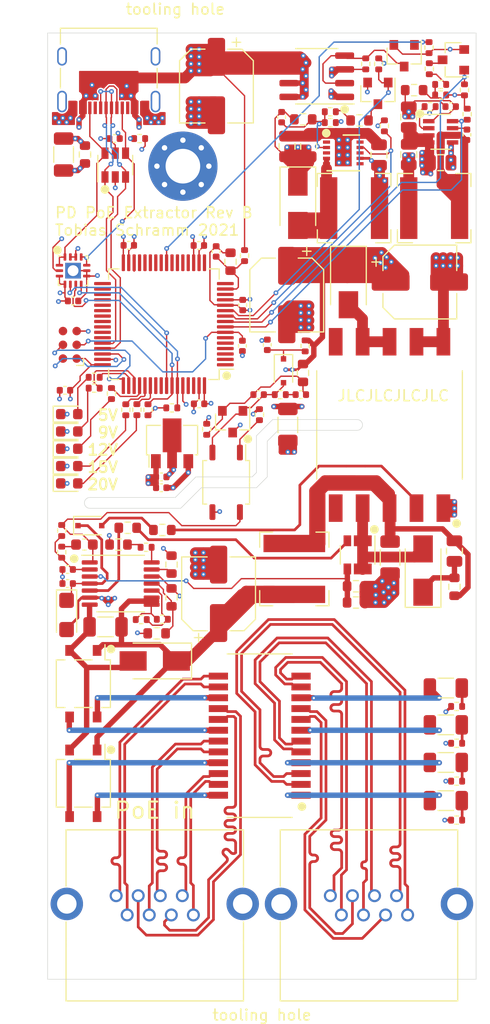
<source format=kicad_pcb>
(kicad_pcb (version 20171130) (host pcbnew 5.1.9)
  (layers (0 F.Cu signal) (1 GND power) (2 In2.Cu power) (31 B.Cu signal) (34 B.Paste user) (35 F.Paste user) (36 B.SilkS user) (37 F.SilkS user) (38 B.Mask user) (39 F.Mask user) (44 Edge.Cuts user))
  (net 0 "")
  (net 1 "Net-(J1-PadSH)")
  (net 2 "Net-(D1-Pad4)")
  (net 3 "Net-(D1-Pad3)")
  (net 4 "Net-(D2-Pad3)")
  (net 5 "Net-(D2-Pad4)")
  (net 6 /ETH_DEV4-)
  (net 7 /ETH_DEV4+)
  (net 8 /ETH_DEV2-)
  (net 9 /ETH_DEV3-)
  (net 10 /ETH_DEV3+)
  (net 11 /ETH_DEV2+)
  (net 12 /ETH_DEV1-)
  (net 13 /ETH_DEV1+)
  (net 14 /ETH_POE4-)
  (net 15 /ETH_POE4+)
  (net 16 /ETH_POE2-)
  (net 17 /ETH_POE3-)
  (net 18 /ETH_POE3+)
  (net 19 /ETH_POE2+)
  (net 20 /ETH_POE1-)
  (net 21 /ETH_POE1+)
  (net 22 "Net-(U1-Pad62)")
  (net 23 "Net-(U1-Pad61)")
  (net 24 "Net-(U1-Pad56)")
  (net 25 "Net-(U1-Pad55)")
  (net 26 "Net-(U1-Pad43)")
  (net 27 "Net-(U1-Pad42)")
  (net 28 "Net-(U1-Pad41)")
  (net 29 "Net-(U1-Pad40)")
  (net 30 "Net-(U1-Pad39)")
  (net 31 "Net-(U1-Pad38)")
  (net 32 "Net-(U1-Pad37)")
  (net 33 "Net-(U1-Pad36)")
  (net 34 "Net-(U1-Pad29)")
  (net 35 "Net-(U1-Pad28)")
  (net 36 "Net-(U1-Pad27)")
  (net 37 "Net-(U1-Pad26)")
  (net 38 "Net-(U1-Pad25)")
  (net 39 "Net-(U1-Pad23)")
  (net 40 "Net-(U1-Pad22)")
  (net 41 "Net-(U1-Pad21)")
  (net 42 "Net-(U1-Pad20)")
  (net 43 "Net-(U1-Pad17)")
  (net 44 "Net-(U1-Pad16)")
  (net 45 "Net-(U1-Pad14)")
  (net 46 "Net-(U1-Pad6)")
  (net 47 "Net-(U1-Pad5)")
  (net 48 "Net-(U1-Pad4)")
  (net 49 "Net-(U1-Pad3)")
  (net 50 "Net-(U1-Pad2)")
  (net 51 "Net-(U1-Pad1)")
  (net 52 /POE-)
  (net 53 /POE+)
  (net 54 Earth)
  (net 55 "Net-(C3-Pad1)")
  (net 56 "Net-(C4-Pad1)")
  (net 57 "Net-(C5-Pad1)")
  (net 58 "Net-(C7-Pad2)")
  (net 59 "Net-(C7-Pad1)")
  (net 60 "Net-(C8-Pad2)")
  (net 61 GND)
  (net 62 "Net-(C9-Pad1)")
  (net 63 +12V)
  (net 64 "Net-(C12-Pad2)")
  (net 65 "Net-(C12-Pad1)")
  (net 66 "Net-(C13-Pad2)")
  (net 67 +3V3)
  (net 68 "Net-(D4-Pad2)")
  (net 69 "Net-(D5-Pad2)")
  (net 70 "Net-(D6-Pad2)")
  (net 71 "Net-(Q1-Pad4)")
  (net 72 "Net-(Q1-Pad3)")
  (net 73 "Net-(R1-Pad2)")
  (net 74 "Net-(R2-Pad1)")
  (net 75 "Net-(R3-Pad2)")
  (net 76 "Net-(R3-Pad1)")
  (net 77 "Net-(R7-Pad1)")
  (net 78 "Net-(R10-Pad1)")
  (net 79 "Net-(R11-Pad2)")
  (net 80 "Net-(C17-Pad2)")
  (net 81 "Net-(C17-Pad1)")
  (net 82 "Net-(C18-Pad2)")
  (net 83 "Net-(C18-Pad1)")
  (net 84 "Net-(C19-Pad2)")
  (net 85 "Net-(C19-Pad1)")
  (net 86 "Net-(C20-Pad2)")
  (net 87 "Net-(C20-Pad1)")
  (net 88 /SCL)
  (net 89 /SDA)
  (net 90 /~IRQ)
  (net 91 "Net-(C28-Pad2)")
  (net 92 "Net-(C28-Pad1)")
  (net 93 "Net-(C29-Pad2)")
  (net 94 VBUS)
  (net 95 "Net-(C30-Pad2)")
  (net 96 /BOOST_OUT)
  (net 97 "Net-(D8-Pad2)")
  (net 98 "Net-(Q2-Pad3)")
  (net 99 /20V_EN)
  (net 100 "Net-(Q3-Pad3)")
  (net 101 /9V_EN)
  (net 102 "Net-(Q4-Pad3)")
  (net 103 /BOOST_OUT_EN)
  (net 104 /BOOST_EN)
  (net 105 /BUCK_EN)
  (net 106 "Net-(R28-Pad1)")
  (net 107 "Net-(R35-Pad2)")
  (net 108 "Net-(R37-Pad2)")
  (net 109 /~RST)
  (net 110 "Net-(C36-Pad2)")
  (net 111 "Net-(C37-Pad2)")
  (net 112 "Net-(D9-Pad2)")
  (net 113 "Net-(D10-Pad2)")
  (net 114 "Net-(D11-Pad2)")
  (net 115 "Net-(D12-Pad2)")
  (net 116 "Net-(D13-Pad2)")
  (net 117 "Net-(J3-Pad6)")
  (net 118 /SWCLK)
  (net 119 /SWDIO)
  (net 120 /CC2)
  (net 121 /D+)
  (net 122 "Net-(J4-PadA8)")
  (net 123 /CC1)
  (net 124 "Net-(J4-PadB8)")
  (net 125 /D-)
  (net 126 /LED_5V)
  (net 127 /LED_9V)
  (net 128 /LED_12V)
  (net 129 /LED_15V)
  (net 130 /LED_20V)
  (net 131 "Net-(R48-Pad2)")
  (net 132 "Net-(U1-Pad35)")
  (net 133 "Net-(U1-Pad34)")
  (net 134 "Net-(U1-Pad33)")
  (net 135 "Net-(U1-Pad30)")
  (net 136 "Net-(C40-Pad1)")
  (module Package_TO_SOT_SMD:SOT-23-6 (layer F.Cu) (at 106.35 78.2 90)
    (fp_text reference U9 hide)
    (fp_text value SRV05-4)
    (pad 5 smd rect (at 1.1 0 90) (size 1.06 0.65) (layers F.Cu F.Paste F.Mask) (net 136 "Net-(C40-Pad1)"))
    (pad 6 smd rect (at 1.1 -0.95 90) (size 1.06 0.65) (layers F.Cu F.Paste F.Mask) (net 120 /CC2))
    (pad 4 smd rect (at 1.1 0.95 90) (size 1.06 0.65) (layers F.Cu F.Paste F.Mask) (net 123 /CC1))
    (pad 3 smd rect (at -1.1 0.95 90) (size 1.06 0.65) (layers F.Cu F.Paste F.Mask) (net 121 /D+))
    (pad 2 smd rect (at -1.1 0 90) (size 1.06 0.65) (layers F.Cu F.Paste F.Mask) (net 61 GND))
    (pad 1 smd rect (at -1.1 -0.95 90) (size 1.06 0.65) (layers F.Cu F.Paste F.Mask) (net 125 /D-))
  )
  (module Resistor_SMD:R_0402_1005Metric (layer F.Cu) (at 108.6 75.75 180)
    (fp_text reference R49 hide)
    (fp_text value 10kR)
    (pad 2 smd roundrect (at 0.51 0 180) (size 0.54 0.64) (layers F.Cu F.Paste F.Mask) (net 136 "Net-(C40-Pad1)"))
    (pad 1 smd roundrect (at -0.51 0 180) (size 0.54 0.64) (layers F.Cu F.Paste F.Mask) (net 63 +12V))
  )
  (module Capacitor_SMD:C_0402_1005Metric (layer F.Cu) (at 106.28 75.75)
    (fp_text reference C40 hide)
    (fp_text value 100nF)
    (pad 2 smd roundrect (at 0.48 0) (size 0.56 0.62) (layers F.Cu F.Paste F.Mask) (net 61 GND))
    (pad 1 smd roundrect (at -0.48 0) (size 0.56 0.62) (layers F.Cu F.Paste F.Mask) (net 136 "Net-(C40-Pad1)"))
  )
  (module MountingHole:MountingHole_3.2mm_M3 (layer F.Cu) (at 121.25 109.775)
    (fp_text reference H1 hide)
    (fp_text value MountingHole)
    (pad 1 np_thru_hole circle (at 0 0) (size 3.2 3.2) (drill 3.2) (layers *.Cu *.Mask))
  )
  (module MountingHole:MountingHole_3.2mm_M3_Pad_Via (layer F.Cu) (at 112.6 78.3)
    (fp_text reference H2 hide)
    (fp_text value MountingHole)
    (pad 1 thru_hole circle (at 1.697056 -1.697056) (size 0.8 0.8) (drill 0.5) (layers *.Cu *.Mask))
    (pad 1 thru_hole circle (at 0 -2.4) (size 0.8 0.8) (drill 0.5) (layers *.Cu *.Mask))
    (pad 1 thru_hole circle (at -1.697056 -1.697056) (size 0.8 0.8) (drill 0.5) (layers *.Cu *.Mask))
    (pad 1 thru_hole circle (at -2.4 0) (size 0.8 0.8) (drill 0.5) (layers *.Cu *.Mask))
    (pad 1 thru_hole circle (at -1.697056 1.697056) (size 0.8 0.8) (drill 0.5) (layers *.Cu *.Mask))
    (pad 1 thru_hole circle (at 0 2.4) (size 0.8 0.8) (drill 0.5) (layers *.Cu *.Mask))
    (pad 1 thru_hole circle (at 1.697056 1.697056) (size 0.8 0.8) (drill 0.5) (layers *.Cu *.Mask))
    (pad 1 thru_hole circle (at 2.4 0) (size 0.8 0.8) (drill 0.5) (layers *.Cu *.Mask))
    (pad 1 thru_hole circle (at 0 0) (size 6.4 6.4) (drill 3.2) (layers *.Cu *.Mask))
  )
  (module Package_DFN_QFN:WQFN-14-1EP_2.5x2.5mm_P0.5mm_EP1.45x1.45mm (layer F.Cu) (at 102.449999 87.95)
    (fp_text reference U6 hide)
    (fp_text value FUSB302B10MPX)
    (pad 15 thru_hole rect (at 0 0) (size 1.45 1.45) (drill 1) (layers *.Cu *.Mask) (net 61 GND))
    (pad 14 smd roundrect (at -0.75 -1.2625) (size 0.25 0.675) (layers F.Cu F.Paste F.Mask) (net 120 /CC2))
    (pad 13 smd roundrect (at -0.25 -1.2625) (size 0.25 0.675) (layers F.Cu F.Paste F.Mask) (net 67 +3V3))
    (pad 12 smd roundrect (at 0.25 -1.2625) (size 0.25 0.675) (layers F.Cu F.Paste F.Mask) (net 67 +3V3))
    (pad 11 smd roundrect (at 0.75 -1.2625) (size 0.25 0.675) (layers F.Cu F.Paste F.Mask) (net 123 /CC1))
    (pad 10 smd roundrect (at 1.2625 -0.5) (size 0.675 0.25) (layers F.Cu F.Paste F.Mask) (net 123 /CC1))
    (pad 9 smd roundrect (at 1.2625 0) (size 0.675 0.25) (layers F.Cu F.Paste F.Mask) (net 61 GND))
    (pad 8 smd roundrect (at 1.2625 0.5) (size 0.675 0.25) (layers F.Cu F.Paste F.Mask) (net 61 GND))
    (pad 7 smd roundrect (at 0.75 1.2625) (size 0.25 0.675) (layers F.Cu F.Paste F.Mask) (net 89 /SDA))
    (pad 6 smd roundrect (at 0.25 1.2625) (size 0.25 0.675) (layers F.Cu F.Paste F.Mask) (net 88 /SCL))
    (pad 5 smd roundrect (at -0.25 1.2625) (size 0.25 0.675) (layers F.Cu F.Paste F.Mask) (net 90 /~IRQ))
    (pad 4 smd roundrect (at -0.75 1.2625) (size 0.25 0.675) (layers F.Cu F.Paste F.Mask) (net 67 +3V3))
    (pad 3 smd roundrect (at -1.2625 0.5) (size 0.675 0.25) (layers F.Cu F.Paste F.Mask) (net 67 +3V3))
    (pad 2 smd roundrect (at -1.2625 0) (size 0.675 0.25) (layers F.Cu F.Paste F.Mask) (net 94 VBUS))
    (pad 1 smd roundrect (at -1.2625 -0.5) (size 0.675 0.25) (layers F.Cu F.Paste F.Mask) (net 120 /CC2))
  )
  (module ToolingHole:ToolingHole_JLCSMT (layer F.Cu) (at 111.9 67.4)
    (fp_text reference H4 hide)
    (fp_text value ToolingHole)
    (fp_text user "tooling hole" (at 0 -3.6) (layer F.SilkS))
    (pad "" np_thru_hole circle (at 0 0) (size 1.152 1.152) (drill 1.152) (layers *.Cu *.Mask))
  )
  (module ToolingHole:ToolingHole_JLCSMT (layer F.Cu) (at 119.9 151.8)
    (fp_text reference H3 hide)
    (fp_text value ToolingHole)
    (fp_text user "tooling hole" (at 0 4.9) (layer F.SilkS))
    (pad "" np_thru_hole circle (at 0 0) (size 1.152 1.152) (drill 1.152) (layers *.Cu *.Mask))
  )
  (module Package_SO:SO-8_3.9x4.9mm_P1.27mm (layer F.Cu) (at 124.975 69.995 180)
    (fp_text reference Q5 hide)
    (fp_text value APM4953KC)
    (pad 8 smd roundrect (at 2.575 -1.905 180) (size 1.75 0.6) (layers F.Cu F.Paste F.Mask) (net 94 VBUS))
    (pad 7 smd roundrect (at 2.575 -0.635 180) (size 1.75 0.6) (layers F.Cu F.Paste F.Mask) (net 94 VBUS))
    (pad 6 smd roundrect (at 2.575 0.635 180) (size 1.75 0.6) (layers F.Cu F.Paste F.Mask) (net 94 VBUS))
    (pad 5 smd roundrect (at 2.575 1.905 180) (size 1.75 0.6) (layers F.Cu F.Paste F.Mask) (net 94 VBUS))
    (pad 4 smd roundrect (at -2.575 1.905 180) (size 1.75 0.6) (layers F.Cu F.Paste F.Mask) (net 102 "Net-(Q4-Pad3)"))
    (pad 3 smd roundrect (at -2.575 0.635 180) (size 1.75 0.6) (layers F.Cu F.Paste F.Mask) (net 96 /BOOST_OUT))
    (pad 2 smd roundrect (at -2.575 -0.635 180) (size 1.75 0.6) (layers F.Cu F.Paste F.Mask) (net 102 "Net-(Q4-Pad3)"))
    (pad 1 smd roundrect (at -2.575 -1.905 180) (size 1.75 0.6) (layers F.Cu F.Paste F.Mask) (net 96 /BOOST_OUT))
  )
  (module Resistor_SMD:R_0402_1005Metric (layer F.Cu) (at 119.675 101.25 270)
    (fp_text reference R48 hide)
    (fp_text value 2.4kR)
    (pad 2 smd roundrect (at 0.51 0 270) (size 0.54 0.64) (layers F.Cu F.Paste F.Mask) (net 131 "Net-(R48-Pad2)"))
    (pad 1 smd roundrect (at -0.51 0 270) (size 0.54 0.64) (layers F.Cu F.Paste F.Mask) (net 63 +12V))
  )
  (module Resistor_SMD:R_0603_1608Metric (layer F.Cu) (at 103.55 77.225 270)
    (fp_text reference R47 hide)
    (fp_text value 110kR)
    (pad 2 smd roundrect (at 0.825 0 270) (size 0.8 0.95) (layers F.Cu F.Paste F.Mask) (net 61 GND))
    (pad 1 smd roundrect (at -0.825 0 270) (size 0.8 0.95) (layers F.Cu F.Paste F.Mask) (net 111 "Net-(C37-Pad2)"))
  )
  (module Resistor_SMD:R_0603_1608Metric (layer F.Cu) (at 117 87.125 90)
    (fp_text reference R46 hide)
    (fp_text value 4.3kR)
    (pad 2 smd roundrect (at 0.825 0 90) (size 0.8 0.95) (layers F.Cu F.Paste F.Mask) (net 61 GND))
    (pad 1 smd roundrect (at -0.825 0 90) (size 0.8 0.95) (layers F.Cu F.Paste F.Mask) (net 110 "Net-(C36-Pad2)"))
  )
  (module Resistor_SMD:R_0402_1005Metric (layer F.Cu) (at 118.3 86.56 270)
    (fp_text reference R45 hide)
    (fp_text value 100kR)
    (pad 2 smd roundrect (at 0.51 0 270) (size 0.54 0.64) (layers F.Cu F.Paste F.Mask) (net 110 "Net-(C36-Pad2)"))
    (pad 1 smd roundrect (at -0.51 0 270) (size 0.54 0.64) (layers F.Cu F.Paste F.Mask) (net 94 VBUS))
  )
  (module Resistor_SMD:R_0402_1005Metric (layer F.Cu) (at 108.35 100.790001 270)
    (fp_text reference R44 hide)
    (fp_text value 8.2kR)
    (pad 2 smd roundrect (at 0.51 0 270) (size 0.54 0.64) (layers F.Cu F.Paste F.Mask) (net 116 "Net-(D13-Pad2)"))
    (pad 1 smd roundrect (at -0.51 0 270) (size 0.54 0.64) (layers F.Cu F.Paste F.Mask) (net 130 /LED_20V))
  )
  (module Resistor_SMD:R_0402_1005Metric (layer F.Cu) (at 107.325 100.8 270)
    (fp_text reference R43 hide)
    (fp_text value 8.2kR)
    (pad 2 smd roundrect (at 0.51 0 270) (size 0.54 0.64) (layers F.Cu F.Paste F.Mask) (net 115 "Net-(D12-Pad2)"))
    (pad 1 smd roundrect (at -0.51 0 270) (size 0.54 0.64) (layers F.Cu F.Paste F.Mask) (net 129 /LED_15V))
  )
  (module Resistor_SMD:R_0402_1005Metric (layer F.Cu) (at 106 99.3 270)
    (fp_text reference R42 hide)
    (fp_text value 3.3kR)
    (pad 2 smd roundrect (at 0.51 0 270) (size 0.54 0.64) (layers F.Cu F.Paste F.Mask) (net 114 "Net-(D11-Pad2)"))
    (pad 1 smd roundrect (at -0.51 0 270) (size 0.54 0.64) (layers F.Cu F.Paste F.Mask) (net 128 /LED_12V))
  )
  (module Resistor_SMD:R_0402_1005Metric (layer F.Cu) (at 104.4 98.8 180)
    (fp_text reference R41 hide)
    (fp_text value 3.3kR)
    (pad 2 smd roundrect (at 0.51 0 180) (size 0.54 0.64) (layers F.Cu F.Paste F.Mask) (net 113 "Net-(D10-Pad2)"))
    (pad 1 smd roundrect (at -0.51 0 180) (size 0.54 0.64) (layers F.Cu F.Paste F.Mask) (net 127 /LED_9V))
  )
  (module Resistor_SMD:R_0402_1005Metric (layer F.Cu) (at 104.4 97.8 180)
    (fp_text reference R15 hide)
    (fp_text value 8.2kR)
    (pad 2 smd roundrect (at 0.51 0 180) (size 0.54 0.64) (layers F.Cu F.Paste F.Mask) (net 112 "Net-(D9-Pad2)"))
    (pad 1 smd roundrect (at -0.51 0 180) (size 0.54 0.64) (layers F.Cu F.Paste F.Mask) (net 126 /LED_5V))
  )
  (module Connector_USB:USB_C_Receptacle_Palconn_UTC16-G (layer F.Cu) (at 105.75 70.4 180)
    (fp_text reference J4 hide)
    (fp_text value USB_C_Receptacle_USB2.0)
    (pad A12 smd rect (at 3.2 -2.51 180) (size 0.6 1.16) (layers F.Cu F.Paste F.Mask) (net 61 GND))
    (pad A9 smd rect (at 2.4 -2.51 180) (size 0.6 1.16) (layers F.Cu F.Paste F.Mask) (net 94 VBUS))
    (pad B1 smd rect (at 3.2 -2.51 180) (size 0.6 1.16) (layers F.Cu F.Paste F.Mask) (net 61 GND))
    (pad B4 smd rect (at 2.4 -2.51 180) (size 0.6 1.16) (layers F.Cu F.Paste F.Mask) (net 94 VBUS))
    (pad B12 smd rect (at -3.2 -2.51 180) (size 0.6 1.16) (layers F.Cu F.Paste F.Mask) (net 61 GND))
    (pad A1 smd rect (at -3.2 -2.51 180) (size 0.6 1.16) (layers F.Cu F.Paste F.Mask) (net 61 GND))
    (pad B9 smd rect (at -2.4 -2.51 180) (size 0.6 1.16) (layers F.Cu F.Paste F.Mask) (net 94 VBUS))
    (pad A4 smd rect (at -2.4 -2.51 180) (size 0.6 1.16) (layers F.Cu F.Paste F.Mask) (net 94 VBUS))
    (pad "" np_thru_hole circle (at -2.89 -1.45) (size 0.6 0.6) (drill 0.6) (layers *.Cu *.Mask))
    (pad "" np_thru_hole circle (at 2.89 -1.45) (size 0.6 0.6) (drill 0.6) (layers *.Cu *.Mask))
    (pad B5 smd rect (at 1.75 -2.51) (size 0.3 1.16) (layers F.Cu F.Paste F.Mask) (net 120 /CC2))
    (pad B6 smd rect (at 0.75 -2.51) (size 0.3 1.16) (layers F.Cu F.Paste F.Mask) (net 121 /D+))
    (pad A8 smd rect (at 1.25 -2.51) (size 0.3 1.16) (layers F.Cu F.Paste F.Mask) (net 122 "Net-(J4-PadA8)"))
    (pad A5 smd rect (at -1.25 -2.51) (size 0.3 1.16) (layers F.Cu F.Paste F.Mask) (net 123 /CC1))
    (pad B8 smd rect (at -1.75 -2.51) (size 0.3 1.16) (layers F.Cu F.Paste F.Mask) (net 124 "Net-(J4-PadB8)"))
    (pad A7 smd rect (at 0.25 -2.51) (size 0.3 1.16) (layers F.Cu F.Paste F.Mask) (net 125 /D-))
    (pad A6 smd rect (at -0.25 -2.51) (size 0.3 1.16) (layers F.Cu F.Paste F.Mask) (net 121 /D+))
    (pad B7 smd rect (at -0.75 -2.51) (size 0.3 1.16) (layers F.Cu F.Paste F.Mask) (net 125 /D-))
    (pad S1 thru_hole oval (at 4.32 2.24 270) (size 1.7 0.9) (drill oval 1.4 0.6) (layers *.Cu *.Mask) (net 111 "Net-(C37-Pad2)"))
    (pad S1 thru_hole oval (at -4.32 2.24 270) (size 1.7 0.9) (drill oval 1.4 0.6) (layers *.Cu *.Mask) (net 111 "Net-(C37-Pad2)"))
    (pad S1 thru_hole oval (at 4.32 -1.93 270) (size 2 0.9) (drill oval 1.7 0.6) (layers *.Cu *.Mask) (net 111 "Net-(C37-Pad2)"))
    (pad S1 thru_hole oval (at -4.32 -1.93 270) (size 2 0.9) (drill oval 1.7 0.6) (layers *.Cu *.Mask) (net 111 "Net-(C37-Pad2)"))
  )
  (module Connector:Tag-Connect_TC2030-IDC-NL_2x03_P1.27mm_Vertical (layer F.Cu) (at 102.15 94.8 90)
    (fp_text reference J3 hide)
    (fp_text value TagConnect_TC2030_SWD)
    (pad 6 connect circle (at 1.27 -0.635 90) (size 0.7874 0.7874) (layers F.Cu F.Mask) (net 117 "Net-(J3-Pad6)"))
    (pad 5 connect circle (at 1.27 0.635 90) (size 0.7874 0.7874) (layers F.Cu F.Mask) (net 61 GND))
    (pad 4 connect circle (at 0 -0.635 90) (size 0.7874 0.7874) (layers F.Cu F.Mask) (net 118 /SWCLK))
    (pad 3 connect circle (at 0 0.635 90) (size 0.7874 0.7874) (layers F.Cu F.Mask) (net 109 /~RST))
    (pad 2 connect circle (at -1.27 -0.635 90) (size 0.7874 0.7874) (layers F.Cu F.Mask) (net 119 /SWDIO))
    (pad 1 connect circle (at -1.27 0.635 90) (size 0.7874 0.7874) (layers F.Cu F.Mask) (net 67 +3V3))
    (pad "" np_thru_hole circle (at -2.54 0 90) (size 0.9906 0.9906) (drill 0.9906) (layers *.Cu *.Mask))
    (pad "" np_thru_hole circle (at 2.54 1.016 90) (size 0.9906 0.9906) (drill 0.9906) (layers *.Cu *.Mask))
    (pad "" np_thru_hole circle (at 2.54 -1.016 90) (size 0.9906 0.9906) (drill 0.9906) (layers *.Cu *.Mask))
  )
  (module LED_SMD:LED_0603_1608Metric (layer F.Cu) (at 102.1 107.6)
    (fp_text reference D13 hide)
    (fp_text value BLU)
    (pad 2 smd roundrect (at 0.7875 0) (size 0.875 0.95) (layers F.Cu F.Paste F.Mask) (net 116 "Net-(D13-Pad2)"))
    (pad 1 smd roundrect (at -0.7875 0) (size 0.875 0.95) (layers F.Cu F.Paste F.Mask) (net 61 GND))
  )
  (module LED_SMD:LED_0603_1608Metric (layer F.Cu) (at 102.1 106)
    (fp_text reference D12 hide)
    (fp_text value WHT)
    (pad 2 smd roundrect (at 0.7875 0) (size 0.875 0.95) (layers F.Cu F.Paste F.Mask) (net 115 "Net-(D12-Pad2)"))
    (pad 1 smd roundrect (at -0.7875 0) (size 0.875 0.95) (layers F.Cu F.Paste F.Mask) (net 61 GND))
  )
  (module LED_SMD:LED_0603_1608Metric (layer F.Cu) (at 102.1 104.4)
    (fp_text reference D11 hide)
    (fp_text value RED)
    (pad 2 smd roundrect (at 0.7875 0) (size 0.875 0.95) (layers F.Cu F.Paste F.Mask) (net 114 "Net-(D11-Pad2)"))
    (pad 1 smd roundrect (at -0.7875 0) (size 0.875 0.95) (layers F.Cu F.Paste F.Mask) (net 61 GND))
  )
  (module LED_SMD:LED_0603_1608Metric (layer F.Cu) (at 102.1 102.8)
    (fp_text reference D10 hide)
    (fp_text value ORN)
    (pad 2 smd roundrect (at 0.7875 0) (size 0.875 0.95) (layers F.Cu F.Paste F.Mask) (net 113 "Net-(D10-Pad2)"))
    (pad 1 smd roundrect (at -0.7875 0) (size 0.875 0.95) (layers F.Cu F.Paste F.Mask) (net 61 GND))
  )
  (module LED_SMD:LED_0603_1608Metric (layer F.Cu) (at 102.1 101.2)
    (fp_text reference D9 hide)
    (fp_text value GRN)
    (pad 2 smd roundrect (at 0.7875 0) (size 0.875 0.95) (layers F.Cu F.Paste F.Mask) (net 112 "Net-(D9-Pad2)"))
    (pad 1 smd roundrect (at -0.7875 0) (size 0.875 0.95) (layers F.Cu F.Paste F.Mask) (net 61 GND))
  )
  (module Capacitor_SMD:C_0805_2012Metric (layer F.Cu) (at 133.475 73.775 270)
    (fp_text reference C39 hide)
    (fp_text value 22uF)
    (pad 2 smd roundrect (at 0.95 0 270) (size 1 1.45) (layers F.Cu F.Paste F.Mask) (net 61 GND))
    (pad 1 smd roundrect (at -0.95 0 270) (size 1 1.45) (layers F.Cu F.Paste F.Mask) (net 94 VBUS))
  )
  (module Capacitor_SMD:C_0402_1005Metric (layer F.Cu) (at 114.075 85.625 180)
    (fp_text reference C38 hide)
    (fp_text value 100nF)
    (pad 2 smd roundrect (at 0.48 0 180) (size 0.56 0.62) (layers F.Cu F.Paste F.Mask) (net 67 +3V3))
    (pad 1 smd roundrect (at -0.48 0 180) (size 0.56 0.62) (layers F.Cu F.Paste F.Mask) (net 61 GND))
  )
  (module Capacitor_SMD:C_1206_3216Metric (layer F.Cu) (at 101.575 77.225 90)
    (fp_text reference C37 hide)
    (fp_text value "1nF 2kV")
    (pad 2 smd roundrect (at 1.475 0 90) (size 1.15 1.8) (layers F.Cu F.Paste F.Mask) (roundrect_rratio 0.2173904347826087) (net 111 "Net-(C37-Pad2)"))
    (pad 1 smd roundrect (at -1.475 0 90) (size 1.15 1.8) (layers F.Cu F.Paste F.Mask) (roundrect_rratio 0.2173904347826087) (net 61 GND))
  )
  (module Capacitor_SMD:C_0402_1005Metric (layer F.Cu) (at 115.675 86.175 270)
    (fp_text reference C36 hide)
    (fp_text value 100nF)
    (pad 2 smd roundrect (at 0.48 0 270) (size 0.56 0.62) (layers F.Cu F.Paste F.Mask) (net 110 "Net-(C36-Pad2)"))
    (pad 1 smd roundrect (at -0.48 0 270) (size 0.56 0.62) (layers F.Cu F.Paste F.Mask) (net 61 GND))
  )
  (module Capacitor_SMD:C_0402_1005Metric (layer F.Cu) (at 118.1 94.9 270)
    (fp_text reference C35 hide)
    (fp_text value 100nF)
    (pad 2 smd roundrect (at 0.48 0 270) (size 0.56 0.62) (layers F.Cu F.Paste F.Mask) (net 61 GND))
    (pad 1 smd roundrect (at -0.48 0 270) (size 0.56 0.62) (layers F.Cu F.Paste F.Mask) (net 109 /~RST))
  )
  (module Package_TO_SOT_SMD:SOT-23-8 (layer F.Cu) (at 136.425 75.125)
    (fp_text reference U8 hide)
    (fp_text value SY8303)
    (pad 8 smd rect (at 1.1 -0.98) (size 1.06 0.4) (layers F.Cu F.Paste F.Mask) (net 105 /BUCK_EN))
    (pad 7 smd rect (at 1.1 -0.33) (size 1.06 0.4) (layers F.Cu F.Paste F.Mask) (net 91 "Net-(C28-Pad2)"))
    (pad 6 smd rect (at 1.1 0.33) (size 1.06 0.4) (layers F.Cu F.Paste F.Mask) (net 92 "Net-(C28-Pad1)"))
    (pad 5 smd rect (at 1.1 0.98) (size 1.06 0.4) (layers F.Cu F.Paste F.Mask) (net 63 +12V))
    (pad 4 smd rect (at -1.1 0.98) (size 1.06 0.4) (layers F.Cu F.Paste F.Mask) (net 61 GND))
    (pad 3 smd rect (at -1.1 0.33) (size 1.06 0.4) (layers F.Cu F.Paste F.Mask) (net 61 GND))
    (pad 2 smd rect (at -1.1 -0.33) (size 1.06 0.4) (layers F.Cu F.Paste F.Mask) (net 106 "Net-(R28-Pad1)"))
    (pad 1 smd rect (at -1.1 -0.98) (size 1.06 0.4) (layers F.Cu F.Paste F.Mask) (net 93 "Net-(C29-Pad2)"))
  )
  (module Package_DFN_QFN:DFN-10-1EP_3x3mm_P0.5mm_EP1.55x2.48mm (layer F.Cu) (at 127.425 77.075)
    (fp_text reference U7 hide)
    (fp_text value SY7304)
    (pad 11 smd rect (at 0 0) (size 1.55 2.48) (layers F.Cu F.Mask) (net 61 GND))
    (pad 10 smd rect (at 1.55 -1) (size 0.65 0.3) (layers F.Cu F.Paste F.Mask))
    (pad 9 smd rect (at 1.55 -0.5) (size 0.65 0.3) (layers F.Cu F.Paste F.Mask) (net 104 /BOOST_EN))
    (pad 8 smd rect (at 1.55 0) (size 0.65 0.3) (layers F.Cu F.Paste F.Mask))
    (pad 7 smd rect (at 1.55 0.5) (size 0.65 0.3) (layers F.Cu F.Paste F.Mask) (net 63 +12V))
    (pad 6 smd rect (at 1.55 1) (size 0.65 0.3) (layers F.Cu F.Paste F.Mask))
    (pad 5 smd rect (at -1.55 1) (size 0.65 0.3) (layers F.Cu F.Paste F.Mask) (net 97 "Net-(D8-Pad2)"))
    (pad 4 smd rect (at -1.55 0.5) (size 0.65 0.3) (layers F.Cu F.Paste F.Mask) (net 97 "Net-(D8-Pad2)"))
    (pad 3 smd rect (at -1.55 0) (size 0.65 0.3) (layers F.Cu F.Paste F.Mask))
    (pad 2 smd rect (at -1.55 -0.5) (size 0.65 0.3) (layers F.Cu F.Paste F.Mask) (net 95 "Net-(C30-Pad2)"))
    (pad 1 smd rect (at -1.55 -1) (size 0.65 0.3) (layers F.Cu F.Paste F.Mask))
  )
  (module Resistor_SMD:R_0402_1005Metric (layer F.Cu) (at 135.35 67.35 90)
    (fp_text reference R40 hide)
    (fp_text value 100kR)
    (pad 2 smd roundrect (at 0.51 0 90) (size 0.54 0.64) (layers F.Cu F.Paste F.Mask) (net 103 /BOOST_OUT_EN))
    (pad 1 smd roundrect (at -0.51 0 90) (size 0.54 0.64) (layers F.Cu F.Paste F.Mask) (net 61 GND))
  )
  (module Resistor_SMD:R_0402_1005Metric (layer F.Cu) (at 129.5 68.85 270)
    (fp_text reference R39 hide)
    (fp_text value 100kR)
    (pad 2 smd roundrect (at 0.51 0 270) (size 0.54 0.64) (layers F.Cu F.Paste F.Mask) (net 96 /BOOST_OUT))
    (pad 1 smd roundrect (at -0.51 0 270) (size 0.54 0.64) (layers F.Cu F.Paste F.Mask) (net 102 "Net-(Q4-Pad3)"))
  )
  (module Resistor_SMD:R_0603_1608Metric (layer F.Cu) (at 128.925 74.075)
    (fp_text reference R38 hide)
    (fp_text value 4.3kR)
    (pad 2 smd roundrect (at 0.825 0) (size 0.8 0.95) (layers F.Cu F.Paste F.Mask) (net 98 "Net-(Q2-Pad3)"))
    (pad 1 smd roundrect (at -0.825 0) (size 0.8 0.95) (layers F.Cu F.Paste F.Mask) (net 108 "Net-(R37-Pad2)"))
  )
  (module Resistor_SMD:R_0402_1005Metric (layer F.Cu) (at 126.225 73.275)
    (fp_text reference R37 hide)
    (fp_text value 39kR)
    (pad 2 smd roundrect (at 0.51 0) (size 0.54 0.64) (layers F.Cu F.Paste F.Mask) (net 108 "Net-(R37-Pad2)"))
    (pad 1 smd roundrect (at -0.51 0) (size 0.54 0.64) (layers F.Cu F.Paste F.Mask) (net 95 "Net-(C30-Pad2)"))
  )
  (module Resistor_SMD:R_0402_1005Metric (layer F.Cu) (at 135.375 69.3 90)
    (fp_text reference R36 hide)
    (fp_text value 1.5kR)
    (pad 2 smd roundrect (at 0.51 0 90) (size 0.54 0.64) (layers F.Cu F.Paste F.Mask) (net 100 "Net-(Q3-Pad3)"))
    (pad 1 smd roundrect (at -0.51 0 90) (size 0.54 0.64) (layers F.Cu F.Paste F.Mask) (net 107 "Net-(R35-Pad2)"))
  )
  (module Resistor_SMD:R_0402_1005Metric (layer F.Cu) (at 136.425 70.75)
    (fp_text reference R35 hide)
    (fp_text value 15kR)
    (pad 2 smd roundrect (at 0.51 0) (size 0.54 0.64) (layers F.Cu F.Paste F.Mask) (net 107 "Net-(R35-Pad2)"))
    (pad 1 smd roundrect (at -0.51 0) (size 0.54 0.64) (layers F.Cu F.Paste F.Mask) (net 93 "Net-(C29-Pad2)"))
  )
  (module Resistor_SMD:R_0402_1005Metric (layer F.Cu) (at 130.7 68.85 270)
    (fp_text reference R34 hide)
    (fp_text value 100kR)
    (pad 2 smd roundrect (at 0.51 0 270) (size 0.54 0.64) (layers F.Cu F.Paste F.Mask) (net 99 /20V_EN))
    (pad 1 smd roundrect (at -0.51 0 270) (size 0.54 0.64) (layers F.Cu F.Paste F.Mask) (net 61 GND))
  )
  (module Resistor_SMD:R_0402_1005Metric (layer F.Cu) (at 138.625 71.25 90)
    (fp_text reference R33 hide)
    (fp_text value 100kR)
    (pad 2 smd roundrect (at 0.51 0 90) (size 0.54 0.64) (layers F.Cu F.Paste F.Mask) (net 101 /9V_EN))
    (pad 1 smd roundrect (at -0.51 0 90) (size 0.54 0.64) (layers F.Cu F.Paste F.Mask) (net 61 GND))
  )
  (module Resistor_SMD:R_0402_1005Metric (layer F.Cu) (at 136.425 71.725)
    (fp_text reference R32 hide)
    (fp_text value 15kR)
    (pad 2 smd roundrect (at 0.51 0) (size 0.54 0.64) (layers F.Cu F.Paste F.Mask) (net 61 GND))
    (pad 1 smd roundrect (at -0.51 0) (size 0.54 0.64) (layers F.Cu F.Paste F.Mask) (net 93 "Net-(C29-Pad2)"))
  )
  (module Resistor_SMD:R_0603_1608Metric (layer F.Cu) (at 133.975 71.275)
    (fp_text reference R31 hide)
    (fp_text value 110kR)
    (pad 2 smd roundrect (at 0.825 0) (size 0.8 0.95) (layers F.Cu F.Paste F.Mask) (net 93 "Net-(C29-Pad2)"))
    (pad 1 smd roundrect (at -0.825 0) (size 0.8 0.95) (layers F.Cu F.Paste F.Mask) (net 94 VBUS))
  )
  (module Resistor_SMD:R_0402_1005Metric (layer F.Cu) (at 126.225 74.275)
    (fp_text reference R30 hide)
    (fp_text value 15kR)
    (pad 2 smd roundrect (at 0.51 0) (size 0.54 0.64) (layers F.Cu F.Paste F.Mask) (net 61 GND))
    (pad 1 smd roundrect (at -0.51 0) (size 0.54 0.64) (layers F.Cu F.Paste F.Mask) (net 95 "Net-(C30-Pad2)"))
  )
  (module Resistor_SMD:R_0603_1608Metric (layer F.Cu) (at 123.725 73.975)
    (fp_text reference R29 hide)
    (fp_text value 360kR)
    (pad 2 smd roundrect (at 0.825 0) (size 0.8 0.95) (layers F.Cu F.Paste F.Mask) (net 95 "Net-(C30-Pad2)"))
    (pad 1 smd roundrect (at -0.825 0) (size 0.8 0.95) (layers F.Cu F.Paste F.Mask) (net 96 /BOOST_OUT))
  )
  (module Resistor_SMD:R_0402_1005Metric (layer F.Cu) (at 135.45 72.8)
    (fp_text reference R28 hide)
    (fp_text value 100kR)
    (pad 2 smd roundrect (at 0.51 0) (size 0.54 0.64) (layers F.Cu F.Paste F.Mask) (net 61 GND))
    (pad 1 smd roundrect (at -0.51 0) (size 0.54 0.64) (layers F.Cu F.Paste F.Mask) (net 106 "Net-(R28-Pad1)"))
  )
  (module Resistor_SMD:R_0402_1005Metric (layer F.Cu) (at 138.875 73.5 270)
    (fp_text reference R27 hide)
    (fp_text value 100kR)
    (pad 2 smd roundrect (at 0.51 0 270) (size 0.54 0.64) (layers F.Cu F.Paste F.Mask) (net 105 /BUCK_EN))
    (pad 1 smd roundrect (at -0.51 0 270) (size 0.54 0.64) (layers F.Cu F.Paste F.Mask) (net 61 GND))
  )
  (module Resistor_SMD:R_0402_1005Metric (layer F.Cu) (at 131.225 74.575 270)
    (fp_text reference R26 hide)
    (fp_text value 100kR)
    (pad 2 smd roundrect (at 0.51 0 270) (size 0.54 0.64) (layers F.Cu F.Paste F.Mask) (net 104 /BOOST_EN))
    (pad 1 smd roundrect (at -0.51 0 270) (size 0.54 0.64) (layers F.Cu F.Paste F.Mask) (net 61 GND))
  )
  (module Package_TO_SOT_SMD:SOT-23 (layer F.Cu) (at 133.05 68.1 270)
    (fp_text reference Q4 hide)
    (fp_text value 2N7002)
    (pad 3 smd rect (at 1 0 270) (size 0.9 0.8) (layers F.Cu F.Paste F.Mask) (net 102 "Net-(Q4-Pad3)"))
    (pad 2 smd rect (at -1 0.95 270) (size 0.9 0.8) (layers F.Cu F.Paste F.Mask) (net 61 GND))
    (pad 1 smd rect (at -1 -0.95 270) (size 0.9 0.8) (layers F.Cu F.Paste F.Mask) (net 103 /BOOST_OUT_EN))
  )
  (module Package_TO_SOT_SMD:SOT-23 (layer F.Cu) (at 137.6 68.475 180)
    (fp_text reference Q3 hide)
    (fp_text value 2N7002)
    (pad 3 smd rect (at 1 0 180) (size 0.9 0.8) (layers F.Cu F.Paste F.Mask) (net 100 "Net-(Q3-Pad3)"))
    (pad 2 smd rect (at -1 0.95 180) (size 0.9 0.8) (layers F.Cu F.Paste F.Mask) (net 61 GND))
    (pad 1 smd rect (at -1 -0.95 180) (size 0.9 0.8) (layers F.Cu F.Paste F.Mask) (net 101 /9V_EN))
  )
  (module Package_TO_SOT_SMD:SOT-23 (layer F.Cu) (at 130.625 71.575 270)
    (fp_text reference Q2 hide)
    (fp_text value 2N7002)
    (pad 3 smd rect (at 1 0 270) (size 0.9 0.8) (layers F.Cu F.Paste F.Mask) (net 98 "Net-(Q2-Pad3)"))
    (pad 2 smd rect (at -1 0.95 270) (size 0.9 0.8) (layers F.Cu F.Paste F.Mask) (net 61 GND))
    (pad 1 smd rect (at -1 -0.95 270) (size 0.9 0.8) (layers F.Cu F.Paste F.Mask) (net 99 /20V_EN))
  )
  (module Inductor_SMD:L_Bourns-SRN6028 (layer F.Cu) (at 135.825 82.175 180)
    (fp_text reference L3 hide)
    (fp_text value 4.7uH)
    (pad 2 smd rect (at 2.35 0 180) (size 1.6 5.7) (layers F.Cu F.Paste F.Mask) (net 94 VBUS))
    (pad 1 smd rect (at -2.35 0 180) (size 1.6 5.7) (layers F.Cu F.Paste F.Mask) (net 92 "Net-(C28-Pad1)"))
  )
  (module Inductor_SMD:L_Bourns-SRN6028 (layer F.Cu) (at 128.425 82.175 180)
    (fp_text reference L2 hide)
    (fp_text value 4.7uH)
    (pad 2 smd rect (at 2.35 0 180) (size 1.6 5.7) (layers F.Cu F.Paste F.Mask) (net 97 "Net-(D8-Pad2)"))
    (pad 1 smd rect (at -2.35 0 180) (size 1.6 5.7) (layers F.Cu F.Paste F.Mask) (net 63 +12V))
  )
  (module Diode_SMD:D_SMA (layer F.Cu) (at 123.225 81.775 270)
    (fp_text reference D8 hide)
    (fp_text value SS210)
    (pad 2 smd rect (at 2 0 270) (size 2.5 1.8) (layers F.Cu F.Paste F.Mask) (net 97 "Net-(D8-Pad2)"))
    (pad 1 smd rect (at -2 0 270) (size 2.5 1.8) (layers F.Cu F.Paste F.Mask) (net 96 /BOOST_OUT))
  )
  (module Capacitor_SMD:CP_Elec_6.3x7.7 (layer F.Cu) (at 115.7 70.9 270)
    (fp_text reference C34 hide)
    (fp_text value "22uF EL")
    (pad 2 smd roundrect (at 2.7 0 270) (size 3.5 1.6) (layers F.Cu F.Paste F.Mask) (roundrect_rratio 0.15625) (net 61 GND))
    (pad 1 smd roundrect (at -2.7 0 270) (size 3.5 1.6) (layers F.Cu F.Paste F.Mask) (roundrect_rratio 0.15625) (net 94 VBUS))
  )
  (module Capacitor_SMD:C_0805_2012Metric (layer F.Cu) (at 122.225 76.475 90)
    (fp_text reference C33 hide)
    (fp_text value 22uF)
    (pad 2 smd roundrect (at 0.95 0 90) (size 1 1.45) (layers F.Cu F.Paste F.Mask) (net 61 GND))
    (pad 1 smd roundrect (at -0.95 0 90) (size 1 1.45) (layers F.Cu F.Paste F.Mask) (net 96 /BOOST_OUT))
  )
  (module Capacitor_SMD:C_0805_2012Metric (layer F.Cu) (at 124.225 76.475 90)
    (fp_text reference C32 hide)
    (fp_text value 22uF)
    (pad 2 smd roundrect (at 0.95 0 90) (size 1 1.45) (layers F.Cu F.Paste F.Mask) (net 61 GND))
    (pad 1 smd roundrect (at -0.95 0 90) (size 1 1.45) (layers F.Cu F.Paste F.Mask) (net 96 /BOOST_OUT))
  )
  (module Capacitor_SMD:C_0805_2012Metric (layer F.Cu) (at 133.475 77.225 90)
    (fp_text reference C31 hide)
    (fp_text value 22uF)
    (pad 2 smd roundrect (at 0.95 0 90) (size 1 1.45) (layers F.Cu F.Paste F.Mask) (net 61 GND))
    (pad 1 smd roundrect (at -0.95 0 90) (size 1 1.45) (layers F.Cu F.Paste F.Mask) (net 94 VBUS))
  )
  (module Capacitor_SMD:C_0402_1005Metric (layer F.Cu) (at 121.725 73.775 270)
    (fp_text reference C30 hide)
    (fp_text value 22pF)
    (pad 2 smd roundrect (at 0.48 0 270) (size 0.56 0.62) (layers F.Cu F.Paste F.Mask) (net 95 "Net-(C30-Pad2)"))
    (pad 1 smd roundrect (at -0.48 0 270) (size 0.56 0.62) (layers F.Cu F.Paste F.Mask) (net 96 /BOOST_OUT))
  )
  (module Capacitor_SMD:C_0402_1005Metric (layer F.Cu) (at 137.35 72.8)
    (fp_text reference C29 hide)
    (fp_text value 22pF)
    (pad 2 smd roundrect (at 0.48 0) (size 0.56 0.62) (layers F.Cu F.Paste F.Mask) (net 93 "Net-(C29-Pad2)"))
    (pad 1 smd roundrect (at -0.48 0) (size 0.56 0.62) (layers F.Cu F.Paste F.Mask) (net 94 VBUS))
  )
  (module Capacitor_SMD:C_0402_1005Metric (layer F.Cu) (at 138.85 75.4 90)
    (fp_text reference C28 hide)
    (fp_text value 10nF)
    (pad 2 smd roundrect (at 0.48 0 90) (size 0.56 0.62) (layers F.Cu F.Paste F.Mask) (net 91 "Net-(C28-Pad2)"))
    (pad 1 smd roundrect (at -0.48 0 90) (size 0.56 0.62) (layers F.Cu F.Paste F.Mask) (net 92 "Net-(C28-Pad1)"))
  )
  (module Capacitor_SMD:C_0805_2012Metric (layer F.Cu) (at 130.725 77.275 270)
    (fp_text reference C27 hide)
    (fp_text value 22uF)
    (pad 2 smd roundrect (at 0.95 0 270) (size 1 1.45) (layers F.Cu F.Paste F.Mask) (net 63 +12V))
    (pad 1 smd roundrect (at -0.95 0 270) (size 1 1.45) (layers F.Cu F.Paste F.Mask) (net 61 GND))
  )
  (module Capacitor_SMD:C_0805_2012Metric (layer F.Cu) (at 136.425 77.975)
    (fp_text reference C23 hide)
    (fp_text value 22uF)
    (pad 2 smd roundrect (at 0.95 0) (size 1 1.45) (layers F.Cu F.Paste F.Mask) (net 63 +12V))
    (pad 1 smd roundrect (at -0.95 0) (size 1 1.45) (layers F.Cu F.Paste F.Mask) (net 61 GND))
  )
  (module Resistor_SMD:R_0402_1005Metric (layer F.Cu) (at 111.575 100.625)
    (fp_text reference R25 hide)
    (fp_text value 2.4kR)
    (pad 2 smd roundrect (at 0.51 0) (size 0.54 0.64) (layers F.Cu F.Paste F.Mask) (net 89 /SDA))
    (pad 1 smd roundrect (at -0.51 0) (size 0.54 0.64) (layers F.Cu F.Paste F.Mask) (net 67 +3V3))
  )
  (module Resistor_SMD:R_0402_1005Metric (layer F.Cu) (at 109.375 100.8 90)
    (fp_text reference R24 hide)
    (fp_text value 2.4kR)
    (pad 2 smd roundrect (at 0.51 0 90) (size 0.54 0.64) (layers F.Cu F.Paste F.Mask) (net 88 /SCL))
    (pad 1 smd roundrect (at -0.51 0 90) (size 0.54 0.64) (layers F.Cu F.Paste F.Mask) (net 67 +3V3))
  )
  (module Capacitor_SMD:C_0402_1005Metric (layer F.Cu) (at 101.7 99)
    (fp_text reference C26 hide)
    (fp_text value 100nF)
    (pad 2 smd roundrect (at 0.48 0) (size 0.56 0.62) (layers F.Cu F.Paste F.Mask) (net 67 +3V3))
    (pad 1 smd roundrect (at -0.48 0) (size 0.56 0.62) (layers F.Cu F.Paste F.Mask) (net 61 GND))
  )
  (module Capacitor_SMD:C_0402_1005Metric (layer F.Cu) (at 102.449999 90.75 180)
    (fp_text reference C25 hide)
    (fp_text value 100nF)
    (pad 2 smd roundrect (at 0.48 0 180) (size 0.56 0.62) (layers F.Cu F.Paste F.Mask) (net 67 +3V3))
    (pad 1 smd roundrect (at -0.48 0 180) (size 0.56 0.62) (layers F.Cu F.Paste F.Mask) (net 61 GND))
  )
  (module Capacitor_SMD:C_0402_1005Metric (layer F.Cu) (at 107.6 85.612132 180)
    (fp_text reference C24 hide)
    (fp_text value 100nF)
    (pad 2 smd roundrect (at 0.48 0 180) (size 0.56 0.62) (layers F.Cu F.Paste F.Mask) (net 67 +3V3))
    (pad 1 smd roundrect (at -0.48 0 180) (size 0.56 0.62) (layers F.Cu F.Paste F.Mask) (net 61 GND))
  )
  (module Capacitor_SMD:C_0402_1005Metric (layer F.Cu) (at 114.098276 100.249242 180)
    (fp_text reference C22 hide)
    (fp_text value 100nF)
    (pad 2 smd roundrect (at 0.48 0 180) (size 0.56 0.62) (layers F.Cu F.Paste F.Mask) (net 61 GND))
    (pad 1 smd roundrect (at -0.48 0 180) (size 0.56 0.62) (layers F.Cu F.Paste F.Mask) (net 67 +3V3))
  )
  (module Capacitor_SMD:C_0402_1005Metric (layer F.Cu) (at 118.128784 91.127565 270)
    (fp_text reference C21 hide)
    (fp_text value 100nF)
    (pad 2 smd roundrect (at 0.48 0 270) (size 0.56 0.62) (layers F.Cu F.Paste F.Mask) (net 61 GND))
    (pad 1 smd roundrect (at -0.48 0 270) (size 0.56 0.62) (layers F.Cu F.Paste F.Mask) (net 67 +3V3))
  )
  (module Resistor_SMD:R_0402_1005Metric (layer F.Cu) (at 137.9 128.2 180)
    (fp_text reference R23 hide)
    (fp_text value 75R)
    (pad 2 smd roundrect (at 0.51 0 180) (size 0.54 0.64) (layers F.Cu F.Paste F.Mask) (net 1 "Net-(J1-PadSH)"))
    (pad 1 smd roundrect (at -0.51 0 180) (size 0.54 0.64) (layers F.Cu F.Paste F.Mask) (net 87 "Net-(C20-Pad1)"))
  )
  (module Resistor_SMD:R_0402_1005Metric (layer F.Cu) (at 137.9 131.6 180)
    (fp_text reference R22 hide)
    (fp_text value 75R)
    (pad 2 smd roundrect (at 0.51 0 180) (size 0.54 0.64) (layers F.Cu F.Paste F.Mask) (net 1 "Net-(J1-PadSH)"))
    (pad 1 smd roundrect (at -0.51 0 180) (size 0.54 0.64) (layers F.Cu F.Paste F.Mask) (net 85 "Net-(C19-Pad1)"))
  )
  (module Resistor_SMD:R_0402_1005Metric (layer F.Cu) (at 137.9 135.1 180)
    (fp_text reference R21 hide)
    (fp_text value 75R)
    (pad 2 smd roundrect (at 0.51 0 180) (size 0.54 0.64) (layers F.Cu F.Paste F.Mask) (net 1 "Net-(J1-PadSH)"))
    (pad 1 smd roundrect (at -0.51 0 180) (size 0.54 0.64) (layers F.Cu F.Paste F.Mask) (net 83 "Net-(C18-Pad1)"))
  )
  (module Resistor_SMD:R_0402_1005Metric (layer F.Cu) (at 137.9 138.7 180)
    (fp_text reference R20 hide)
    (fp_text value 75R)
    (pad 2 smd roundrect (at 0.51 0 180) (size 0.54 0.64) (layers F.Cu F.Paste F.Mask) (net 1 "Net-(J1-PadSH)"))
    (pad 1 smd roundrect (at -0.51 0 180) (size 0.54 0.64) (layers F.Cu F.Paste F.Mask) (net 81 "Net-(C17-Pad1)"))
  )
  (module Capacitor_SMD:C_1206_3216Metric (layer F.Cu) (at 136.9 126.5 180)
    (fp_text reference C20 hide)
    (fp_text value "1nF 2kV")
    (pad 2 smd roundrect (at 1.475 0 180) (size 1.15 1.8) (layers F.Cu F.Paste F.Mask) (roundrect_rratio 0.2173904347826087) (net 86 "Net-(C20-Pad2)"))
    (pad 1 smd roundrect (at -1.475 0 180) (size 1.15 1.8) (layers F.Cu F.Paste F.Mask) (roundrect_rratio 0.2173904347826087) (net 87 "Net-(C20-Pad1)"))
  )
  (module Capacitor_SMD:C_1206_3216Metric (layer F.Cu) (at 136.9 129.9 180)
    (fp_text reference C19 hide)
    (fp_text value "1nF 2kV")
    (pad 2 smd roundrect (at 1.475 0 180) (size 1.15 1.8) (layers F.Cu F.Paste F.Mask) (roundrect_rratio 0.2173904347826087) (net 84 "Net-(C19-Pad2)"))
    (pad 1 smd roundrect (at -1.475 0 180) (size 1.15 1.8) (layers F.Cu F.Paste F.Mask) (roundrect_rratio 0.2173904347826087) (net 85 "Net-(C19-Pad1)"))
  )
  (module Capacitor_SMD:C_1206_3216Metric (layer F.Cu) (at 136.9 133.375 180)
    (fp_text reference C18 hide)
    (fp_text value "1nF 2kV")
    (pad 2 smd roundrect (at 1.475 0 180) (size 1.15 1.8) (layers F.Cu F.Paste F.Mask) (roundrect_rratio 0.2173904347826087) (net 82 "Net-(C18-Pad2)"))
    (pad 1 smd roundrect (at -1.475 0 180) (size 1.15 1.8) (layers F.Cu F.Paste F.Mask) (roundrect_rratio 0.2173904347826087) (net 83 "Net-(C18-Pad1)"))
  )
  (module Capacitor_SMD:C_1206_3216Metric (layer F.Cu) (at 136.9 136.9 180)
    (fp_text reference C17 hide)
    (fp_text value "1nF 2kV")
    (pad 2 smd roundrect (at 1.475 0 180) (size 1.15 1.8) (layers F.Cu F.Paste F.Mask) (roundrect_rratio 0.2173904347826087) (net 80 "Net-(C17-Pad2)"))
    (pad 1 smd roundrect (at -1.475 0 180) (size 1.15 1.8) (layers F.Cu F.Paste F.Mask) (roundrect_rratio 0.2173904347826087) (net 81 "Net-(C17-Pad1)"))
  )
  (module Package_TO_SOT_SMD:TO-269AA (layer F.Cu) (at 103.4 126.1 270)
    (fp_text reference D2 hide)
    (fp_text value D_Bridge_+-AA)
    (pad 4 smd rect (at 3.075 -1.27 270) (size 1 0.8) (layers F.Cu F.Paste F.Mask) (net 5 "Net-(D2-Pad4)"))
    (pad 3 smd rect (at 3.075 1.27 270) (size 1 0.8) (layers F.Cu F.Paste F.Mask) (net 4 "Net-(D2-Pad3)"))
    (pad 2 smd rect (at -3.075 1.27 270) (size 1 0.8) (layers F.Cu F.Paste F.Mask) (net 52 /POE-))
    (pad 1 smd rect (at -3.075 -1.27 270) (size 1 0.8) (layers F.Cu F.Paste F.Mask) (net 53 /POE+))
  )
  (module Package_TO_SOT_SMD:TO-269AA (layer F.Cu) (at 103.4 135.3 270)
    (fp_text reference D1 hide)
    (fp_text value D_Bridge_+-AA)
    (pad 4 smd rect (at 3.075 -1.27 270) (size 1 0.8) (layers F.Cu F.Paste F.Mask) (net 2 "Net-(D1-Pad4)"))
    (pad 3 smd rect (at 3.075 1.27 270) (size 1 0.8) (layers F.Cu F.Paste F.Mask) (net 3 "Net-(D1-Pad3)"))
    (pad 2 smd rect (at -3.075 1.27 270) (size 1 0.8) (layers F.Cu F.Paste F.Mask) (net 52 /POE-))
    (pad 1 smd rect (at -3.075 -1.27 270) (size 1 0.8) (layers F.Cu F.Paste F.Mask) (net 53 /POE+))
  )
  (module Package_TO_SOT_SMD:SOT-89-3 (layer F.Cu) (at 111.6 103.9 90)
    (fp_text reference U5 hide)
    (fp_text value HT7533-1-SOT89)
    (pad 2 smd custom (at -1.5625 0 90) (size 1.475 0.9) (layers F.Cu F.Paste F.Mask) (net 63 +12V) (options (clearance outline) (anchor rect)) (primitives (gr_poly (pts (xy 0.7375 -0.8665) (xy 3.8625 -0.8665) (xy 3.8625 0.8665) (xy 0.7375 0.8665)) (width 0))))
    (pad 3 smd rect (at -1.65 1.5 90) (size 1.3 0.9) (layers F.Cu F.Paste F.Mask) (net 67 +3V3))
    (pad 1 smd rect (at -1.65 -1.5 90) (size 1.3 0.9) (layers F.Cu F.Paste F.Mask) (net 61 GND))
  )
  (module Package_TO_SOT_SMD:SOT-23 (layer F.Cu) (at 117.2 101.9 270)
    (fp_text reference U4 hide)
    (fp_text value CJ431)
    (pad 3 smd rect (at 1 0 270) (size 0.9 0.8) (layers F.Cu F.Paste F.Mask) (net 61 GND))
    (pad 2 smd rect (at -1 0.95 270) (size 0.9 0.8) (layers F.Cu F.Paste F.Mask) (net 65 "Net-(C12-Pad1)"))
    (pad 1 smd rect (at -1 -0.95 270) (size 0.9 0.8) (layers F.Cu F.Paste F.Mask) (net 64 "Net-(C12-Pad2)"))
  )
  (module Package_SO:SOP-4_3.8x4.1mm_P2.54mm (layer F.Cu) (at 116.6 107.5 270)
    (fp_text reference U3 hide)
    (fp_text value "EL357N(B)(TA)-G")
    (pad 4 smd roundrect (at 2.75 -1.27 270) (size 1.45 0.55) (layers F.Cu F.Paste F.Mask) (net 58 "Net-(C7-Pad2)"))
    (pad 3 smd roundrect (at 2.75 1.27 270) (size 1.45 0.55) (layers F.Cu F.Paste F.Mask) (net 54 Earth))
    (pad 2 smd roundrect (at -2.75 1.27 270) (size 1.45 0.55) (layers F.Cu F.Paste F.Mask) (net 64 "Net-(C12-Pad2)"))
    (pad 1 smd roundrect (at -2.75 -1.27 270) (size 1.45 0.55) (layers F.Cu F.Paste F.Mask) (net 131 "Net-(R48-Pad2)"))
  )
  (module Package_SO:TSSOP-14_4.4x5mm_P0.65mm (layer F.Cu) (at 106.85 116.85)
    (fp_text reference U2 hide)
    (fp_text value TPS23753A)
    (pad 14 smd roundrect (at 2.8625 -1.95) (size 1.475 0.4) (layers F.Cu F.Paste F.Mask) (net 75 "Net-(R3-Pad2)"))
    (pad 13 smd roundrect (at 2.8625 -1.3) (size 1.475 0.4) (layers F.Cu F.Paste F.Mask) (net 77 "Net-(R7-Pad1)"))
    (pad 12 smd roundrect (at 2.8625 -0.65) (size 1.475 0.4) (layers F.Cu F.Paste F.Mask) (net 54 Earth))
    (pad 11 smd roundrect (at 2.8625 0) (size 1.475 0.4) (layers F.Cu F.Paste F.Mask) (net 74 "Net-(R2-Pad1)"))
    (pad 10 smd roundrect (at 2.8625 0.65) (size 1.475 0.4) (layers F.Cu F.Paste F.Mask) (net 73 "Net-(R1-Pad2)"))
    (pad 9 smd roundrect (at 2.8625 1.3) (size 1.475 0.4) (layers F.Cu F.Paste F.Mask) (net 53 /POE+))
    (pad 8 smd roundrect (at 2.8625 1.95) (size 1.475 0.4) (layers F.Cu F.Paste F.Mask) (net 53 /POE+))
    (pad 7 smd roundrect (at -2.8625 1.95) (size 1.475 0.4) (layers F.Cu F.Paste F.Mask) (net 52 /POE-))
    (pad 6 smd roundrect (at -2.8625 1.3) (size 1.475 0.4) (layers F.Cu F.Paste F.Mask) (net 54 Earth))
    (pad 5 smd roundrect (at -2.8625 0.65) (size 1.475 0.4) (layers F.Cu F.Paste F.Mask) (net 78 "Net-(R10-Pad1)"))
    (pad 4 smd roundrect (at -2.8625 0) (size 1.475 0.4) (layers F.Cu F.Paste F.Mask) (net 56 "Net-(C4-Pad1)"))
    (pad 3 smd roundrect (at -2.8625 -0.65) (size 1.475 0.4) (layers F.Cu F.Paste F.Mask) (net 71 "Net-(Q1-Pad4)"))
    (pad 2 smd roundrect (at -2.8625 -1.3) (size 1.475 0.4) (layers F.Cu F.Paste F.Mask) (net 55 "Net-(C3-Pad1)"))
    (pad 1 smd roundrect (at -2.8625 -1.95) (size 1.475 0.4) (layers F.Cu F.Paste F.Mask) (net 58 "Net-(C7-Pad2)"))
  )
  (module Package_QFP:LQFP-64_10x10mm_P0.5mm (layer F.Cu) (at 110.845584 92.895332 180)
    (fp_text reference U1 hide)
    (fp_text value STM32F103RBTx)
    (pad 64 smd roundrect (at -3.75 -5.675 180) (size 0.3 1.55) (layers F.Cu F.Paste F.Mask) (net 67 +3V3))
    (pad 63 smd roundrect (at -3.25 -5.675 180) (size 0.3 1.55) (layers F.Cu F.Paste F.Mask) (net 61 GND))
    (pad 62 smd roundrect (at -2.75 -5.675 180) (size 0.3 1.55) (layers F.Cu F.Paste F.Mask) (net 22 "Net-(U1-Pad62)"))
    (pad 61 smd roundrect (at -2.25 -5.675 180) (size 0.3 1.55) (layers F.Cu F.Paste F.Mask) (net 23 "Net-(U1-Pad61)"))
    (pad 60 smd roundrect (at -1.75 -5.675 180) (size 0.3 1.55) (layers F.Cu F.Paste F.Mask) (net 61 GND))
    (pad 59 smd roundrect (at -1.25 -5.675 180) (size 0.3 1.55) (layers F.Cu F.Paste F.Mask) (net 89 /SDA))
    (pad 58 smd roundrect (at -0.75 -5.675 180) (size 0.3 1.55) (layers F.Cu F.Paste F.Mask) (net 88 /SCL))
    (pad 57 smd roundrect (at -0.25 -5.675 180) (size 0.3 1.55) (layers F.Cu F.Paste F.Mask) (net 90 /~IRQ))
    (pad 56 smd roundrect (at 0.25 -5.675 180) (size 0.3 1.55) (layers F.Cu F.Paste F.Mask) (net 24 "Net-(U1-Pad56)"))
    (pad 55 smd roundrect (at 0.75 -5.675 180) (size 0.3 1.55) (layers F.Cu F.Paste F.Mask) (net 25 "Net-(U1-Pad55)"))
    (pad 54 smd roundrect (at 1.25 -5.675 180) (size 0.3 1.55) (layers F.Cu F.Paste F.Mask) (net 130 /LED_20V))
    (pad 53 smd roundrect (at 1.75 -5.675 180) (size 0.3 1.55) (layers F.Cu F.Paste F.Mask) (net 129 /LED_15V))
    (pad 52 smd roundrect (at 2.25 -5.675 180) (size 0.3 1.55) (layers F.Cu F.Paste F.Mask) (net 128 /LED_12V))
    (pad 51 smd roundrect (at 2.75 -5.675 180) (size 0.3 1.55) (layers F.Cu F.Paste F.Mask) (net 127 /LED_9V))
    (pad 50 smd roundrect (at 3.25 -5.675 180) (size 0.3 1.55) (layers F.Cu F.Paste F.Mask) (net 126 /LED_5V))
    (pad 49 smd roundrect (at 3.75 -5.675 180) (size 0.3 1.55) (layers F.Cu F.Paste F.Mask) (net 118 /SWCLK))
    (pad 48 smd roundrect (at 5.675 -3.75 180) (size 1.55 0.3) (layers F.Cu F.Paste F.Mask) (net 67 +3V3))
    (pad 47 smd roundrect (at 5.675 -3.25 180) (size 1.55 0.3) (layers F.Cu F.Paste F.Mask) (net 61 GND))
    (pad 46 smd roundrect (at 5.675 -2.75 180) (size 1.55 0.3) (layers F.Cu F.Paste F.Mask) (net 119 /SWDIO))
    (pad 45 smd roundrect (at 5.675 -2.25 180) (size 1.55 0.3) (layers F.Cu F.Paste F.Mask) (net 121 /D+))
    (pad 44 smd roundrect (at 5.675 -1.75 180) (size 1.55 0.3) (layers F.Cu F.Paste F.Mask) (net 125 /D-))
    (pad 43 smd roundrect (at 5.675 -1.25 180) (size 1.55 0.3) (layers F.Cu F.Paste F.Mask) (net 26 "Net-(U1-Pad43)"))
    (pad 42 smd roundrect (at 5.675 -0.75 180) (size 1.55 0.3) (layers F.Cu F.Paste F.Mask) (net 27 "Net-(U1-Pad42)"))
    (pad 41 smd roundrect (at 5.675 -0.25 180) (size 1.55 0.3) (layers F.Cu F.Paste F.Mask) (net 28 "Net-(U1-Pad41)"))
    (pad 40 smd roundrect (at 5.675 0.25 180) (size 1.55 0.3) (layers F.Cu F.Paste F.Mask) (net 29 "Net-(U1-Pad40)"))
    (pad 39 smd roundrect (at 5.675 0.75 180) (size 1.55 0.3) (layers F.Cu F.Paste F.Mask) (net 30 "Net-(U1-Pad39)"))
    (pad 38 smd roundrect (at 5.675 1.25 180) (size 1.55 0.3) (layers F.Cu F.Paste F.Mask) (net 31 "Net-(U1-Pad38)"))
    (pad 37 smd roundrect (at 5.675 1.75 180) (size 1.55 0.3) (layers F.Cu F.Paste F.Mask) (net 32 "Net-(U1-Pad37)"))
    (pad 36 smd roundrect (at 5.675 2.25 180) (size 1.55 0.3) (layers F.Cu F.Paste F.Mask) (net 33 "Net-(U1-Pad36)"))
    (pad 35 smd roundrect (at 5.675 2.75 180) (size 1.55 0.3) (layers F.Cu F.Paste F.Mask) (net 132 "Net-(U1-Pad35)"))
    (pad 34 smd roundrect (at 5.675 3.25 180) (size 1.55 0.3) (layers F.Cu F.Paste F.Mask) (net 133 "Net-(U1-Pad34)"))
    (pad 33 smd roundrect (at 5.675 3.75 180) (size 1.55 0.3) (layers F.Cu F.Paste F.Mask) (net 134 "Net-(U1-Pad33)"))
    (pad 32 smd roundrect (at 3.75 5.675 180) (size 0.3 1.55) (layers F.Cu F.Paste F.Mask) (net 67 +3V3))
    (pad 31 smd roundrect (at 3.25 5.675 180) (size 0.3 1.55) (layers F.Cu F.Paste F.Mask) (net 61 GND))
    (pad 30 smd roundrect (at 2.75 5.675 180) (size 0.3 1.55) (layers F.Cu F.Paste F.Mask) (net 135 "Net-(U1-Pad30)"))
    (pad 29 smd roundrect (at 2.25 5.675 180) (size 0.3 1.55) (layers F.Cu F.Paste F.Mask) (net 34 "Net-(U1-Pad29)"))
    (pad 28 smd roundrect (at 1.75 5.675 180) (size 0.3 1.55) (layers F.Cu F.Paste F.Mask) (net 35 "Net-(U1-Pad28)"))
    (pad 27 smd roundrect (at 1.25 5.675 180) (size 0.3 1.55) (layers F.Cu F.Paste F.Mask) (net 36 "Net-(U1-Pad27)"))
    (pad 26 smd roundrect (at 0.75 5.675 180) (size 0.3 1.55) (layers F.Cu F.Paste F.Mask) (net 37 "Net-(U1-Pad26)"))
    (pad 25 smd roundrect (at 0.25 5.675 180) (size 0.3 1.55) (layers F.Cu F.Paste F.Mask) (net 38 "Net-(U1-Pad25)"))
    (pad 24 smd roundrect (at -0.25 5.675 180) (size 0.3 1.55) (layers F.Cu F.Paste F.Mask) (net 103 /BOOST_OUT_EN))
    (pad 23 smd roundrect (at -0.75 5.675 180) (size 0.3 1.55) (layers F.Cu F.Paste F.Mask) (net 39 "Net-(U1-Pad23)"))
    (pad 22 smd roundrect (at -1.25 5.675 180) (size 0.3 1.55) (layers F.Cu F.Paste F.Mask) (net 40 "Net-(U1-Pad22)"))
    (pad 21 smd roundrect (at -1.75 5.675 180) (size 0.3 1.55) (layers F.Cu F.Paste F.Mask) (net 41 "Net-(U1-Pad21)"))
    (pad 20 smd roundrect (at -2.25 5.675 180) (size 0.3 1.55) (layers F.Cu F.Paste F.Mask) (net 42 "Net-(U1-Pad20)"))
    (pad 19 smd roundrect (at -2.75 5.675 180) (size 0.3 1.55) (layers F.Cu F.Paste F.Mask) (net 67 +3V3))
    (pad 18 smd roundrect (at -3.25 5.675 180) (size 0.3 1.55) (layers F.Cu F.Paste F.Mask) (net 61 GND))
    (pad 17 smd roundrect (at -3.75 5.675 180) (size 0.3 1.55) (layers F.Cu F.Paste F.Mask) (net 43 "Net-(U1-Pad17)"))
    (pad 16 smd roundrect (at -5.675 3.75 180) (size 1.55 0.3) (layers F.Cu F.Paste F.Mask) (net 44 "Net-(U1-Pad16)"))
    (pad 15 smd roundrect (at -5.675 3.25 180) (size 1.55 0.3) (layers F.Cu F.Paste F.Mask) (net 110 "Net-(C36-Pad2)"))
    (pad 14 smd roundrect (at -5.675 2.75 180) (size 1.55 0.3) (layers F.Cu F.Paste F.Mask) (net 45 "Net-(U1-Pad14)"))
    (pad 13 smd roundrect (at -5.675 2.25 180) (size 1.55 0.3) (layers F.Cu F.Paste F.Mask) (net 67 +3V3))
    (pad 12 smd roundrect (at -5.675 1.75 180) (size 1.55 0.3) (layers F.Cu F.Paste F.Mask) (net 61 GND))
    (pad 11 smd roundrect (at -5.675 1.25 180) (size 1.55 0.3) (layers F.Cu F.Paste F.Mask) (net 99 /20V_EN))
    (pad 10 smd roundrect (at -5.675 0.75 180) (size 1.55 0.3) (layers F.Cu F.Paste F.Mask) (net 104 /BOOST_EN))
    (pad 9 smd roundrect (at -5.675 0.25 180) (size 1.55 0.3) (layers F.Cu F.Paste F.Mask) (net 101 /9V_EN))
    (pad 8 smd roundrect (at -5.675 -0.25 180) (size 1.55 0.3) (layers F.Cu F.Paste F.Mask) (net 105 /BUCK_EN))
    (pad 7 smd roundrect (at -5.675 -0.75 180) (size 1.55 0.3) (layers F.Cu F.Paste F.Mask) (net 109 /~RST))
    (pad 6 smd roundrect (at -5.675 -1.25 180) (size 1.55 0.3) (layers F.Cu F.Paste F.Mask) (net 46 "Net-(U1-Pad6)"))
    (pad 5 smd roundrect (at -5.675 -1.75 180) (size 1.55 0.3) (layers F.Cu F.Paste F.Mask) (net 47 "Net-(U1-Pad5)"))
    (pad 4 smd roundrect (at -5.675 -2.25 180) (size 1.55 0.3) (layers F.Cu F.Paste F.Mask) (net 48 "Net-(U1-Pad4)"))
    (pad 3 smd roundrect (at -5.675 -2.75 180) (size 1.55 0.3) (layers F.Cu F.Paste F.Mask) (net 49 "Net-(U1-Pad3)"))
    (pad 2 smd roundrect (at -5.675 -3.25 180) (size 1.55 0.3) (layers F.Cu F.Paste F.Mask) (net 50 "Net-(U1-Pad2)"))
    (pad 1 smd roundrect (at -5.675 -3.75 180) (size 1.55 0.3) (layers F.Cu F.Paste F.Mask) (net 51 "Net-(U1-Pad1)"))
  )
  (module Resistor_SMD:R_0402_1005Metric (layer F.Cu) (at 114.8 102.6 90)
    (fp_text reference R19 hide)
    (fp_text value 2.4kR)
    (pad 2 smd roundrect (at 0.51 0 90) (size 0.54 0.64) (layers F.Cu F.Paste F.Mask) (net 61 GND))
    (pad 1 smd roundrect (at -0.51 0 90) (size 0.54 0.64) (layers F.Cu F.Paste F.Mask) (net 65 "Net-(C12-Pad1)"))
  )
  (module Resistor_SMD:R_0603_1608Metric (layer F.Cu) (at 123.7 97.4 90)
    (fp_text reference R18 hide)
    (fp_text value 9.1kR)
    (pad 2 smd roundrect (at 0.825 0 90) (size 0.8 0.95) (layers F.Cu F.Paste F.Mask) (net 63 +12V))
    (pad 1 smd roundrect (at -0.825 0 90) (size 0.8 0.95) (layers F.Cu F.Paste F.Mask) (net 65 "Net-(C12-Pad1)"))
  )
  (module Resistor_SMD:R_0402_1005Metric (layer F.Cu) (at 121.6 99.4 180)
    (fp_text reference R17 hide)
    (fp_text value 7.5kR)
    (pad 2 smd roundrect (at 0.51 0 180) (size 0.54 0.64) (layers F.Cu F.Paste F.Mask) (net 64 "Net-(C12-Pad2)"))
    (pad 1 smd roundrect (at -0.51 0 180) (size 0.54 0.64) (layers F.Cu F.Paste F.Mask) (net 66 "Net-(C13-Pad2)"))
  )
  (module Resistor_SMD:R_0402_1005Metric (layer F.Cu) (at 123.9 94.9 270)
    (fp_text reference R16 hide)
    (fp_text value 10kR)
    (pad 2 smd roundrect (at 0.51 0 270) (size 0.54 0.64) (layers F.Cu F.Paste F.Mask) (net 62 "Net-(C9-Pad1)"))
    (pad 1 smd roundrect (at -0.51 0 270) (size 0.54 0.64) (layers F.Cu F.Paste F.Mask) (net 63 +12V))
  )
  (module Resistor_SMD:R_0603_1608Metric (layer F.Cu) (at 137.7 117.15 90)
    (fp_text reference R14 hide)
    (fp_text value 49.8kR)
    (pad 2 smd roundrect (at 0.825 0 90) (size 0.8 0.95) (layers F.Cu F.Paste F.Mask) (net 60 "Net-(C8-Pad2)"))
    (pad 1 smd roundrect (at -0.825 0 90) (size 0.8 0.95) (layers F.Cu F.Paste F.Mask) (net 57 "Net-(C5-Pad1)"))
  )
  (module Resistor_SMD:R_0603_1608Metric (layer F.Cu) (at 128.6 117.1)
    (fp_text reference R13 hide)
    (fp_text value 1R)
    (pad 2 smd roundrect (at 0.825 0) (size 0.8 0.95) (layers F.Cu F.Paste F.Mask) (net 54 Earth))
    (pad 1 smd roundrect (at -0.825 0) (size 0.8 0.95) (layers F.Cu F.Paste F.Mask) (net 71 "Net-(Q1-Pad4)"))
  )
  (module Resistor_SMD:R_0603_1608Metric (layer F.Cu) (at 128.6 118.6)
    (fp_text reference R12 hide)
    (fp_text value 1R)
    (pad 2 smd roundrect (at 0.825 0) (size 0.8 0.95) (layers F.Cu F.Paste F.Mask) (net 54 Earth))
    (pad 1 smd roundrect (at -0.825 0) (size 0.8 0.95) (layers F.Cu F.Paste F.Mask) (net 71 "Net-(Q1-Pad4)"))
  )
  (module Resistor_SMD:R_0603_1608Metric (layer F.Cu) (at 110.7 111.9)
    (fp_text reference R11 hide)
    (fp_text value 50R)
    (pad 2 smd roundrect (at 0.825 0) (size 0.8 0.95) (layers F.Cu F.Paste F.Mask) (net 79 "Net-(R11-Pad2)"))
    (pad 1 smd roundrect (at -0.825 0) (size 0.8 0.95) (layers F.Cu F.Paste F.Mask) (net 68 "Net-(D4-Pad2)"))
  )
  (module Resistor_SMD:R_0603_1608Metric (layer F.Cu) (at 107.5 111.7)
    (fp_text reference R10 hide)
    (fp_text value 50R)
    (pad 2 smd roundrect (at 0.825 0) (size 0.8 0.95) (layers F.Cu F.Paste F.Mask) (net 72 "Net-(Q1-Pad3)"))
    (pad 1 smd roundrect (at -0.825 0) (size 0.8 0.95) (layers F.Cu F.Paste F.Mask) (net 78 "Net-(R10-Pad1)"))
  )
  (module Resistor_SMD:R_0402_1005Metric (layer F.Cu) (at 101.4 113.95 270)
    (fp_text reference R9 hide)
    (fp_text value 402R)
    (pad 2 smd roundrect (at 0.51 0 270) (size 0.54 0.64) (layers F.Cu F.Paste F.Mask) (net 55 "Net-(C3-Pad1)"))
    (pad 1 smd roundrect (at -0.51 0 270) (size 0.54 0.64) (layers F.Cu F.Paste F.Mask) (net 59 "Net-(C7-Pad1)"))
  )
  (module Resistor_SMD:R_0402_1005Metric (layer F.Cu) (at 101.4 111.95 270)
    (fp_text reference R8 hide)
    (fp_text value 2.4kR)
    (pad 2 smd roundrect (at 0.51 0 270) (size 0.54 0.64) (layers F.Cu F.Paste F.Mask) (net 55 "Net-(C3-Pad1)"))
    (pad 1 smd roundrect (at -0.51 0 270) (size 0.54 0.64) (layers F.Cu F.Paste F.Mask) (net 58 "Net-(C7-Pad2)"))
  )
  (module Resistor_SMD:R_0603_1608Metric (layer F.Cu) (at 111.55 115.1 90)
    (fp_text reference R7 hide)
    (fp_text value 82kR)
    (pad 2 smd roundrect (at 0.825 0 90) (size 0.8 0.95) (layers F.Cu F.Paste F.Mask) (net 54 Earth))
    (pad 1 smd roundrect (at -0.825 0 90) (size 0.8 0.95) (layers F.Cu F.Paste F.Mask) (net 77 "Net-(R7-Pad1)"))
  )
  (module Resistor_SMD:R_0603_1608Metric (layer F.Cu) (at 106.65 113.25 180)
    (fp_text reference R6 hide)
    (fp_text value 4.3kR)
    (pad 2 smd roundrect (at 0.825 0 180) (size 0.8 0.95) (layers F.Cu F.Paste F.Mask) (net 54 Earth))
    (pad 1 smd roundrect (at -0.825 0 180) (size 0.8 0.95) (layers F.Cu F.Paste F.Mask) (net 76 "Net-(R3-Pad1)"))
  )
  (module Resistor_SMD:R_0603_1608Metric (layer F.Cu) (at 110.175 121.45 180)
    (fp_text reference R5 hide)
    (fp_text value 110R)
    (pad 2 smd roundrect (at 0.825 0 180) (size 0.8 0.95) (layers F.Cu F.Paste F.Mask) (net 54 Earth))
    (pad 1 smd roundrect (at -0.825 0 180) (size 0.8 0.95) (layers F.Cu F.Paste F.Mask) (net 74 "Net-(R2-Pad1)"))
  )
  (module Resistor_SMD:R_0402_1005Metric (layer F.Cu) (at 108.75 120.175)
    (fp_text reference R4 hide)
    (fp_text value 330kR)
    (pad 2 smd roundrect (at 0.51 0) (size 0.54 0.64) (layers F.Cu F.Paste F.Mask) (net 73 "Net-(R1-Pad2)"))
    (pad 1 smd roundrect (at -0.51 0) (size 0.54 0.64) (layers F.Cu F.Paste F.Mask) (net 53 /POE+))
  )
  (module Resistor_SMD:R_0402_1005Metric (layer F.Cu) (at 109.2 113.5)
    (fp_text reference R3 hide)
    (fp_text value 1.6kR)
    (pad 2 smd roundrect (at 0.51 0) (size 0.54 0.64) (layers F.Cu F.Paste F.Mask) (net 75 "Net-(R3-Pad2)"))
    (pad 1 smd roundrect (at -0.51 0) (size 0.54 0.64) (layers F.Cu F.Paste F.Mask) (net 76 "Net-(R3-Pad1)"))
  )
  (module Resistor_SMD:R_0603_1608Metric (layer F.Cu) (at 111.55 118.125 90)
    (fp_text reference R2 hide)
    (fp_text value 150R)
    (pad 2 smd roundrect (at 0.825 0 90) (size 0.8 0.95) (layers F.Cu F.Paste F.Mask) (net 54 Earth))
    (pad 1 smd roundrect (at -0.825 0 90) (size 0.8 0.95) (layers F.Cu F.Paste F.Mask) (net 74 "Net-(R2-Pad1)"))
  )
  (module Resistor_SMD:R_0402_1005Metric (layer F.Cu) (at 110.7 120.15)
    (fp_text reference R1 hide)
    (fp_text value 27kR)
    (pad 2 smd roundrect (at 0.51 0) (size 0.54 0.64) (layers F.Cu F.Paste F.Mask) (net 73 "Net-(R1-Pad2)"))
    (pad 1 smd roundrect (at -0.51 0) (size 0.54 0.64) (layers F.Cu F.Paste F.Mask) (net 53 /POE+))
  )
  (module Package_TO_SOT_SMD:SuperSOT-6 (layer F.Cu) (at 128.75 114.2 270)
    (fp_text reference Q1 hide)
    (fp_text value FDC2512)
    (pad 5 smd rect (at 1.3 0 270) (size 1 0.7) (layers F.Cu F.Paste F.Mask) (net 69 "Net-(D5-Pad2)"))
    (pad 6 smd rect (at 1.3 -0.95 270) (size 1 0.7) (layers F.Cu F.Paste F.Mask) (net 69 "Net-(D5-Pad2)"))
    (pad 4 smd rect (at 1.3 0.95 270) (size 1 0.7) (layers F.Cu F.Paste F.Mask) (net 71 "Net-(Q1-Pad4)"))
    (pad 3 smd rect (at -1.3 0.95 270) (size 1 0.7) (layers F.Cu F.Paste F.Mask) (net 72 "Net-(Q1-Pad3)"))
    (pad 2 smd rect (at -1.3 0 270) (size 1 0.7) (layers F.Cu F.Paste F.Mask) (net 69 "Net-(D5-Pad2)"))
    (pad 1 smd rect (at -1.3 -0.95 270) (size 1 0.7) (layers F.Cu F.Paste F.Mask) (net 69 "Net-(D5-Pad2)"))
  )
  (module Inductor_SMD:L_Bourns-SRN6028 (layer F.Cu) (at 122.9 115.5 90)
    (fp_text reference L1 hide)
    (fp_text value 4.7uH)
    (pad 2 smd rect (at 2.35 0 90) (size 1.6 5.7) (layers F.Cu F.Paste F.Mask) (net 57 "Net-(C5-Pad1)"))
    (pad 1 smd rect (at -2.35 0 90) (size 1.6 5.7) (layers F.Cu F.Paste F.Mask) (net 53 /POE+))
  )
  (module Diode_SMD:D_SOD-323F (layer F.Cu) (at 121.9 97.2 270)
    (fp_text reference D7 hide)
    (fp_text value 1N4148WS)
    (pad 2 smd rect (at 1.1 0 270) (size 0.5 0.5) (layers F.Cu F.Paste F.Mask) (net 64 "Net-(C12-Pad2)"))
    (pad 1 smd rect (at -1.1 0 270) (size 0.5 0.5) (layers F.Cu F.Paste F.Mask) (net 62 "Net-(C9-Pad1)"))
  )
  (module Diode_SMD:D_SMA (layer F.Cu) (at 127.9 89.1 270)
    (fp_text reference D6 hide)
    (fp_text value SS210)
    (pad 2 smd rect (at 2 0 270) (size 2.5 1.8) (layers F.Cu F.Paste F.Mask) (net 70 "Net-(D6-Pad2)"))
    (pad 1 smd rect (at -2 0 270) (size 2.5 1.8) (layers F.Cu F.Paste F.Mask) (net 63 +12V))
  )
  (module Diode_SMD:D_SMA (layer F.Cu) (at 134.8 115.65 90)
    (fp_text reference D5 hide)
    (fp_text value US1MG)
    (pad 2 smd rect (at 2 0 90) (size 2.5 1.8) (layers F.Cu F.Paste F.Mask) (net 69 "Net-(D5-Pad2)"))
    (pad 1 smd rect (at -2 0 90) (size 2.5 1.8) (layers F.Cu F.Paste F.Mask) (net 60 "Net-(C8-Pad2)"))
  )
  (module Diode_SMD:D_SOD-323F (layer F.Cu) (at 104 111.5)
    (fp_text reference D4 hide)
    (fp_text value 1N4148WS)
    (pad 2 smd rect (at 1.1 0) (size 0.5 0.5) (layers F.Cu F.Paste F.Mask) (net 68 "Net-(D4-Pad2)"))
    (pad 1 smd rect (at -1.1 0) (size 0.5 0.5) (layers F.Cu F.Paste F.Mask) (net 56 "Net-(C4-Pad1)"))
  )
  (module Diode_SMD:D_SMA (layer F.Cu) (at 110 124 180)
    (fp_text reference D3 hide)
    (fp_text value SMAJ58A)
    (pad 2 smd rect (at 2 0 180) (size 2.5 1.8) (layers F.Cu F.Paste F.Mask) (net 52 /POE-))
    (pad 1 smd rect (at -2 0 180) (size 2.5 1.8) (layers F.Cu F.Paste F.Mask) (net 53 /POE+))
  )
  (module Capacitor_SMD:C_0402_1005Metric (layer F.Cu) (at 110.6 108 180)
    (fp_text reference C16 hide)
    (fp_text value 1uF)
    (pad 2 smd roundrect (at 0.48 0 180) (size 0.56 0.62) (layers F.Cu F.Paste F.Mask) (net 61 GND))
    (pad 1 smd roundrect (at -0.48 0 180) (size 0.56 0.62) (layers F.Cu F.Paste F.Mask) (net 67 +3V3))
  )
  (module Capacitor_SMD:C_1206_3216Metric (layer F.Cu) (at 122.3 102.2 270)
    (fp_text reference C15 hide)
    (fp_text value "1nF 2kV")
    (pad 2 smd roundrect (at 1.475 0 270) (size 1.15 1.8) (layers F.Cu F.Paste F.Mask) (roundrect_rratio 0.2173904347826087) (net 54 Earth))
    (pad 1 smd roundrect (at -1.475 0 270) (size 1.15 1.8) (layers F.Cu F.Paste F.Mask) (roundrect_rratio 0.2173904347826087) (net 61 GND))
  )
  (module Capacitor_SMD:C_0402_1005Metric (layer F.Cu) (at 110.6 107 180)
    (fp_text reference C14 hide)
    (fp_text value 1uF)
    (pad 2 smd roundrect (at 0.48 0 180) (size 0.56 0.62) (layers F.Cu F.Paste F.Mask) (net 61 GND))
    (pad 1 smd roundrect (at -0.48 0 180) (size 0.56 0.62) (layers F.Cu F.Paste F.Mask) (net 63 +12V))
  )
  (module Capacitor_SMD:C_0402_1005Metric (layer F.Cu) (at 123.5 99.4 180)
    (fp_text reference C13 hide)
    (fp_text value 6.8nF)
    (pad 2 smd roundrect (at 0.48 0 180) (size 0.56 0.62) (layers F.Cu F.Paste F.Mask) (net 66 "Net-(C13-Pad2)"))
    (pad 1 smd roundrect (at -0.48 0 180) (size 0.56 0.62) (layers F.Cu F.Paste F.Mask) (net 65 "Net-(C12-Pad1)"))
  )
  (module Capacitor_SMD:C_0402_1005Metric (layer F.Cu) (at 119.6 99.4)
    (fp_text reference C12 hide)
    (fp_text value 100pF)
    (pad 2 smd roundrect (at 0.48 0) (size 0.56 0.62) (layers F.Cu F.Paste F.Mask) (net 64 "Net-(C12-Pad2)"))
    (pad 1 smd roundrect (at -0.48 0) (size 0.56 0.62) (layers F.Cu F.Paste F.Mask) (net 65 "Net-(C12-Pad1)"))
  )
  (module Capacitor_SMD:CP_Elec_6.3x7.7 (layer F.Cu) (at 122.2 90.2 270)
    (fp_text reference C11 hide)
    (fp_text value "22uF EL")
    (pad 2 smd roundrect (at 2.7 0 270) (size 3.5 1.6) (layers F.Cu F.Paste F.Mask) (roundrect_rratio 0.15625) (net 61 GND))
    (pad 1 smd roundrect (at -2.7 0 270) (size 3.5 1.6) (layers F.Cu F.Paste F.Mask) (roundrect_rratio 0.15625) (net 63 +12V))
  )
  (module Capacitor_SMD:CP_Elec_6.3x7.7 (layer F.Cu) (at 134.5 89)
    (fp_text reference C10 hide)
    (fp_text value "22uF EL")
    (pad 2 smd roundrect (at 2.7 0) (size 3.5 1.6) (layers F.Cu F.Paste F.Mask) (roundrect_rratio 0.15625) (net 61 GND))
    (pad 1 smd roundrect (at -2.7 0) (size 3.5 1.6) (layers F.Cu F.Paste F.Mask) (roundrect_rratio 0.15625) (net 63 +12V))
  )
  (module Capacitor_SMD:C_0402_1005Metric (layer F.Cu) (at 120.4 94.8 90)
    (fp_text reference C9 hide)
    (fp_text value 1uF)
    (pad 2 smd roundrect (at 0.48 0 90) (size 0.56 0.62) (layers F.Cu F.Paste F.Mask) (net 61 GND))
    (pad 1 smd roundrect (at -0.48 0 90) (size 0.56 0.62) (layers F.Cu F.Paste F.Mask) (net 62 "Net-(C9-Pad1)"))
  )
  (module Capacitor_SMD:C_0805_2012Metric (layer F.Cu) (at 137.7 113.85 270)
    (fp_text reference C8 hide)
    (fp_text value "10nF HV")
    (pad 2 smd roundrect (at 0.95 0 270) (size 1 1.45) (layers F.Cu F.Paste F.Mask) (net 60 "Net-(C8-Pad2)"))
    (pad 1 smd roundrect (at -0.95 0 270) (size 1 1.45) (layers F.Cu F.Paste F.Mask) (net 57 "Net-(C5-Pad1)"))
  )
  (module Capacitor_SMD:C_0603_1608Metric (layer F.Cu) (at 103.5 113.25)
    (fp_text reference C7 hide)
    (fp_text value 47nF)
    (pad 2 smd roundrect (at 0.775 0) (size 0.9 0.95) (layers F.Cu F.Paste F.Mask) (net 58 "Net-(C7-Pad2)"))
    (pad 1 smd roundrect (at -0.775 0) (size 0.9 0.95) (layers F.Cu F.Paste F.Mask) (net 59 "Net-(C7-Pad1)"))
  )
  (module Capacitor_Tantalum_SMD:CP_EIA-3216-10_Kemet-I (layer F.Cu) (at 101.85 119.75 270)
    (fp_text reference C6 hide)
    (fp_text value 10uF)
    (pad 2 smd roundrect (at 1.35 0 270) (size 1.4 1.35) (layers F.Cu F.Paste F.Mask) (roundrect_rratio 0.1851844444444445) (net 54 Earth))
    (pad 1 smd roundrect (at -1.35 0 270) (size 1.4 1.35) (layers F.Cu F.Paste F.Mask) (roundrect_rratio 0.1851844444444445) (net 56 "Net-(C4-Pad1)"))
  )
  (module Capacitor_SMD:C_1206_3216Metric (layer F.Cu) (at 131.75 114.45 270)
    (fp_text reference C5 hide)
    (fp_text value 1uF)
    (pad 2 smd roundrect (at 1.475 0 270) (size 1.15 1.8) (layers F.Cu F.Paste F.Mask) (roundrect_rratio 0.2173904347826087) (net 54 Earth))
    (pad 1 smd roundrect (at -1.475 0 270) (size 1.15 1.8) (layers F.Cu F.Paste F.Mask) (roundrect_rratio 0.2173904347826087) (net 57 "Net-(C5-Pad1)"))
  )
  (module Capacitor_SMD:C_0402_1005Metric (layer F.Cu) (at 101.95 116.85 180)
    (fp_text reference C4 hide)
    (fp_text value 22nF)
    (pad 2 smd roundrect (at 0.48 0 180) (size 0.56 0.62) (layers F.Cu F.Paste F.Mask) (net 54 Earth))
    (pad 1 smd roundrect (at -0.48 0 180) (size 0.56 0.62) (layers F.Cu F.Paste F.Mask) (net 56 "Net-(C4-Pad1)"))
  )
  (module Capacitor_SMD:C_0402_1005Metric (layer F.Cu) (at 101.95 115.55 180)
    (fp_text reference C3 hide)
    (fp_text value 100nF)
    (pad 2 smd roundrect (at 0.48 0 180) (size 0.56 0.62) (layers F.Cu F.Paste F.Mask) (net 54 Earth))
    (pad 1 smd roundrect (at -0.48 0 180) (size 0.56 0.62) (layers F.Cu F.Paste F.Mask) (net 55 "Net-(C3-Pad1)"))
  )
  (module Capacitor_SMD:CP_Elec_6.3x7.7 (layer F.Cu) (at 115.9 117.8 90)
    (fp_text reference C2 hide)
    (fp_text value "22uF EL")
    (pad 2 smd roundrect (at 2.7 0 90) (size 3.5 1.6) (layers F.Cu F.Paste F.Mask) (roundrect_rratio 0.15625) (net 54 Earth))
    (pad 1 smd roundrect (at -2.7 0 90) (size 3.5 1.6) (layers F.Cu F.Paste F.Mask) (roundrect_rratio 0.15625) (net 53 /POE+))
  )
  (module Capacitor_SMD:C_1206_3216Metric (layer F.Cu) (at 105.45 120.85 180)
    (fp_text reference C1 hide)
    (fp_text value "100nF HV")
    (pad 2 smd roundrect (at 1.475 0 180) (size 1.15 1.8) (layers F.Cu F.Paste F.Mask) (roundrect_rratio 0.2173904347826087) (net 52 /POE-))
    (pad 1 smd roundrect (at -1.475 0 180) (size 1.15 1.8) (layers F.Cu F.Paste F.Mask) (roundrect_rratio 0.2173904347826087) (net 53 /POE+))
  )
  (module Transformer_HanRun:HR051142 (layer F.Cu) (at 131.7 102.2)
    (fp_text reference T1 hide)
    (fp_text value HR051142)
    (pad 10 smd rect (at 4.9784 -7.6835) (size 1.27 2.54) (layers F.Cu F.Paste F.Mask) (net 61 GND))
    (pad 9 smd rect (at 2.4892 -7.6835) (size 1.27 2.54) (layers F.Cu F.Paste F.Mask) (net 61 GND))
    (pad 8 smd rect (at 0 -7.6835) (size 1.27 2.54) (layers F.Cu F.Paste F.Mask) (net 70 "Net-(D6-Pad2)"))
    (pad 7 smd rect (at -2.4892 -7.6835) (size 1.27 2.54) (layers F.Cu F.Paste F.Mask) (net 70 "Net-(D6-Pad2)"))
    (pad 6 smd rect (at -4.9784 -7.6835) (size 1.27 2.54) (layers F.Cu F.Paste F.Mask))
    (pad 5 smd rect (at -4.9784 7.6835) (size 1.27 2.54) (layers F.Cu F.Paste F.Mask))
    (pad 4 smd rect (at -2.4892 7.6835) (size 1.27 2.54) (layers F.Cu F.Paste F.Mask) (net 69 "Net-(D5-Pad2)"))
    (pad 3 smd rect (at 0 7.6835) (size 1.27 2.54) (layers F.Cu F.Paste F.Mask) (net 57 "Net-(C5-Pad1)"))
    (pad 2 smd rect (at 2.4892 7.6835) (size 1.27 2.54) (layers F.Cu F.Paste F.Mask) (net 79 "Net-(R11-Pad2)"))
    (pad 1 smd rect (at 4.9784 7.6835) (size 1.27 2.54) (layers F.Cu F.Paste F.Mask) (net 54 Earth))
  )
  (module Connector_RJ_Ckmtw:Connector_8P8C_R-RJ45R08P-B000 (layer F.Cu) (at 110 150)
    (fp_text reference J2 hide)
    (fp_text value 8P8C_Shielded)
    (pad 8 thru_hole circle (at 3.57 -2.54) (size 1.2 1.2) (drill 0.8) (layers *.Cu *.Mask) (net 14 /ETH_POE4-))
    (pad 7 thru_hole circle (at 2.55 -4.32) (size 1.2 1.2) (drill 0.8) (layers *.Cu *.Mask) (net 15 /ETH_POE4+))
    (pad 6 thru_hole circle (at 1.53 -2.54) (size 1.2 1.2) (drill 0.8) (layers *.Cu *.Mask) (net 16 /ETH_POE2-))
    (pad 5 thru_hole circle (at 0.51 -4.32) (size 1.2 1.2) (drill 0.8) (layers *.Cu *.Mask) (net 17 /ETH_POE3-))
    (pad 4 thru_hole circle (at -0.51 -2.54) (size 1.2 1.2) (drill 0.8) (layers *.Cu *.Mask) (net 18 /ETH_POE3+))
    (pad 3 thru_hole circle (at -1.53 -4.32) (size 1.2 1.2) (drill 0.8) (layers *.Cu *.Mask) (net 19 /ETH_POE2+))
    (pad 2 thru_hole circle (at -2.55 -2.54) (size 1.2 1.2) (drill 0.8) (layers *.Cu *.Mask) (net 20 /ETH_POE1-))
    (pad SH thru_hole circle (at 8.13 -3.56) (size 3 3) (drill 1.8) (layers *.Cu *.Mask) (net 1 "Net-(J1-PadSH)"))
    (pad SH thru_hole circle (at -8.13 -3.56) (size 3 3) (drill 1.8) (layers *.Cu *.Mask) (net 1 "Net-(J1-PadSH)"))
    (pad 1 thru_hole circle (at -3.57 -4.32) (size 1.2 1.2) (drill 0.8) (layers *.Cu *.Mask) (net 21 /ETH_POE1+))
    (pad "" np_thru_hole circle (at 6.35 0 180) (size 3.25 3.25) (drill 3.25) (layers *.Cu *.Mask))
    (pad "" np_thru_hole circle (at -6.35 0) (size 3.25 3.25) (drill 3.25) (layers *.Cu *.Mask))
  )
  (module Connector_RJ_Ckmtw:Connector_8P8C_R-RJ45R08P-B000 (layer F.Cu) (at 129.8 150)
    (fp_text reference J1 hide)
    (fp_text value 8P8C_Shielded)
    (pad 8 thru_hole circle (at 3.57 -2.54) (size 1.2 1.2) (drill 0.8) (layers *.Cu *.Mask) (net 6 /ETH_DEV4-))
    (pad 7 thru_hole circle (at 2.55 -4.32) (size 1.2 1.2) (drill 0.8) (layers *.Cu *.Mask) (net 7 /ETH_DEV4+))
    (pad 6 thru_hole circle (at 1.53 -2.54) (size 1.2 1.2) (drill 0.8) (layers *.Cu *.Mask) (net 8 /ETH_DEV2-))
    (pad 5 thru_hole circle (at 0.51 -4.32) (size 1.2 1.2) (drill 0.8) (layers *.Cu *.Mask) (net 9 /ETH_DEV3-))
    (pad 4 thru_hole circle (at -0.51 -2.54) (size 1.2 1.2) (drill 0.8) (layers *.Cu *.Mask) (net 10 /ETH_DEV3+))
    (pad 3 thru_hole circle (at -1.53 -4.32) (size 1.2 1.2) (drill 0.8) (layers *.Cu *.Mask) (net 11 /ETH_DEV2+))
    (pad 2 thru_hole circle (at -2.55 -2.54) (size 1.2 1.2) (drill 0.8) (layers *.Cu *.Mask) (net 12 /ETH_DEV1-))
    (pad SH thru_hole circle (at 8.13 -3.56) (size 3 3) (drill 1.8) (layers *.Cu *.Mask) (net 1 "Net-(J1-PadSH)"))
    (pad SH thru_hole circle (at -8.13 -3.56) (size 3 3) (drill 1.8) (layers *.Cu *.Mask) (net 1 "Net-(J1-PadSH)"))
    (pad 1 thru_hole circle (at -3.57 -4.32) (size 1.2 1.2) (drill 0.8) (layers *.Cu *.Mask) (net 13 /ETH_DEV1+))
    (pad "" np_thru_hole circle (at 6.35 0 180) (size 3.25 3.25) (drill 3.25) (layers *.Cu *.Mask))
    (pad "" np_thru_hole circle (at -6.35 0) (size 3.25 3.25) (drill 3.25) (layers *.Cu *.Mask))
  )
  (module Transformer_SMD_TNK:Transformer_Ethernet_TNK_QT24A01 (layer F.Cu) (at 119.7 130.9 90)
    (fp_text reference TR1 hide)
    (fp_text value Transformer_Ethernet_QT24A01)
    (pad 24 smd rect (at -5.5 -3.82 270) (size 0.64 1.78) (layers F.Cu F.Paste F.Mask) (net 2 "Net-(D1-Pad4)"))
    (pad 23 smd rect (at -4.5 -3.82 270) (size 0.64 1.78) (layers F.Cu F.Paste F.Mask) (net 14 /ETH_POE4-))
    (pad 22 smd rect (at -3.5 -3.82 270) (size 0.64 1.78) (layers F.Cu F.Paste F.Mask) (net 15 /ETH_POE4+))
    (pad 21 smd rect (at -2.5 -3.82 270) (size 0.64 1.78) (layers F.Cu F.Paste F.Mask) (net 3 "Net-(D1-Pad3)"))
    (pad 20 smd rect (at -1.5 -3.82 270) (size 0.64 1.78) (layers F.Cu F.Paste F.Mask) (net 17 /ETH_POE3-))
    (pad 19 smd rect (at -0.5 -3.82 270) (size 0.64 1.78) (layers F.Cu F.Paste F.Mask) (net 18 /ETH_POE3+))
    (pad 18 smd rect (at 0.5 -3.82 270) (size 0.64 1.78) (layers F.Cu F.Paste F.Mask) (net 4 "Net-(D2-Pad3)"))
    (pad 17 smd rect (at 1.5 -3.82 270) (size 0.64 1.78) (layers F.Cu F.Paste F.Mask) (net 16 /ETH_POE2-))
    (pad 16 smd rect (at 2.5 -3.82 270) (size 0.64 1.78) (layers F.Cu F.Paste F.Mask) (net 19 /ETH_POE2+))
    (pad 15 smd rect (at 3.5 -3.82 270) (size 0.64 1.78) (layers F.Cu F.Paste F.Mask) (net 5 "Net-(D2-Pad4)"))
    (pad 14 smd rect (at 4.5 -3.82 270) (size 0.64 1.78) (layers F.Cu F.Paste F.Mask) (net 20 /ETH_POE1-))
    (pad 13 smd rect (at 5.5 -3.82 270) (size 0.64 1.78) (layers F.Cu F.Paste F.Mask) (net 21 /ETH_POE1+))
    (pad 12 smd rect (at 5.5 3.82 90) (size 0.64 1.78) (layers F.Cu F.Paste F.Mask) (net 13 /ETH_DEV1+))
    (pad 11 smd rect (at 4.5 3.82 90) (size 0.64 1.78) (layers F.Cu F.Paste F.Mask) (net 12 /ETH_DEV1-))
    (pad 10 smd rect (at 3.5 3.82 90) (size 0.64 1.78) (layers F.Cu F.Paste F.Mask) (net 86 "Net-(C20-Pad2)"))
    (pad 9 smd rect (at 2.5 3.82 90) (size 0.64 1.78) (layers F.Cu F.Paste F.Mask) (net 11 /ETH_DEV2+))
    (pad 8 smd rect (at 1.5 3.82 90) (size 0.64 1.78) (layers F.Cu F.Paste F.Mask) (net 8 /ETH_DEV2-))
    (pad 7 smd rect (at 0.5 3.82 90) (size 0.64 1.78) (layers F.Cu F.Paste F.Mask) (net 84 "Net-(C19-Pad2)"))
    (pad 6 smd rect (at -0.5 3.82 90) (size 0.64 1.78) (layers F.Cu F.Paste F.Mask) (net 10 /ETH_DEV3+))
    (pad 5 smd rect (at -1.5 3.82 90) (size 0.64 1.78) (layers F.Cu F.Paste F.Mask) (net 9 /ETH_DEV3-))
    (pad 4 smd rect (at -2.5 3.82 90) (size 0.64 1.78) (layers F.Cu F.Paste F.Mask) (net 82 "Net-(C18-Pad2)"))
    (pad 3 smd rect (at -3.5 3.82 90) (size 0.64 1.78) (layers F.Cu F.Paste F.Mask) (net 7 /ETH_DEV4+))
    (pad 2 smd rect (at -4.5 3.82 90) (size 0.64 1.78) (layers F.Cu F.Paste F.Mask) (net 6 /ETH_DEV4-))
    (pad 1 smd rect (at -5.5 3.82 90) (size 0.64 1.78) (layers F.Cu F.Paste F.Mask) (net 80 "Net-(C17-Pad2)"))
  )
  (gr_circle (center 105.4 80.45) (end 105.6 80.45) (layer F.SilkS) (width 0.4))
  (gr_text "PD PoE Extractor Rev B\nTobias Schramm 2021" (at 100.7 83.4) (layer F.SilkS) (effects (font (size 1 1)) (justify left)))
  (gr_text JLCJLCJLCJLC (at 132.05 99.5) (layer F.SilkS) (effects (font (size 1 1))))
  (gr_circle (center 130.3 111.85) (end 130.5 111.85) (layer F.SilkS) (width 0.4))
  (gr_circle (center 127.55 73.05) (end 127.75 73.05) (layer F.SilkS) (width 0.4))
  (gr_circle (center 134.5 73.45) (end 134.7 73.45) (layer F.SilkS) (width 0.4))
  (gr_circle (center 125.85 75.25) (end 126.05 75.25) (layer F.SilkS) (width 0.4))
  (gr_circle (center 101 86.05) (end 101.2 86.05) (layer F.SilkS) (width 0.4))
  (gr_circle (center 118.6 103.5) (end 118.8 103.5) (layer F.SilkS) (width 0.4))
  (gr_circle (center 102.55 114.55) (end 102.75 114.55) (layer F.SilkS) (width 0.4))
  (gr_circle (center 123.6 137.45) (end 123.8 137.45) (layer F.SilkS) (width 0.4))
  (gr_circle (center 105.95 132.2) (end 106.15 132.2) (layer F.SilkS) (width 0.4))
  (gr_circle (center 105.95 122.9) (end 106.15 122.9) (layer F.SilkS) (width 0.4))
  (gr_circle (center 137.9 111.3) (end 138.1 111.3) (layer F.SilkS) (width 0.4))
  (gr_circle (center 116.65 97.65) (end 116.85 97.65) (layer F.SilkS) (width 0.4))
  (gr_text "PoE in" (at 110 137.8) (layer F.SilkS) (effects (font (size 1.5 1.5) (thickness 0.2))))
  (gr_text 5V (at 106.7 101.3) (layer F.SilkS) (effects (font (size 1 1) (thickness 0.2)) (justify right)))
  (gr_text 9V (at 106.7 102.9) (layer F.SilkS) (effects (font (size 1 1) (thickness 0.2)) (justify right)))
  (gr_text 12V (at 106.7 104.5) (layer F.SilkS) (effects (font (size 1 1) (thickness 0.2)) (justify right)))
  (gr_text 15V (at 106.7 106.1) (layer F.SilkS) (effects (font (size 1 1) (thickness 0.2)) (justify right)))
  (gr_text 20V (at 106.7 107.7) (layer F.SilkS) (effects (font (size 1 1) (thickness 0.2)) (justify right)))
  (gr_arc (start 128.7 102.2) (end 128.7 102.7) (angle -180) (layer Edge.Cuts) (width 0.05))
  (gr_arc (start 104 109.4) (end 104 108.9) (angle -180) (layer Edge.Cuts) (width 0.05))
  (gr_line (start 104 108.9) (end 111.9 108.9) (layer Edge.Cuts) (width 0.05))
  (gr_line (start 112.4 109.9) (end 104 109.9) (layer Edge.Cuts) (width 0.05))
  (gr_line (start 113.8 107) (end 111.9 108.9) (layer Edge.Cuts) (width 0.05))
  (gr_line (start 114.3 108) (end 112.4 109.9) (layer Edge.Cuts) (width 0.05))
  (gr_line (start 113.8 107) (end 119 107) (layer Edge.Cuts) (width 0.05))
  (gr_line (start 119.4 108) (end 114.3 108) (layer Edge.Cuts) (width 0.05))
  (gr_line (start 119.4 106.6) (end 119.4 103.2) (layer Edge.Cuts) (width 0.05))
  (gr_line (start 119.4 106.6) (end 119 107) (layer Edge.Cuts) (width 0.05))
  (gr_line (start 120.4 107) (end 119.4 108) (layer Edge.Cuts) (width 0.05))
  (gr_line (start 120.4 103.7) (end 120.4 107) (layer Edge.Cuts) (width 0.05))
  (gr_line (start 120.9 101.7) (end 119.4 103.2) (layer Edge.Cuts) (width 0.05))
  (gr_line (start 121.4 102.7) (end 120.4 103.7) (layer Edge.Cuts) (width 0.05))
  (gr_line (start 128.7 101.7) (end 120.9 101.7) (layer Edge.Cuts) (width 0.05))
  (gr_line (start 128.7 102.7) (end 121.4 102.7) (layer Edge.Cuts) (width 0.05))
  (gr_line (start 100.1 66) (end 139.7 66) (layer Edge.Cuts) (width 0.05))
  (gr_line (start 100.1 153.4) (end 100.1 66) (layer Edge.Cuts) (width 0.05))
  (gr_line (start 139.7 153.4) (end 139.7 66) (layer Edge.Cuts) (width 0.05))
  (gr_line (start 100.1 153.4) (end 139.7 153.4) (layer Edge.Cuts) (width 0.05))
  (via (at 136.9 128.7) (size 0.45) (drill 0.2) (layers F.Cu B.Cu) (net 1))
  (segment (start 137.39 128.21) (end 136.9 128.7) (width 0.25) (layer F.Cu) (net 1))
  (segment (start 137.39 128.2) (end 137.39 128.21) (width 0.25) (layer F.Cu) (net 1))
  (via (at 136.9 131.6) (size 0.45) (drill 0.2) (layers F.Cu B.Cu) (net 1))
  (segment (start 137.39 131.6) (end 136.9 131.6) (width 0.25) (layer F.Cu) (net 1))
  (via (at 136.9 135.1) (size 0.45) (drill 0.2) (layers F.Cu B.Cu) (net 1))
  (segment (start 137.39 135.1) (end 136.9 135.1) (width 0.25) (layer F.Cu) (net 1))
  (via (at 136.8 138.7) (size 0.45) (drill 0.2) (layers F.Cu B.Cu) (net 1))
  (segment (start 137.39 138.7) (end 136.8 138.7) (width 0.25) (layer F.Cu) (net 1))
  (via (at 114.6 136.4) (size 0.45) (drill 0.2) (layers F.Cu B.Cu) (net 2))
  (segment (start 115.88 136.4) (end 114.6 136.4) (width 0.5) (layer F.Cu) (net 2))
  (via (at 104.7 136.4) (size 0.45) (drill 0.2) (layers F.Cu B.Cu) (net 2))
  (segment (start 114.6 136.4) (end 104.7 136.4) (width 0.5) (layer B.Cu) (net 2))
  (segment (start 104.7 136.4) (end 104.7 138.4) (width 0.5) (layer F.Cu) (net 2))
  (via (at 114.6 133.4) (size 0.45) (drill 0.2) (layers F.Cu B.Cu) (net 3))
  (segment (start 115.88 133.4) (end 114.6 133.4) (width 0.5) (layer F.Cu) (net 3))
  (via (at 102.1 133.4) (size 0.45) (drill 0.2) (layers F.Cu B.Cu) (net 3))
  (segment (start 114.6 133.4) (end 102.1 133.4) (width 0.5) (layer B.Cu) (net 3))
  (segment (start 102.1 133.4) (end 102.1 138.4) (width 0.5) (layer F.Cu) (net 3))
  (via (at 114.6 130.4) (size 0.45) (drill 0.2) (layers F.Cu B.Cu) (net 4))
  (segment (start 115.88 130.4) (end 114.6 130.4) (width 0.5) (layer F.Cu) (net 4))
  (via (at 102.1 130.4) (size 0.45) (drill 0.2) (layers F.Cu B.Cu) (net 4))
  (segment (start 114.6 130.4) (end 102.1 130.4) (width 0.5) (layer B.Cu) (net 4))
  (segment (start 102.1 130.4) (end 102.1 129.2) (width 0.5) (layer F.Cu) (net 4))
  (via (at 114.6 127.4) (size 0.45) (drill 0.2) (layers F.Cu B.Cu) (net 5))
  (segment (start 115.88 127.4) (end 114.6 127.4) (width 0.5) (layer F.Cu) (net 5))
  (via (at 104.7 127.4) (size 0.45) (drill 0.2) (layers F.Cu B.Cu) (net 5))
  (segment (start 114.6 127.4) (end 104.7 127.4) (width 0.5) (layer B.Cu) (net 5))
  (segment (start 104.7 127.4) (end 104.7 129.1) (width 0.5) (layer F.Cu) (net 5))
  (segment (start 121.909999 135.125) (end 120.8068 135.125) (width 0.25) (layer F.Cu) (net 6))
  (segment (start 123.52 135.4) (end 122.184999 135.4) (width 0.25) (layer F.Cu) (net 6))
  (segment (start 122.184999 135.4) (end 121.909999 135.125) (width 0.25) (layer F.Cu) (net 6))
  (segment (start 120.8068 135.125) (end 119.275 133.5932) (width 0.25) (layer F.Cu) (net 6))
  (segment (start 119.275 133.5932) (end 119.275 128.6932) (width 0.25) (layer F.Cu) (net 6))
  (segment (start 119.275 128.6932) (end 117.575 126.9932) (width 0.25) (layer F.Cu) (net 6))
  (segment (start 117.575 126.9932) (end 117.575 123.1068) (width 0.25) (layer F.Cu) (net 6))
  (segment (start 117.575 123.1068) (end 120.5068 120.175) (width 0.25) (layer F.Cu) (net 6))
  (segment (start 120.5068 120.175) (end 126.5932 120.175) (width 0.25) (layer F.Cu) (net 6))
  (segment (start 126.5932 120.175) (end 133.125 126.7068) (width 0.25) (layer F.Cu) (net 6))
  (segment (start 133.125 126.7068) (end 133.125 144.6) (width 0.25) (layer F.Cu) (net 6))
  (segment (start 133.37 144.845) (end 133.125 144.6) (width 0.25) (layer F.Cu) (net 6))
  (segment (start 133.37 147.46) (end 133.37 144.845) (width 0.25) (layer F.Cu) (net 6))
  (segment (start 120.9932 134.675) (end 121.909999 134.675) (width 0.25) (layer F.Cu) (net 7))
  (segment (start 119.725 133.075) (end 119.725 133.4068) (width 0.25) (layer F.Cu) (net 7))
  (segment (start 119.79045 132.887953) (end 119.754709 132.944834) (width 0.25) (layer F.Cu) (net 7))
  (segment (start 119.837953 132.84045) (end 119.79045 132.887953) (width 0.25) (layer F.Cu) (net 7))
  (segment (start 119.894834 132.804709) (end 119.837953 132.84045) (width 0.25) (layer F.Cu) (net 7))
  (segment (start 120.425 132.775) (end 120.025 132.775) (width 0.25) (layer F.Cu) (net 7))
  (segment (start 120.491756 132.767478) (end 120.425 132.775) (width 0.25) (layer F.Cu) (net 7))
  (segment (start 120.555165 132.74529) (end 120.491756 132.767478) (width 0.25) (layer F.Cu) (net 7))
  (segment (start 120.612046 132.709549) (end 120.555165 132.74529) (width 0.25) (layer F.Cu) (net 7))
  (segment (start 120.69529 132.605165) (end 120.659549 132.662046) (width 0.25) (layer F.Cu) (net 7))
  (segment (start 120.725 132.475) (end 120.717478 132.541756) (width 0.25) (layer F.Cu) (net 7))
  (segment (start 120.555165 132.204709) (end 120.612046 132.24045) (width 0.25) (layer F.Cu) (net 7))
  (segment (start 121.909999 134.675) (end 122.184999 134.4) (width 0.25) (layer F.Cu) (net 7))
  (segment (start 120.491756 132.182521) (end 120.555165 132.204709) (width 0.25) (layer F.Cu) (net 7))
  (segment (start 119.837953 132.109549) (end 119.894834 132.14529) (width 0.25) (layer F.Cu) (net 7))
  (segment (start 120.612046 132.24045) (end 120.659549 132.287953) (width 0.25) (layer F.Cu) (net 7))
  (segment (start 119.754709 132.005165) (end 119.79045 132.062046) (width 0.25) (layer F.Cu) (net 7))
  (segment (start 120.025 132.175) (end 120.425 132.175) (width 0.25) (layer F.Cu) (net 7))
  (segment (start 119.732521 131.941756) (end 119.754709 132.005165) (width 0.25) (layer F.Cu) (net 7))
  (segment (start 119.725 128.5068) (end 119.725 131.875) (width 0.25) (layer F.Cu) (net 7))
  (segment (start 119.732521 133.008243) (end 119.725 133.075) (width 0.25) (layer F.Cu) (net 7))
  (segment (start 118.025 126.8068) (end 119.725 128.5068) (width 0.25) (layer F.Cu) (net 7))
  (segment (start 126.4068 120.625) (end 120.6932 120.625) (width 0.25) (layer F.Cu) (net 7))
  (segment (start 132.675 126.8932) (end 126.4068 120.625) (width 0.25) (layer F.Cu) (net 7))
  (segment (start 132.675 140.875) (end 132.675 126.8932) (width 0.25) (layer F.Cu) (net 7))
  (segment (start 120.659549 132.662046) (end 120.612046 132.709549) (width 0.25) (layer F.Cu) (net 7))
  (segment (start 132.667479 140.941756) (end 132.675 140.875) (width 0.25) (layer F.Cu) (net 7))
  (segment (start 132.60955 141.062046) (end 132.645291 141.005165) (width 0.25) (layer F.Cu) (net 7))
  (segment (start 132.562047 142.309549) (end 132.60955 142.262046) (width 0.25) (layer F.Cu) (net 7))
  (segment (start 119.725 133.4068) (end 120.9932 134.675) (width 0.25) (layer F.Cu) (net 7))
  (segment (start 132.441757 142.982521) (end 132.375 142.975) (width 0.25) (layer F.Cu) (net 7))
  (segment (start 132.033253 142.382521) (end 132.100009 142.375) (width 0.25) (layer F.Cu) (net 7))
  (segment (start 120.025 132.775) (end 119.958243 132.782521) (width 0.25) (layer F.Cu) (net 7))
  (segment (start 131.86546 142.487953) (end 131.912963 142.44045) (width 0.25) (layer F.Cu) (net 7))
  (segment (start 131.829719 142.544834) (end 131.86546 142.487953) (width 0.25) (layer F.Cu) (net 7))
  (segment (start 132.505166 143.004709) (end 132.441757 142.982521) (width 0.25) (layer F.Cu) (net 7))
  (segment (start 131.829719 142.805165) (end 131.807531 142.741756) (width 0.25) (layer F.Cu) (net 7))
  (segment (start 118.025 123.2932) (end 118.025 126.8068) (width 0.25) (layer F.Cu) (net 7))
  (segment (start 131.912963 141.709549) (end 131.86546 141.662046) (width 0.25) (layer F.Cu) (net 7))
  (segment (start 132.3 145.7) (end 132.675 145.325) (width 0.25) (layer F.Cu) (net 7))
  (segment (start 132.675 143.275) (end 132.667479 143.208243) (width 0.25) (layer F.Cu) (net 7))
  (segment (start 122.184999 134.4) (end 123.52 134.4) (width 0.25) (layer F.Cu) (net 7))
  (segment (start 120.659549 132.287953) (end 120.69529 132.344834) (width 0.25) (layer F.Cu) (net 7))
  (segment (start 131.912963 142.909549) (end 131.86546 142.862046) (width 0.25) (layer F.Cu) (net 7))
  (segment (start 132.375 141.775) (end 132.100009 141.775) (width 0.25) (layer F.Cu) (net 7))
  (segment (start 131.969844 141.204709) (end 132.033253 141.182521) (width 0.25) (layer F.Cu) (net 7))
  (segment (start 132.562047 141.109549) (end 132.60955 141.062046) (width 0.25) (layer F.Cu) (net 7))
  (segment (start 132.675 145.325) (end 132.675 143.275) (width 0.25) (layer F.Cu) (net 7))
  (segment (start 132.505166 142.34529) (end 132.562047 142.309549) (width 0.25) (layer F.Cu) (net 7))
  (segment (start 131.969844 142.94529) (end 131.912963 142.909549) (width 0.25) (layer F.Cu) (net 7))
  (segment (start 132.375 142.975) (end 132.100009 142.975) (width 0.25) (layer F.Cu) (net 7))
  (segment (start 132.667479 143.208243) (end 132.645291 143.144834) (width 0.25) (layer F.Cu) (net 7))
  (segment (start 119.958243 132.167478) (end 120.025 132.175) (width 0.25) (layer F.Cu) (net 7))
  (segment (start 131.807531 141.408243) (end 131.829719 141.344834) (width 0.25) (layer F.Cu) (net 7))
  (segment (start 119.725 131.875) (end 119.732521 131.941756) (width 0.25) (layer F.Cu) (net 7))
  (segment (start 131.912963 142.44045) (end 131.969844 142.404709) (width 0.25) (layer F.Cu) (net 7))
  (segment (start 132.441757 142.367478) (end 132.505166 142.34529) (width 0.25) (layer F.Cu) (net 7))
  (segment (start 132.645291 143.144834) (end 132.60955 143.087953) (width 0.25) (layer F.Cu) (net 7))
  (segment (start 132.645291 141.005165) (end 132.667479 140.941756) (width 0.25) (layer F.Cu) (net 7))
  (segment (start 132.505166 141.14529) (end 132.562047 141.109549) (width 0.25) (layer F.Cu) (net 7))
  (segment (start 131.807531 142.608243) (end 131.829719 142.544834) (width 0.25) (layer F.Cu) (net 7))
  (segment (start 120.717478 132.541756) (end 120.69529 132.605165) (width 0.25) (layer F.Cu) (net 7))
  (segment (start 120.69529 132.344834) (end 120.717478 132.408243) (width 0.25) (layer F.Cu) (net 7))
  (segment (start 132.60955 143.087953) (end 132.562047 143.04045) (width 0.25) (layer F.Cu) (net 7))
  (segment (start 132.562047 143.04045) (end 132.505166 143.004709) (width 0.25) (layer F.Cu) (net 7))
  (segment (start 120.717478 132.408243) (end 120.725 132.475) (width 0.25) (layer F.Cu) (net 7))
  (segment (start 131.807531 141.541756) (end 131.800009 141.475) (width 0.25) (layer F.Cu) (net 7))
  (segment (start 132.375 142.375) (end 132.441757 142.367478) (width 0.25) (layer F.Cu) (net 7))
  (segment (start 132.033253 141.182521) (end 132.100009 141.175) (width 0.25) (layer F.Cu) (net 7))
  (segment (start 131.969844 141.74529) (end 131.912963 141.709549) (width 0.25) (layer F.Cu) (net 7))
  (segment (start 131.800009 142.675) (end 131.807531 142.608243) (width 0.25) (layer F.Cu) (net 7))
  (segment (start 132.100009 142.975) (end 132.033253 142.967478) (width 0.25) (layer F.Cu) (net 7))
  (segment (start 119.894834 132.14529) (end 119.958243 132.167478) (width 0.25) (layer F.Cu) (net 7))
  (segment (start 131.86546 142.862046) (end 131.829719 142.805165) (width 0.25) (layer F.Cu) (net 7))
  (segment (start 132.033253 142.967478) (end 131.969844 142.94529) (width 0.25) (layer F.Cu) (net 7))
  (segment (start 119.754709 132.944834) (end 119.732521 133.008243) (width 0.25) (layer F.Cu) (net 7))
  (segment (start 119.958243 132.782521) (end 119.894834 132.804709) (width 0.25) (layer F.Cu) (net 7))
  (segment (start 132.60955 142.262046) (end 132.645291 142.205165) (width 0.25) (layer F.Cu) (net 7))
  (segment (start 120.6932 120.625) (end 118.025 123.2932) (width 0.25) (layer F.Cu) (net 7))
  (segment (start 132.645291 142.205165) (end 132.667479 142.141756) (width 0.25) (layer F.Cu) (net 7))
  (segment (start 132.100009 142.375) (end 132.375 142.375) (width 0.25) (layer F.Cu) (net 7))
  (segment (start 132.60955 141.887953) (end 132.562047 141.84045) (width 0.25) (layer F.Cu) (net 7))
  (segment (start 132.667479 142.008243) (end 132.645291 141.944834) (width 0.25) (layer F.Cu) (net 7))
  (segment (start 131.912963 141.24045) (end 131.969844 141.204709) (width 0.25) (layer F.Cu) (net 7))
  (segment (start 132.645291 141.944834) (end 132.60955 141.887953) (width 0.25) (layer F.Cu) (net 7))
  (segment (start 132.562047 141.84045) (end 132.505166 141.804709) (width 0.25) (layer F.Cu) (net 7))
  (segment (start 132.505166 141.804709) (end 132.441757 141.782521) (width 0.25) (layer F.Cu) (net 7))
  (segment (start 132.441757 141.782521) (end 132.375 141.775) (width 0.25) (layer F.Cu) (net 7))
  (segment (start 132.100009 141.775) (end 132.033253 141.767478) (width 0.25) (layer F.Cu) (net 7))
  (segment (start 131.807531 142.741756) (end 131.800009 142.675) (width 0.25) (layer F.Cu) (net 7))
  (segment (start 132.441757 141.167478) (end 132.505166 141.14529) (width 0.25) (layer F.Cu) (net 7))
  (segment (start 132.675 142.075) (end 132.667479 142.008243) (width 0.25) (layer F.Cu) (net 7))
  (segment (start 132.033253 141.767478) (end 131.969844 141.74529) (width 0.25) (layer F.Cu) (net 7))
  (segment (start 131.86546 141.662046) (end 131.829719 141.605165) (width 0.25) (layer F.Cu) (net 7))
  (segment (start 131.86546 141.287953) (end 131.912963 141.24045) (width 0.25) (layer F.Cu) (net 7))
  (segment (start 120.425 132.175) (end 120.491756 132.182521) (width 0.25) (layer F.Cu) (net 7))
  (segment (start 131.829719 141.605165) (end 131.807531 141.541756) (width 0.25) (layer F.Cu) (net 7))
  (segment (start 131.800009 141.475) (end 131.807531 141.408243) (width 0.25) (layer F.Cu) (net 7))
  (segment (start 119.79045 132.062046) (end 119.837953 132.109549) (width 0.25) (layer F.Cu) (net 7))
  (segment (start 131.969844 142.404709) (end 132.033253 142.382521) (width 0.25) (layer F.Cu) (net 7))
  (segment (start 131.829719 141.344834) (end 131.86546 141.287953) (width 0.25) (layer F.Cu) (net 7))
  (segment (start 132.667479 142.141756) (end 132.675 142.075) (width 0.25) (layer F.Cu) (net 7))
  (segment (start 132.100009 141.175) (end 132.375 141.175) (width 0.25) (layer F.Cu) (net 7))
  (segment (start 132.375 141.175) (end 132.441757 141.167478) (width 0.25) (layer F.Cu) (net 7))
  (segment (start 123.875 140.0068) (end 123.875 146.9932) (width 0.25) (layer F.Cu) (net 8))
  (segment (start 125.375 138.5068) (end 123.875 140.0068) (width 0.25) (layer F.Cu) (net 8))
  (segment (start 123.52 129.4) (end 124.09 129.4) (width 0.25) (layer F.Cu) (net 8))
  (segment (start 124.365 129.125) (end 124.8068 129.125) (width 0.25) (layer F.Cu) (net 8))
  (segment (start 124.09 129.4) (end 124.365 129.125) (width 0.25) (layer F.Cu) (net 8))
  (segment (start 124.8068 129.125) (end 125.375 129.6932) (width 0.25) (layer F.Cu) (net 8))
  (segment (start 125.375 129.6932) (end 125.375 138.5068) (width 0.25) (layer F.Cu) (net 8))
  (segment (start 123.875 146.9932) (end 126.5068 149.625) (width 0.25) (layer F.Cu) (net 8))
  (segment (start 126.5068 149.625) (end 127.5 149.625) (width 0.25) (layer F.Cu) (net 8))
  (segment (start 127.5 149.625) (end 129.175 149.625) (width 0.25) (layer F.Cu) (net 8))
  (segment (start 129.175 149.625) (end 131.3 147.5) (width 0.25) (layer F.Cu) (net 8))
  (segment (start 122.675 132.125) (end 121.9068 132.125) (width 0.25) (layer F.Cu) (net 9))
  (segment (start 122.95 132.4) (end 122.675 132.125) (width 0.25) (layer F.Cu) (net 9))
  (segment (start 123.52 132.4) (end 122.95 132.4) (width 0.25) (layer F.Cu) (net 9))
  (segment (start 121.9068 132.125) (end 121.075 131.2932) (width 0.25) (layer F.Cu) (net 9))
  (segment (start 121.075 131.2932) (end 121.075 127.8932) (width 0.25) (layer F.Cu) (net 9))
  (segment (start 121.075 127.8932) (end 119.275 126.0932) (width 0.25) (layer F.Cu) (net 9))
  (segment (start 119.275 126.0932) (end 119.275 123.9068) (width 0.25) (layer F.Cu) (net 9))
  (segment (start 119.275 123.9068) (end 121.3068 121.875) (width 0.25) (layer F.Cu) (net 9))
  (segment (start 121.3068 121.875) (end 125.9932 121.875) (width 0.25) (layer F.Cu) (net 9))
  (segment (start 125.9932 121.875) (end 130.025 125.9068) (width 0.25) (layer F.Cu) (net 9))
  (segment (start 130.025 125.9068) (end 130.025 144.2) (width 0.25) (layer F.Cu) (net 9))
  (segment (start 130.025 144.2) (end 130.025 145.325) (width 0.25) (layer F.Cu) (net 9))
  (segment (start 130.025 145.325) (end 130.3 145.6) (width 0.25) (layer F.Cu) (net 9))
  (segment (start 122.0932 131.675) (end 122.675 131.675) (width 0.25) (layer F.Cu) (net 10))
  (segment (start 121.525 131.1068) (end 122.0932 131.675) (width 0.25) (layer F.Cu) (net 10))
  (segment (start 121.525 127.7068) (end 121.525 131.1068) (width 0.25) (layer F.Cu) (net 10))
  (segment (start 122.95 131.4) (end 123.52 131.4) (width 0.25) (layer F.Cu) (net 10))
  (segment (start 119.725 124.0932) (end 119.725 125.9068) (width 0.25) (layer F.Cu) (net 10))
  (segment (start 125.8068 122.325) (end 121.4932 122.325) (width 0.25) (layer F.Cu) (net 10))
  (segment (start 129.575 126.0932) (end 125.8068 122.325) (width 0.25) (layer F.Cu) (net 10))
  (segment (start 119.725 125.9068) (end 121.525 127.7068) (width 0.25) (layer F.Cu) (net 10))
  (segment (start 129.575 142.329184) (end 129.575 126.0932) (width 0.25) (layer F.Cu) (net 10))
  (segment (start 129.569412 142.378785) (end 129.575 142.329184) (width 0.25) (layer F.Cu) (net 10))
  (segment (start 129.151258 143.0259) (end 129.134772 142.978785) (width 0.25) (layer F.Cu) (net 10))
  (segment (start 129.30249 143.146503) (end 129.255375 143.130017) (width 0.25) (layer F.Cu) (net 10))
  (segment (start 129.491073 143.200723) (end 129.448809 143.174166) (width 0.25) (layer F.Cu) (net 10))
  (segment (start 129.151258 142.678283) (end 129.177815 142.636019) (width 0.25) (layer F.Cu) (net 10))
  (segment (start 129.401694 143.15768) (end 129.30249 143.146503) (width 0.25) (layer F.Cu) (net 10))
  (segment (start 129.401694 142.546503) (end 129.448809 142.530017) (width 0.25) (layer F.Cu) (net 10))
  (segment (start 129.575 143.375) (end 129.569412 143.325398) (width 0.25) (layer F.Cu) (net 10))
  (segment (start 129.134772 142.978785) (end 129.129183 142.929184) (width 0.25) (layer F.Cu) (net 10))
  (segment (start 129.575 144.2) (end 129.575 143.375) (width 0.25) (layer F.Cu) (net 10))
  (segment (start 129.448809 143.174166) (end 129.401694 143.15768) (width 0.25) (layer F.Cu) (net 10))
  (segment (start 129.552926 142.4259) (end 129.569412 142.378785) (width 0.25) (layer F.Cu) (net 10))
  (segment (start 129.29 147.46) (end 129.29 144.485) (width 0.25) (layer F.Cu) (net 10))
  (segment (start 122.675 131.675) (end 122.95 131.4) (width 0.25) (layer F.Cu) (net 10))
  (segment (start 129.569412 143.325398) (end 129.552926 143.278283) (width 0.25) (layer F.Cu) (net 10))
  (segment (start 129.526369 143.236019) (end 129.491073 143.200723) (width 0.25) (layer F.Cu) (net 10))
  (segment (start 129.255375 142.574166) (end 129.30249 142.55768) (width 0.25) (layer F.Cu) (net 10))
  (segment (start 129.255375 143.130017) (end 129.213111 143.10346) (width 0.25) (layer F.Cu) (net 10))
  (segment (start 129.177815 143.068164) (end 129.151258 143.0259) (width 0.25) (layer F.Cu) (net 10))
  (segment (start 129.129183 142.929184) (end 129.129183 142.775) (width 0.25) (layer F.Cu) (net 10))
  (segment (start 129.129183 142.775) (end 129.134772 142.725398) (width 0.25) (layer F.Cu) (net 10))
  (segment (start 121.4932 122.325) (end 119.725 124.0932) (width 0.25) (layer F.Cu) (net 10))
  (segment (start 129.448809 142.530017) (end 129.491073 142.50346) (width 0.25) (layer F.Cu) (net 10))
  (segment (start 129.29 144.485) (end 129.575 144.2) (width 0.25) (layer F.Cu) (net 10))
  (segment (start 129.134772 142.725398) (end 129.151258 142.678283) (width 0.25) (layer F.Cu) (net 10))
  (segment (start 129.213111 143.10346) (end 129.177815 143.068164) (width 0.25) (layer F.Cu) (net 10))
  (segment (start 129.552926 143.278283) (end 129.526369 143.236019) (width 0.25) (layer F.Cu) (net 10))
  (segment (start 129.177815 142.636019) (end 129.213111 142.600723) (width 0.25) (layer F.Cu) (net 10))
  (segment (start 129.213111 142.600723) (end 129.255375 142.574166) (width 0.25) (layer F.Cu) (net 10))
  (segment (start 129.30249 142.55768) (end 129.401694 142.546503) (width 0.25) (layer F.Cu) (net 10))
  (segment (start 129.491073 142.50346) (end 129.526369 142.468164) (width 0.25) (layer F.Cu) (net 10))
  (segment (start 129.526369 142.468164) (end 129.552926 142.4259) (width 0.25) (layer F.Cu) (net 10))
  (segment (start 128.27 148.28) (end 128.27 145.68) (width 0.25) (layer F.Cu) (net 11))
  (segment (start 127.375 149.175) (end 128.27 148.28) (width 0.25) (layer F.Cu) (net 11))
  (segment (start 126.6932 149.175) (end 127.375 149.175) (width 0.25) (layer F.Cu) (net 11))
  (segment (start 124.325 146.8068) (end 126.6932 149.175) (width 0.25) (layer F.Cu) (net 11))
  (segment (start 124.325 142.825) (end 124.325 146.8068) (width 0.25) (layer F.Cu) (net 11))
  (segment (start 124.35471 142.694834) (end 124.332522 142.758243) (width 0.25) (layer F.Cu) (net 11))
  (segment (start 124.75425 142.525) (end 124.625 142.525) (width 0.25) (layer F.Cu) (net 11))
  (segment (start 124.332522 141.691756) (end 124.35471 141.755165) (width 0.25) (layer F.Cu) (net 11))
  (segment (start 124.365 128.675) (end 124.9932 128.675) (width 0.25) (layer F.Cu) (net 11))
  (segment (start 124.558244 142.532521) (end 124.494835 142.554709) (width 0.25) (layer F.Cu) (net 11))
  (segment (start 124.325 140.1932) (end 124.325 141.625) (width 0.25) (layer F.Cu) (net 11))
  (segment (start 124.9888 142.412046) (end 124.941297 142.459549) (width 0.25) (layer F.Cu) (net 11))
  (segment (start 124.494835 141.89529) (end 124.558244 141.917478) (width 0.25) (layer F.Cu) (net 11))
  (segment (start 123.52 128.4) (end 124.09 128.4) (width 0.25) (layer F.Cu) (net 11))
  (segment (start 125.825 138.6932) (end 124.325 140.1932) (width 0.25) (layer F.Cu) (net 11))
  (segment (start 124.332522 142.758243) (end 124.325 142.825) (width 0.25) (layer F.Cu) (net 11))
  (segment (start 124.625 141.925) (end 124.75425 141.925) (width 0.25) (layer F.Cu) (net 11))
  (segment (start 125.825 129.5068) (end 125.825 138.6932) (width 0.25) (layer F.Cu) (net 11))
  (segment (start 124.325 141.625) (end 124.332522 141.691756) (width 0.25) (layer F.Cu) (net 11))
  (segment (start 125.05425 142.225) (end 125.046729 142.291756) (width 0.25) (layer F.Cu) (net 11))
  (segment (start 124.437954 141.859549) (end 124.494835 141.89529) (width 0.25) (layer F.Cu) (net 11))
  (segment (start 124.884416 142.49529) (end 124.821007 142.517478) (width 0.25) (layer F.Cu) (net 11))
  (segment (start 124.437954 142.59045) (end 124.390451 142.637953) (width 0.25) (layer F.Cu) (net 11))
  (segment (start 124.9888 142.037953) (end 125.024541 142.094834) (width 0.25) (layer F.Cu) (net 11))
  (segment (start 124.9932 128.675) (end 125.825 129.5068) (width 0.25) (layer F.Cu) (net 11))
  (segment (start 124.09 128.4) (end 124.365 128.675) (width 0.25) (layer F.Cu) (net 11))
  (segment (start 124.941297 141.99045) (end 124.9888 142.037953) (width 0.25) (layer F.Cu) (net 11))
  (segment (start 124.75425 141.925) (end 124.821007 141.932521) (width 0.25) (layer F.Cu) (net 11))
  (segment (start 125.024541 142.355165) (end 124.9888 142.412046) (width 0.25) (layer F.Cu) (net 11))
  (segment (start 124.390451 141.812046) (end 124.437954 141.859549) (width 0.25) (layer F.Cu) (net 11))
  (segment (start 124.558244 141.917478) (end 124.625 141.925) (width 0.25) (layer F.Cu) (net 11))
  (segment (start 124.821007 141.932521) (end 124.884416 141.954709) (width 0.25) (layer F.Cu) (net 11))
  (segment (start 124.494835 142.554709) (end 124.437954 142.59045) (width 0.25) (layer F.Cu) (net 11))
  (segment (start 124.884416 141.954709) (end 124.941297 141.99045) (width 0.25) (layer F.Cu) (net 11))
  (segment (start 125.024541 142.094834) (end 125.046729 142.158243) (width 0.25) (layer F.Cu) (net 11))
  (segment (start 125.046729 142.158243) (end 125.05425 142.225) (width 0.25) (layer F.Cu) (net 11))
  (segment (start 124.390451 142.637953) (end 124.35471 142.694834) (width 0.25) (layer F.Cu) (net 11))
  (segment (start 125.046729 142.291756) (end 125.024541 142.355165) (width 0.25) (layer F.Cu) (net 11))
  (segment (start 124.35471 141.755165) (end 124.390451 141.812046) (width 0.25) (layer F.Cu) (net 11))
  (segment (start 124.941297 142.459549) (end 124.884416 142.49529) (width 0.25) (layer F.Cu) (net 11))
  (segment (start 124.625 142.525) (end 124.558244 142.532521) (width 0.25) (layer F.Cu) (net 11))
  (segment (start 124.821007 142.517478) (end 124.75425 142.525) (width 0.25) (layer F.Cu) (net 11))
  (segment (start 127.725 125.9068) (end 127.725 143.2932) (width 0.25) (layer F.Cu) (net 12))
  (segment (start 125.4932 123.675) (end 127.725 125.9068) (width 0.25) (layer F.Cu) (net 12))
  (segment (start 121.175 124.6068) (end 122.1068 123.675) (width 0.25) (layer F.Cu) (net 12))
  (segment (start 122.0068 126.125) (end 121.175 125.2932) (width 0.25) (layer F.Cu) (net 12))
  (segment (start 122.1068 123.675) (end 125.4932 123.675) (width 0.25) (layer F.Cu) (net 12))
  (segment (start 122.95 126.4) (end 122.675 126.125) (width 0.25) (layer F.Cu) (net 12))
  (segment (start 122.675 126.125) (end 122.0068 126.125) (width 0.25) (layer F.Cu) (net 12))
  (segment (start 121.175 125.2932) (end 121.175 124.6068) (width 0.25) (layer F.Cu) (net 12))
  (segment (start 123.52 126.4) (end 122.95 126.4) (width 0.25) (layer F.Cu) (net 12))
  (segment (start 127.25 143.7682) (end 127.4091 143.6091) (width 0.25) (layer F.Cu) (net 12))
  (segment (start 127.25 147.46) (end 127.25 143.7682) (width 0.25) (layer F.Cu) (net 12))
  (segment (start 127.725 143.2932) (end 127.4091 143.6091) (width 0.25) (layer F.Cu) (net 12))
  (segment (start 126.565325 143.816475) (end 126.561111 143.820689) (width 0.25) (layer F.Cu) (net 13))
  (segment (start 126.565325 143.816475) (end 126.565325 145.334675) (width 0.25) (layer F.Cu) (net 13))
  (segment (start 126.565325 145.334675) (end 126.2 145.7) (width 0.25) (layer F.Cu) (net 13))
  (segment (start 127.022958 143.358842) (end 126.565325 143.816475) (width 0.25) (layer F.Cu) (net 13))
  (segment (start 127.275 143.1068) (end 127.022958 143.358842) (width 0.25) (layer F.Cu) (net 13))
  (segment (start 126.34045 128.512046) (end 126.387953 128.559549) (width 0.25) (layer F.Cu) (net 13))
  (segment (start 126.304709 128.194834) (end 126.282521 128.258243) (width 0.25) (layer F.Cu) (net 13))
  (segment (start 127.041756 128.632521) (end 127.105165 128.654709) (width 0.25) (layer F.Cu) (net 13))
  (segment (start 126.508243 128.032521) (end 126.444834 128.054709) (width 0.25) (layer F.Cu) (net 13))
  (segment (start 126.543457 140.832521) (end 126.480048 140.854709) (width 0.25) (layer F.Cu) (net 13))
  (segment (start 126.975 128.025) (end 126.575 128.025) (width 0.25) (layer F.Cu) (net 13))
  (segment (start 127.267478 126.591756) (end 127.24529 126.655165) (width 0.25) (layer F.Cu) (net 13))
  (segment (start 127.267478 127.658243) (end 127.275 127.725) (width 0.25) (layer F.Cu) (net 13))
  (segment (start 126.444834 128.054709) (end 126.387953 128.09045) (width 0.25) (layer F.Cu) (net 13))
  (segment (start 126.304709 126.994834) (end 126.282521 127.058243) (width 0.25) (layer F.Cu) (net 13))
  (segment (start 127.162046 140.29045) (end 127.209549 140.337953) (width 0.25) (layer F.Cu) (net 13))
  (segment (start 126.275 128.325) (end 126.282521 128.391756) (width 0.25) (layer F.Cu) (net 13))
  (segment (start 127.275 127.725) (end 127.267478 127.791756) (width 0.25) (layer F.Cu) (net 13))
  (segment (start 127.24529 127.594834) (end 127.267478 127.658243) (width 0.25) (layer F.Cu) (net 13))
  (segment (start 127.209549 127.537953) (end 127.24529 127.594834) (width 0.25) (layer F.Cu) (net 13))
  (segment (start 126.387953 126.89045) (end 126.34045 126.937953) (width 0.25) (layer F.Cu) (net 13))
  (segment (start 127.162046 140.759549) (end 127.105165 140.79529) (width 0.25) (layer F.Cu) (net 13))
  (segment (start 127.105165 127.454709) (end 127.162046 127.49045) (width 0.25) (layer F.Cu) (net 13))
  (segment (start 127.041756 127.432521) (end 127.105165 127.454709) (width 0.25) (layer F.Cu) (net 13))
  (segment (start 127.209549 140.712046) (end 127.162046 140.759549) (width 0.25) (layer F.Cu) (net 13))
  (segment (start 126.975 126.825) (end 126.575 126.825) (width 0.25) (layer F.Cu) (net 13))
  (segment (start 126.975 128.625) (end 127.041756 128.632521) (width 0.25) (layer F.Cu) (net 13))
  (segment (start 126.339923 141.255165) (end 126.375664 141.312046) (width 0.25) (layer F.Cu) (net 13))
  (segment (start 126.575 128.025) (end 126.508243 128.032521) (width 0.25) (layer F.Cu) (net 13))
  (segment (start 126.444834 126.854709) (end 126.387953 126.89045) (width 0.25) (layer F.Cu) (net 13))
  (segment (start 126.975 127.425) (end 127.041756 127.432521) (width 0.25) (layer F.Cu) (net 13))
  (segment (start 127.162046 127.49045) (end 127.209549 127.537953) (width 0.25) (layer F.Cu) (net 13))
  (segment (start 126.575 127.425) (end 126.975 127.425) (width 0.25) (layer F.Cu) (net 13))
  (segment (start 127.275 128.925) (end 127.275 139.325) (width 0.25) (layer F.Cu) (net 13))
  (segment (start 127.24529 140.655165) (end 127.209549 140.712046) (width 0.25) (layer F.Cu) (net 13))
  (segment (start 126.508243 127.417478) (end 126.575 127.425) (width 0.25) (layer F.Cu) (net 13))
  (segment (start 126.387953 128.559549) (end 126.444834 128.59529) (width 0.25) (layer F.Cu) (net 13))
  (segment (start 121.625 124.7932) (end 122.2932 124.125) (width 0.25) (layer F.Cu) (net 13))
  (segment (start 126.423167 139.69045) (end 126.375664 139.737953) (width 0.25) (layer F.Cu) (net 13))
  (segment (start 126.444834 127.39529) (end 126.508243 127.417478) (width 0.25) (layer F.Cu) (net 13))
  (segment (start 127.275 139.325) (end 127.267478 139.391756) (width 0.25) (layer F.Cu) (net 13))
  (segment (start 126.304709 128.455165) (end 126.34045 128.512046) (width 0.25) (layer F.Cu) (net 13))
  (segment (start 127.275 126.525) (end 127.267478 126.591756) (width 0.25) (layer F.Cu) (net 13))
  (segment (start 127.209549 126.712046) (end 127.162046 126.759549) (width 0.25) (layer F.Cu) (net 13))
  (segment (start 122.95 125.4) (end 122.675 125.675) (width 0.25) (layer F.Cu) (net 13))
  (segment (start 127.24529 127.855165) (end 127.209549 127.912046) (width 0.25) (layer F.Cu) (net 13))
  (segment (start 126.387953 128.09045) (end 126.34045 128.137953) (width 0.25) (layer F.Cu) (net 13))
  (segment (start 122.1932 125.675) (end 121.625 125.1068) (width 0.25) (layer F.Cu) (net 13))
  (segment (start 127.267478 127.791756) (end 127.24529 127.855165) (width 0.25) (layer F.Cu) (net 13))
  (segment (start 127.24529 126.655165) (end 127.209549 126.712046) (width 0.25) (layer F.Cu) (net 13))
  (segment (start 127.162046 126.759549) (end 127.105165 126.79529) (width 0.25) (layer F.Cu) (net 13))
  (segment (start 127.105165 126.79529) (end 127.041756 126.817478) (width 0.25) (layer F.Cu) (net 13))
  (segment (start 127.275 126.0932) (end 127.275 126.525) (width 0.25) (layer F.Cu) (net 13))
  (segment (start 126.444834 128.59529) (end 126.508243 128.617478) (width 0.25) (layer F.Cu) (net 13))
  (segment (start 126.317735 139.991756) (end 126.339923 140.055165) (width 0.25) (layer F.Cu) (net 13))
  (segment (start 122.2932 124.125) (end 125.3068 124.125) (width 0.25) (layer F.Cu) (net 13))
  (segment (start 126.575 126.825) (end 126.508243 126.832521) (width 0.25) (layer F.Cu) (net 13))
  (segment (start 126.317735 139.858243) (end 126.310214 139.925) (width 0.25) (layer F.Cu) (net 13))
  (segment (start 126.339923 140.994834) (end 126.317735 141.058243) (width 0.25) (layer F.Cu) (net 13))
  (segment (start 126.282521 128.391756) (end 126.304709 128.455165) (width 0.25) (layer F.Cu) (net 13))
  (segment (start 126.282521 127.191756) (end 126.304709 127.255165) (width 0.25) (layer F.Cu) (net 13))
  (segment (start 126.508243 126.832521) (end 126.444834 126.854709) (width 0.25) (layer F.Cu) (net 13))
  (segment (start 126.275 127.125) (end 126.282521 127.191756) (width 0.25) (layer F.Cu) (net 13))
  (segment (start 126.317735 141.058243) (end 126.310214 141.125) (width 0.25) (layer F.Cu) (net 13))
  (segment (start 126.387953 127.359549) (end 126.444834 127.39529) (width 0.25) (layer F.Cu) (net 13))
  (segment (start 126.375664 140.112046) (end 126.423167 140.159549) (width 0.25) (layer F.Cu) (net 13))
  (segment (start 126.282521 127.058243) (end 126.275 127.125) (width 0.25) (layer F.Cu) (net 13))
  (segment (start 126.34045 128.137953) (end 126.304709 128.194834) (width 0.25) (layer F.Cu) (net 13))
  (segment (start 127.209549 139.512046) (end 127.162046 139.559549) (width 0.25) (layer F.Cu) (net 13))
  (segment (start 126.508243 128.617478) (end 126.575 128.625) (width 0.25) (layer F.Cu) (net 13))
  (segment (start 127.041756 126.817478) (end 126.975 126.825) (width 0.25) (layer F.Cu) (net 13))
  (segment (start 126.575 128.625) (end 126.975 128.625) (width 0.25) (layer F.Cu) (net 13))
  (segment (start 127.105165 128.654709) (end 127.162046 128.69045) (width 0.25) (layer F.Cu) (net 13))
  (segment (start 126.304709 127.255165) (end 126.34045 127.312046) (width 0.25) (layer F.Cu) (net 13))
  (segment (start 127.162046 128.69045) (end 127.209549 128.737953) (width 0.25) (layer F.Cu) (net 13))
  (segment (start 127.209549 128.737953) (end 127.24529 128.794834) (width 0.25) (layer F.Cu) (net 13))
  (segment (start 127.24529 128.794834) (end 127.267478 128.858243) (width 0.25) (layer F.Cu) (net 13))
  (segment (start 126.610214 140.225) (end 126.975 140.225) (width 0.25) (layer F.Cu) (net 13))
  (segment (start 127.267478 128.858243) (end 127.275 128.925) (width 0.25) (layer F.Cu) (net 13))
  (segment (start 127.162046 139.559549) (end 127.105165 139.59529) (width 0.25) (layer F.Cu) (net 13))
  (segment (start 127.267478 141.658243) (end 127.275 141.725) (width 0.25) (layer F.Cu) (net 13))
  (segment (start 127.105165 139.59529) (end 127.041756 139.617478) (width 0.25) (layer F.Cu) (net 13))
  (segment (start 126.34045 126.937953) (end 126.304709 126.994834) (width 0.25) (layer F.Cu) (net 13))
  (segment (start 126.34045 127.312046) (end 126.387953 127.359549) (width 0.25) (layer F.Cu) (net 13))
  (segment (start 127.041756 139.617478) (end 126.975 139.625) (width 0.25) (layer F.Cu) (net 13))
  (segment (start 126.975 139.625) (end 126.610214 139.625) (width 0.25) (layer F.Cu) (net 13))
  (segment (start 126.975 140.825) (end 126.610214 140.825) (width 0.25) (layer F.Cu) (net 13))
  (segment (start 126.610214 139.625) (end 126.543457 139.632521) (width 0.25) (layer F.Cu) (net 13))
  (segment (start 126.610214 140.825) (end 126.543457 140.832521) (width 0.25) (layer F.Cu) (net 13))
  (segment (start 126.543457 139.632521) (end 126.480048 139.654709) (width 0.25) (layer F.Cu) (net 13))
  (segment (start 126.480048 139.654709) (end 126.423167 139.69045) (width 0.25) (layer F.Cu) (net 13))
  (segment (start 126.317735 141.191756) (end 126.339923 141.255165) (width 0.25) (layer F.Cu) (net 13))
  (segment (start 126.310214 139.925) (end 126.317735 139.991756) (width 0.25) (layer F.Cu) (net 13))
  (segment (start 126.339923 140.055165) (end 126.375664 140.112046) (width 0.25) (layer F.Cu) (net 13))
  (segment (start 127.209549 127.912046) (end 127.162046 127.959549) (width 0.25) (layer F.Cu) (net 13))
  (segment (start 126.543457 140.217478) (end 126.610214 140.225) (width 0.25) (layer F.Cu) (net 13))
  (segment (start 126.282521 128.258243) (end 126.275 128.325) (width 0.25) (layer F.Cu) (net 13))
  (segment (start 127.209549 140.337953) (end 127.24529 140.394834) (width 0.25) (layer F.Cu) (net 13))
  (segment (start 127.24529 140.394834) (end 127.267478 140.458243) (width 0.25) (layer F.Cu) (net 13))
  (segment (start 127.267478 140.458243) (end 127.275 140.525) (width 0.25) (layer F.Cu) (net 13))
  (segment (start 125.3068 124.125) (end 127.275 126.0932) (width 0.25) (layer F.Cu) (net 13))
  (segment (start 127.267478 139.391756) (end 127.24529 139.455165) (width 0.25) (layer F.Cu) (net 13))
  (segment (start 127.275 140.525) (end 127.267478 140.591756) (width 0.25) (layer F.Cu) (net 13))
  (segment (start 127.24529 139.455165) (end 127.209549 139.512046) (width 0.25) (layer F.Cu) (net 13))
  (segment (start 127.267478 140.591756) (end 127.24529 140.655165) (width 0.25) (layer F.Cu) (net 13))
  (segment (start 127.275 141.725) (end 127.275 143.1068) (width 0.25) (layer F.Cu) (net 13))
  (segment (start 127.105165 140.79529) (end 127.041756 140.817478) (width 0.25) (layer F.Cu) (net 13))
  (segment (start 127.041756 140.817478) (end 126.975 140.825) (width 0.25) (layer F.Cu) (net 13))
  (segment (start 123.52 125.4) (end 122.95 125.4) (width 0.25) (layer F.Cu) (net 13))
  (segment (start 126.480048 140.854709) (end 126.423167 140.89045) (width 0.25) (layer F.Cu) (net 13))
  (segment (start 127.162046 127.959549) (end 127.105165 127.99529) (width 0.25) (layer F.Cu) (net 13))
  (segment (start 126.375664 139.737953) (end 126.339923 139.794834) (width 0.25) (layer F.Cu) (net 13))
  (segment (start 121.625 125.1068) (end 121.625 124.7932) (width 0.25) (layer F.Cu) (net 13))
  (segment (start 126.423167 140.89045) (end 126.375664 140.937953) (width 0.25) (layer F.Cu) (net 13))
  (segment (start 126.339923 139.794834) (end 126.317735 139.858243) (width 0.25) (layer F.Cu) (net 13))
  (segment (start 126.375664 140.937953) (end 126.339923 140.994834) (width 0.25) (layer F.Cu) (net 13))
  (segment (start 126.310214 141.125) (end 126.317735 141.191756) (width 0.25) (layer F.Cu) (net 13))
  (segment (start 126.423167 140.159549) (end 126.480048 140.19529) (width 0.25) (layer F.Cu) (net 13))
  (segment (start 126.375664 141.312046) (end 126.423167 141.359549) (width 0.25) (layer F.Cu) (net 13))
  (segment (start 126.480048 140.19529) (end 126.543457 140.217478) (width 0.25) (layer F.Cu) (net 13))
  (segment (start 126.423167 141.359549) (end 126.480048 141.39529) (width 0.25) (layer F.Cu) (net 13))
  (segment (start 127.209549 141.537953) (end 127.24529 141.594834) (width 0.25) (layer F.Cu) (net 13))
  (segment (start 126.975 140.225) (end 127.041756 140.232521) (width 0.25) (layer F.Cu) (net 13))
  (segment (start 126.610214 141.425) (end 126.975 141.425) (width 0.25) (layer F.Cu) (net 13))
  (segment (start 127.24529 141.594834) (end 127.267478 141.658243) (width 0.25) (layer F.Cu) (net 13))
  (segment (start 127.041756 128.017478) (end 126.975 128.025) (width 0.25) (layer F.Cu) (net 13))
  (segment (start 127.041756 140.232521) (end 127.105165 140.254709) (width 0.25) (layer F.Cu) (net 13))
  (segment (start 126.975 141.425) (end 127.041756 141.432521) (width 0.25) (layer F.Cu) (net 13))
  (segment (start 127.105165 140.254709) (end 127.162046 140.29045) (width 0.25) (layer F.Cu) (net 13))
  (segment (start 127.041756 141.432521) (end 127.105165 141.454709) (width 0.25) (layer F.Cu) (net 13))
  (segment (start 122.675 125.675) (end 122.1932 125.675) (width 0.25) (layer F.Cu) (net 13))
  (segment (start 126.480048 141.39529) (end 126.543457 141.417478) (width 0.25) (layer F.Cu) (net 13))
  (segment (start 127.105165 141.454709) (end 127.162046 141.49045) (width 0.25) (layer F.Cu) (net 13))
  (segment (start 127.105165 127.99529) (end 127.041756 128.017478) (width 0.25) (layer F.Cu) (net 13))
  (segment (start 126.543457 141.417478) (end 126.610214 141.425) (width 0.25) (layer F.Cu) (net 13))
  (segment (start 127.162046 141.49045) (end 127.209549 141.537953) (width 0.25) (layer F.Cu) (net 13))
  (segment (start 115.31 135.4) (end 115.035 135.125) (width 0.25) (layer F.Cu) (net 14))
  (segment (start 115.88 135.4) (end 115.31 135.4) (width 0.25) (layer F.Cu) (net 14))
  (segment (start 115.035 135.125) (end 114.6932 135.125) (width 0.25) (layer F.Cu) (net 14))
  (segment (start 114.6932 135.125) (end 113.325 136.4932) (width 0.25) (layer F.Cu) (net 14))
  (segment (start 113.325 136.4932) (end 113.325 144.5) (width 0.25) (layer F.Cu) (net 14))
  (segment (start 113.57 144.745) (end 113.325 144.5) (width 0.25) (layer F.Cu) (net 14))
  (segment (start 113.57 147.46) (end 113.57 144.745) (width 0.25) (layer F.Cu) (net 14))
  (segment (start 112.875 145.325) (end 112.5 145.7) (width 0.25) (layer F.Cu) (net 15))
  (segment (start 112.867478 143.008243) (end 112.875 143.075) (width 0.25) (layer F.Cu) (net 15))
  (segment (start 112.809549 142.887953) (end 112.84529 142.944834) (width 0.25) (layer F.Cu) (net 15))
  (segment (start 112.705165 142.804709) (end 112.762046 142.84045) (width 0.25) (layer F.Cu) (net 15))
  (segment (start 112.875 143.075) (end 112.875 145.325) (width 0.25) (layer F.Cu) (net 15))
  (segment (start 112.641756 142.167478) (end 112.575 142.175) (width 0.25) (layer F.Cu) (net 15))
  (segment (start 112.14273 142.541756) (end 112.164918 142.605165) (width 0.25) (layer F.Cu) (net 15))
  (segment (start 115.035 134.675) (end 114.5068 134.675) (width 0.25) (layer F.Cu) (net 15))
  (segment (start 112.84529 142.005165) (end 112.809549 142.062046) (width 0.25) (layer F.Cu) (net 15))
  (segment (start 114.5068 134.675) (end 112.875 136.3068) (width 0.25) (layer F.Cu) (net 15))
  (segment (start 112.875 141.875) (end 112.867478 141.941756) (width 0.25) (layer F.Cu) (net 15))
  (segment (start 112.762046 142.109549) (end 112.705165 142.14529) (width 0.25) (layer F.Cu) (net 15))
  (segment (start 112.875 136.3068) (end 112.875 141.875) (width 0.25) (layer F.Cu) (net 15))
  (segment (start 112.14273 142.408243) (end 112.135209 142.475) (width 0.25) (layer F.Cu) (net 15))
  (segment (start 112.200659 142.662046) (end 112.248162 142.709549) (width 0.25) (layer F.Cu) (net 15))
  (segment (start 112.575 142.175) (end 112.435209 142.175) (width 0.25) (layer F.Cu) (net 15))
  (segment (start 112.641756 142.782521) (end 112.705165 142.804709) (width 0.25) (layer F.Cu) (net 15))
  (segment (start 115.31 134.4) (end 115.035 134.675) (width 0.25) (layer F.Cu) (net 15))
  (segment (start 112.248162 142.24045) (end 112.200659 142.287953) (width 0.25) (layer F.Cu) (net 15))
  (segment (start 115.88 134.4) (end 115.31 134.4) (width 0.25) (layer F.Cu) (net 15))
  (segment (start 112.435209 142.175) (end 112.368452 142.182521) (width 0.25) (layer F.Cu) (net 15))
  (segment (start 112.368452 142.767478) (end 112.435209 142.775) (width 0.25) (layer F.Cu) (net 15))
  (segment (start 112.305043 142.204709) (end 112.248162 142.24045) (width 0.25) (layer F.Cu) (net 15))
  (segment (start 112.200659 142.287953) (end 112.164918 142.344834) (width 0.25) (layer F.Cu) (net 15))
  (segment (start 112.705165 142.14529) (end 112.641756 142.167478) (width 0.25) (layer F.Cu) (net 15))
  (segment (start 112.305043 142.74529) (end 112.368452 142.767478) (width 0.25) (layer F.Cu) (net 15))
  (segment (start 112.762046 142.84045) (end 112.809549 142.887953) (width 0.25) (layer F.Cu) (net 15))
  (segment (start 112.164918 142.344834) (end 112.14273 142.408243) (width 0.25) (layer F.Cu) (net 15))
  (segment (start 112.867478 141.941756) (end 112.84529 142.005165) (width 0.25) (layer F.Cu) (net 15))
  (segment (start 112.368452 142.182521) (end 112.305043 142.204709) (width 0.25) (layer F.Cu) (net 15))
  (segment (start 112.809549 142.062046) (end 112.762046 142.109549) (width 0.25) (layer F.Cu) (net 15))
  (segment (start 112.164918 142.605165) (end 112.200659 142.662046) (width 0.25) (layer F.Cu) (net 15))
  (segment (start 112.248162 142.709549) (end 112.305043 142.74529) (width 0.25) (layer F.Cu) (net 15))
  (segment (start 112.84529 142.944834) (end 112.867478 143.008243) (width 0.25) (layer F.Cu) (net 15))
  (segment (start 112.435209 142.775) (end 112.575 142.775) (width 0.25) (layer F.Cu) (net 15))
  (segment (start 112.135209 142.475) (end 112.14273 142.541756) (width 0.25) (layer F.Cu) (net 15))
  (segment (start 112.575 142.775) (end 112.641756 142.782521) (width 0.25) (layer F.Cu) (net 15))
  (segment (start 110.9 148.09) (end 111.53 147.46) (width 0.25) (layer F.Cu) (net 16))
  (segment (start 110.9 148.4) (end 110.9 148.09) (width 0.25) (layer F.Cu) (net 16))
  (segment (start 111.375 148.875) (end 110.9 148.4) (width 0.25) (layer F.Cu) (net 16))
  (segment (start 113.8068 148.875) (end 111.375 148.875) (width 0.25) (layer F.Cu) (net 16))
  (segment (start 114.975 147.7068) (end 113.8068 148.875) (width 0.25) (layer F.Cu) (net 16))
  (segment (start 114.975 144.2068) (end 114.975 147.7068) (width 0.25) (layer F.Cu) (net 16))
  (segment (start 116.552668 139.212046) (end 116.600171 139.259549) (width 0.25) (layer F.Cu) (net 16))
  (segment (start 116.494739 139.091756) (end 116.516927 139.155165) (width 0.25) (layer F.Cu) (net 16))
  (segment (start 116.552668 138.837953) (end 116.516927 138.894834) (width 0.25) (layer F.Cu) (net 16))
  (segment (start 117.362046 139.39045) (end 117.409549 139.437953) (width 0.25) (layer F.Cu) (net 16))
  (segment (start 116.345736 141.520474) (end 116.316589 141.581) (width 0.25) (layer F.Cu) (net 16))
  (segment (start 116.600171 138.79045) (end 116.552668 138.837953) (width 0.25) (layer F.Cu) (net 16))
  (segment (start 116.787218 138.725) (end 116.720461 138.732521) (width 0.25) (layer F.Cu) (net 16))
  (segment (start 116.626471 142.555328) (end 114.975 144.2068) (width 0.25) (layer F.Cu) (net 16))
  (segment (start 117.241756 138.717478) (end 117.175 138.725) (width 0.25) (layer F.Cu) (net 16))
  (segment (start 116.487218 137.825) (end 116.494739 137.891756) (width 0.25) (layer F.Cu) (net 16))
  (segment (start 116.787218 140.525) (end 117.175 140.525) (width 0.25) (layer F.Cu) (net 16))
  (segment (start 117.305165 138.69529) (end 117.241756 138.717478) (width 0.25) (layer F.Cu) (net 16))
  (segment (start 117.175 138.725) (end 116.787218 138.725) (width 0.25) (layer F.Cu) (net 16))
  (segment (start 117.44529 138.294834) (end 117.467478 138.358243) (width 0.25) (layer F.Cu) (net 16))
  (segment (start 117.467478 139.558243) (end 117.475 139.625) (width 0.25) (layer F.Cu) (net 16))
  (segment (start 117.409549 138.237953) (end 117.44529 138.294834) (width 0.25) (layer F.Cu) (net 16))
  (segment (start 116.494739 140.158243) (end 116.487218 140.225) (width 0.25) (layer F.Cu) (net 16))
  (segment (start 117.475 138.425) (end 117.467478 138.491756) (width 0.25) (layer F.Cu) (net 16))
  (segment (start 117.467478 138.358243) (end 117.475 138.425) (width 0.25) (layer F.Cu) (net 16))
  (segment (start 117.241756 138.132521) (end 117.305165 138.154709) (width 0.25) (layer F.Cu) (net 16))
  (segment (start 116.600171 138.059549) (end 116.657052 138.09529) (width 0.25) (layer F.Cu) (net 16))
  (segment (start 116.516927 137.694834) (end 116.494739 137.758243) (width 0.25) (layer F.Cu) (net 16))
  (segment (start 116.387622 141.467952) (end 116.345736 141.520474) (width 0.25) (layer F.Cu) (net 16))
  (segment (start 117.305165 137.49529) (end 117.241756 137.517478) (width 0.25) (layer F.Cu) (net 16))
  (segment (start 117.467478 137.291756) (end 117.44529 137.355165) (width 0.25) (layer F.Cu) (net 16))
  (segment (start 116.566165 141.38197) (end 116.500671 141.396919) (width 0.25) (layer F.Cu) (net 16))
  (segment (start 116.787218 139.325) (end 117.175 139.325) (width 0.25) (layer F.Cu) (net 16))
  (segment (start 116.552668 138.012046) (end 116.600171 138.059549) (width 0.25) (layer F.Cu) (net 16))
  (segment (start 117.44529 138.555165) (end 117.409549 138.612046) (width 0.25) (layer F.Cu) (net 16))
  (segment (start 116.725 129.125) (end 117.3068 129.125) (width 0.25) (layer F.Cu) (net 16))
  (segment (start 117.475 137.225) (end 117.467478 137.291756) (width 0.25) (layer F.Cu) (net 16))
  (segment (start 116.600171 139.259549) (end 116.657052 139.29529) (width 0.25) (layer F.Cu) (net 16))
  (segment (start 116.759364 141.426066) (end 116.698838 141.396919) (width 0.25) (layer F.Cu) (net 16))
  (segment (start 117.475 129.2932) (end 117.475 137.225) (width 0.25) (layer F.Cu) (net 16))
  (segment (start 116.487218 139.025) (end 116.494739 139.091756) (width 0.25) (layer F.Cu) (net 16))
  (segment (start 117.241756 137.517478) (end 117.175 137.525) (width 0.25) (layer F.Cu) (net 16))
  (segment (start 116.552668 140.412046) (end 116.600171 140.459549) (width 0.25) (layer F.Cu) (net 16))
  (segment (start 117.175 140.525) (end 117.241756 140.532521) (width 0.25) (layer F.Cu) (net 16))
  (segment (start 116.657052 139.29529) (end 116.720461 139.317478) (width 0.25) (layer F.Cu) (net 16))
  (segment (start 115.88 129.4) (end 116.45 129.4) (width 0.25) (layer F.Cu) (net 16))
  (segment (start 117.362046 138.19045) (end 117.409549 138.237953) (width 0.25) (layer F.Cu) (net 16))
  (segment (start 116.487218 140.225) (end 116.494739 140.291756) (width 0.25) (layer F.Cu) (net 16))
  (segment (start 116.697502 142.244112) (end 116.712451 142.309606) (width 0.25) (layer F.Cu) (net 16))
  (segment (start 117.409549 137.412046) (end 117.362046 137.459549) (width 0.25) (layer F.Cu) (net 16))
  (segment (start 116.600171 139.99045) (end 116.552668 140.037953) (width 0.25) (layer F.Cu) (net 16))
  (segment (start 117.422477 141.748685) (end 117.361951 141.777832) (width 0.25) (layer F.Cu) (net 16))
  (segment (start 116.494739 138.958243) (end 116.487218 139.025) (width 0.25) (layer F.Cu) (net 16))
  (segment (start 116.720461 139.317478) (end 116.787218 139.325) (width 0.25) (layer F.Cu) (net 16))
  (segment (start 117.305165 139.89529) (end 117.241756 139.917478) (width 0.25) (layer F.Cu) (net 16))
  (segment (start 117.409549 138.612046) (end 117.362046 138.659549) (width 0.25) (layer F.Cu) (net 16))
  (segment (start 116.494739 137.758243) (end 116.487218 137.825) (width 0.25) (layer F.Cu) (net 16))
  (segment (start 117.305165 138.154709) (end 117.362046 138.19045) (width 0.25) (layer F.Cu) (net 16))
  (segment (start 116.657052 137.554709) (end 116.600171 137.59045) (width 0.25) (layer F.Cu) (net 16))
  (segment (start 116.600171 137.59045) (end 116.552668 137.637953) (width 0.25) (layer F.Cu) (net 16))
  (segment (start 116.516927 139.155165) (end 116.552668 139.212046) (width 0.25) (layer F.Cu) (net 16))
  (segment (start 116.811887 141.467952) (end 116.759364 141.426066) (width 0.25) (layer F.Cu) (net 16))
  (segment (start 116.516927 138.894834) (end 116.494739 138.958243) (width 0.25) (layer F.Cu) (net 16))
  (segment (start 116.657052 138.09529) (end 116.720461 138.117478) (width 0.25) (layer F.Cu) (net 16))
  (segment (start 116.552668 137.637953) (end 116.516927 137.694834) (width 0.25) (layer F.Cu) (net 16))
  (segment (start 117.362046 138.659549) (end 117.305165 138.69529) (width 0.25) (layer F.Cu) (net 16))
  (segment (start 117.175 139.325) (end 117.241756 139.332521) (width 0.25) (layer F.Cu) (net 16))
  (segment (start 117.44529 137.355165) (end 117.409549 137.412046) (width 0.25) (layer F.Cu) (net 16))
  (segment (start 116.516927 137.955165) (end 116.552668 138.012046) (width 0.25) (layer F.Cu) (net 16))
  (segment (start 116.720461 138.117478) (end 116.787218 138.125) (width 0.25) (layer F.Cu) (net 16))
  (segment (start 116.316589 141.779167) (end 116.345736 141.839693) (width 0.25) (layer F.Cu) (net 16))
  (segment (start 117.305165 139.354709) (end 117.362046 139.39045) (width 0.25) (layer F.Cu) (net 16))
  (segment (start 117.409549 139.437953) (end 117.44529 139.494834) (width 0.25) (layer F.Cu) (net 16))
  (segment (start 117.3068 129.125) (end 117.475 129.2932) (width 0.25) (layer F.Cu) (net 16))
  (segment (start 116.787218 137.525) (end 116.720461 137.532521) (width 0.25) (layer F.Cu) (net 16))
  (segment (start 117.241756 139.332521) (end 117.305165 139.354709) (width 0.25) (layer F.Cu) (net 16))
  (segment (start 117.44529 139.494834) (end 117.467478 139.558243) (width 0.25) (layer F.Cu) (net 16))
  (segment (start 117.475 139.625) (end 117.467478 139.691756) (width 0.25) (layer F.Cu) (net 16))
  (segment (start 116.657052 138.754709) (end 116.600171 138.79045) (width 0.25) (layer F.Cu) (net 16))
  (segment (start 117.467478 139.691756) (end 117.44529 139.755165) (width 0.25) (layer F.Cu) (net 16))
  (segment (start 117.44529 139.755165) (end 117.409549 139.812046) (width 0.25) (layer F.Cu) (net 16))
  (segment (start 117.409549 139.812046) (end 117.362046 139.859549) (width 0.25) (layer F.Cu) (net 16))
  (segment (start 117.362046 139.859549) (end 117.305165 139.89529) (width 0.25) (layer F.Cu) (net 16))
  (segment (start 117.175 139.925) (end 116.787218 139.925) (width 0.25) (layer F.Cu) (net 16))
  (segment (start 116.494739 137.891756) (end 116.516927 137.955165) (width 0.25) (layer F.Cu) (net 16))
  (segment (start 117.241756 139.917478) (end 117.175 139.925) (width 0.25) (layer F.Cu) (net 16))
  (segment (start 116.720461 139.932521) (end 116.657052 139.954709) (width 0.25) (layer F.Cu) (net 16))
  (segment (start 116.516927 140.355165) (end 116.552668 140.412046) (width 0.25) (layer F.Cu) (net 16))
  (segment (start 117.050735 141.7068) (end 116.811887 141.467952) (width 0.25) (layer F.Cu) (net 16))
  (segment (start 116.787218 139.925) (end 116.720461 139.932521) (width 0.25) (layer F.Cu) (net 16))
  (segment (start 116.657052 139.954709) (end 116.600171 139.99045) (width 0.25) (layer F.Cu) (net 16))
  (segment (start 117.475 141.7068) (end 117.422477 141.748685) (width 0.25) (layer F.Cu) (net 16))
  (segment (start 116.552668 140.037953) (end 116.516927 140.094834) (width 0.25) (layer F.Cu) (net 16))
  (segment (start 117.361951 141.777832) (end 117.296457 141.792781) (width 0.25) (layer F.Cu) (net 16))
  (segment (start 117.175 137.525) (end 116.787218 137.525) (width 0.25) (layer F.Cu) (net 16))
  (segment (start 116.516927 140.094834) (end 116.494739 140.158243) (width 0.25) (layer F.Cu) (net 16))
  (segment (start 116.494739 140.291756) (end 116.516927 140.355165) (width 0.25) (layer F.Cu) (net 16))
  (segment (start 117.103258 141.748685) (end 117.050735 141.7068) (width 0.25) (layer F.Cu) (net 16))
  (segment (start 116.720461 138.732521) (end 116.657052 138.754709) (width 0.25) (layer F.Cu) (net 16))
  (segment (start 116.600171 140.459549) (end 116.657052 140.49529) (width 0.25) (layer F.Cu) (net 16))
  (segment (start 117.467478 138.491756) (end 117.44529 138.555165) (width 0.25) (layer F.Cu) (net 16))
  (segment (start 116.787218 138.125) (end 117.175 138.125) (width 0.25) (layer F.Cu) (net 16))
  (segment (start 116.657052 140.49529) (end 116.720461 140.517478) (width 0.25) (layer F.Cu) (net 16))
  (segment (start 116.698838 141.396919) (end 116.633344 141.38197) (width 0.25) (layer F.Cu) (net 16))
  (segment (start 116.45 129.4) (end 116.725 129.125) (width 0.25) (layer F.Cu) (net 16))
  (segment (start 116.720461 140.517478) (end 116.787218 140.525) (width 0.25) (layer F.Cu) (net 16))
  (segment (start 117.241756 140.532521) (end 117.305165 140.554709) (width 0.25) (layer F.Cu) (net 16))
  (segment (start 117.305165 140.554709) (end 117.362046 140.59045) (width 0.25) (layer F.Cu) (net 16))
  (segment (start 116.697502 142.442279) (end 116.668355 142.502805) (width 0.25) (layer F.Cu) (net 16))
  (segment (start 116.626469 142.131063) (end 116.668355 142.183586) (width 0.25) (layer F.Cu) (net 16))
  (segment (start 117.362046 140.59045) (end 117.409549 140.637953) (width 0.25) (layer F.Cu) (net 16))
  (segment (start 117.409549 140.637953) (end 117.44529 140.694834) (width 0.25) (layer F.Cu) (net 16))
  (segment (start 117.44529 140.694834) (end 117.467478 140.758243) (width 0.25) (layer F.Cu) (net 16))
  (segment (start 117.467478 140.758243) (end 117.475 140.825) (width 0.25) (layer F.Cu) (net 16))
  (segment (start 117.475 140.825) (end 117.475 141.7068) (width 0.25) (layer F.Cu) (net 16))
  (segment (start 117.296457 141.792781) (end 117.229278 141.792781) (width 0.25) (layer F.Cu) (net 16))
  (segment (start 117.229278 141.792781) (end 117.163784 141.777832) (width 0.25) (layer F.Cu) (net 16))
  (segment (start 117.163784 141.777832) (end 117.103258 141.748685) (width 0.25) (layer F.Cu) (net 16))
  (segment (start 116.633344 141.38197) (end 116.566165 141.38197) (width 0.25) (layer F.Cu) (net 16))
  (segment (start 116.500671 141.396919) (end 116.440145 141.426066) (width 0.25) (layer F.Cu) (net 16))
  (segment (start 116.440145 141.426066) (end 116.387622 141.467952) (width 0.25) (layer F.Cu) (net 16))
  (segment (start 117.362046 137.459549) (end 117.305165 137.49529) (width 0.25) (layer F.Cu) (net 16))
  (segment (start 116.316589 141.581) (end 116.30164 141.646494) (width 0.25) (layer F.Cu) (net 16))
  (segment (start 116.30164 141.646494) (end 116.30164 141.713673) (width 0.25) (layer F.Cu) (net 16))
  (segment (start 116.30164 141.713673) (end 116.316589 141.779167) (width 0.25) (layer F.Cu) (net 16))
  (segment (start 117.175 138.125) (end 117.241756 138.132521) (width 0.25) (layer F.Cu) (net 16))
  (segment (start 116.720461 137.532521) (end 116.657052 137.554709) (width 0.25) (layer F.Cu) (net 16))
  (segment (start 116.345736 141.839693) (end 116.387622 141.892216) (width 0.25) (layer F.Cu) (net 16))
  (segment (start 116.712451 142.376785) (end 116.697502 142.442279) (width 0.25) (layer F.Cu) (net 16))
  (segment (start 116.387622 141.892216) (end 116.626469 142.131063) (width 0.25) (layer F.Cu) (net 16))
  (segment (start 116.668355 142.183586) (end 116.697502 142.244112) (width 0.25) (layer F.Cu) (net 16))
  (segment (start 116.712451 142.309606) (end 116.712451 142.376785) (width 0.25) (layer F.Cu) (net 16))
  (segment (start 116.668355 142.502805) (end 116.626471 142.555328) (width 0.25) (layer F.Cu) (net 16))
  (segment (start 110.225 145.325) (end 110.57855 145.67855) (width 0.25) (layer F.Cu) (net 17))
  (segment (start 110.232522 143.608243) (end 110.225 143.675) (width 0.25) (layer F.Cu) (net 17))
  (segment (start 110.25471 143.544834) (end 110.232522 143.608243) (width 0.25) (layer F.Cu) (net 17))
  (segment (start 110.290451 143.487953) (end 110.25471 143.544834) (width 0.25) (layer F.Cu) (net 17))
  (segment (start 110.337954 143.44045) (end 110.290451 143.487953) (width 0.25) (layer F.Cu) (net 17))
  (segment (start 110.394835 143.404709) (end 110.337954 143.44045) (width 0.25) (layer F.Cu) (net 17))
  (segment (start 110.458244 143.382521) (end 110.394835 143.404709) (width 0.25) (layer F.Cu) (net 17))
  (segment (start 110.225 141.275) (end 110.232522 141.341756) (width 0.25) (layer F.Cu) (net 17))
  (segment (start 110.525 142.775) (end 110.801585 142.775) (width 0.25) (layer F.Cu) (net 17))
  (segment (start 110.801585 142.775) (end 110.868342 142.782521) (width 0.25) (layer F.Cu) (net 17))
  (segment (start 110.868342 143.367478) (end 110.801585 143.375) (width 0.25) (layer F.Cu) (net 17))
  (segment (start 110.931751 142.14529) (end 110.868342 142.167478) (width 0.25) (layer F.Cu) (net 17))
  (segment (start 110.290451 142.662046) (end 110.337954 142.709549) (width 0.25) (layer F.Cu) (net 17))
  (segment (start 111.094064 141.808243) (end 111.101585 141.875) (width 0.25) (layer F.Cu) (net 17))
  (segment (start 110.458244 142.767478) (end 110.525 142.775) (width 0.25) (layer F.Cu) (net 17))
  (segment (start 111.071876 141.744834) (end 111.094064 141.808243) (width 0.25) (layer F.Cu) (net 17))
  (segment (start 111.036135 141.687953) (end 111.071876 141.744834) (width 0.25) (layer F.Cu) (net 17))
  (segment (start 110.988632 141.64045) (end 111.036135 141.687953) (width 0.25) (layer F.Cu) (net 17))
  (segment (start 110.225 142.475) (end 110.232522 142.541756) (width 0.25) (layer F.Cu) (net 17))
  (segment (start 110.25471 142.605165) (end 110.290451 142.662046) (width 0.25) (layer F.Cu) (net 17))
  (segment (start 110.868342 141.582521) (end 110.931751 141.604709) (width 0.25) (layer F.Cu) (net 17))
  (segment (start 111.071876 142.005165) (end 111.036135 142.062046) (width 0.25) (layer F.Cu) (net 17))
  (segment (start 110.525 142.175) (end 110.458244 142.182521) (width 0.25) (layer F.Cu) (net 17))
  (segment (start 111.036135 143.262046) (end 110.988632 143.309549) (width 0.25) (layer F.Cu) (net 17))
  (segment (start 115.88 132.4) (end 114.544999 132.4) (width 0.25) (layer F.Cu) (net 17))
  (segment (start 114.544999 132.4) (end 114.269999 132.125) (width 0.25) (layer F.Cu) (net 17))
  (segment (start 111.101585 141.875) (end 111.094064 141.941756) (width 0.25) (layer F.Cu) (net 17))
  (segment (start 110.458244 142.182521) (end 110.394835 142.204709) (width 0.25) (layer F.Cu) (net 17))
  (segment (start 110.868342 142.167478) (end 110.801585 142.175) (width 0.25) (layer F.Cu) (net 17))
  (segment (start 111.094064 143.141756) (end 111.071876 143.205165) (width 0.25) (layer F.Cu) (net 17))
  (segment (start 114.269999 132.125) (end 112.0932 132.125) (width 0.25) (layer F.Cu) (net 17))
  (segment (start 111.094064 141.941756) (end 111.071876 142.005165) (width 0.25) (layer F.Cu) (net 17))
  (segment (start 110.232522 141.341756) (end 110.25471 141.405165) (width 0.25) (layer F.Cu) (net 17))
  (segment (start 112.0932 132.125) (end 110.225 133.9932) (width 0.25) (layer F.Cu) (net 17))
  (segment (start 110.225 133.9932) (end 110.225 141.275) (width 0.25) (layer F.Cu) (net 17))
  (segment (start 110.337954 141.509549) (end 110.394835 141.54529) (width 0.25) (layer F.Cu) (net 17))
  (segment (start 110.988632 142.84045) (end 111.036135 142.887953) (width 0.25) (layer F.Cu) (net 17))
  (segment (start 110.525 141.575) (end 110.801585 141.575) (width 0.25) (layer F.Cu) (net 17))
  (segment (start 110.394835 142.204709) (end 110.337954 142.24045) (width 0.25) (layer F.Cu) (net 17))
  (segment (start 110.801585 142.175) (end 110.525 142.175) (width 0.25) (layer F.Cu) (net 17))
  (segment (start 111.071876 143.205165) (end 111.036135 143.262046) (width 0.25) (layer F.Cu) (net 17))
  (segment (start 110.525 143.375) (end 110.458244 143.382521) (width 0.25) (layer F.Cu) (net 17))
  (segment (start 110.988632 142.109549) (end 110.931751 142.14529) (width 0.25) (layer F.Cu) (net 17))
  (segment (start 111.036135 142.062046) (end 110.988632 142.109549) (width 0.25) (layer F.Cu) (net 17))
  (segment (start 110.25471 142.344834) (end 110.232522 142.408243) (width 0.25) (layer F.Cu) (net 17))
  (segment (start 110.290451 141.462046) (end 110.337954 141.509549) (width 0.25) (layer F.Cu) (net 17))
  (segment (start 110.931751 143.34529) (end 110.868342 143.367478) (width 0.25) (layer F.Cu) (net 17))
  (segment (start 110.225 143.675) (end 110.225 145.325) (width 0.25) (layer F.Cu) (net 17))
  (segment (start 110.25471 141.405165) (end 110.290451 141.462046) (width 0.25) (layer F.Cu) (net 17))
  (segment (start 110.458244 141.567478) (end 110.525 141.575) (width 0.25) (layer F.Cu) (net 17))
  (segment (start 110.337954 142.24045) (end 110.290451 142.287953) (width 0.25) (layer F.Cu) (net 17))
  (segment (start 110.290451 142.287953) (end 110.25471 142.344834) (width 0.25) (layer F.Cu) (net 17))
  (segment (start 110.988632 143.309549) (end 110.931751 143.34529) (width 0.25) (layer F.Cu) (net 17))
  (segment (start 110.232522 142.408243) (end 110.225 142.475) (width 0.25) (layer F.Cu) (net 17))
  (segment (start 110.232522 142.541756) (end 110.25471 142.605165) (width 0.25) (layer F.Cu) (net 17))
  (segment (start 110.337954 142.709549) (end 110.394835 142.74529) (width 0.25) (layer F.Cu) (net 17))
  (segment (start 110.394835 142.74529) (end 110.458244 142.767478) (width 0.25) (layer F.Cu) (net 17))
  (segment (start 110.57855 145.67855) (end 110.6 145.7) (width 0.25) (layer F.Cu) (net 17))
  (segment (start 110.868342 142.782521) (end 110.931751 142.804709) (width 0.25) (layer F.Cu) (net 17))
  (segment (start 110.931751 141.604709) (end 110.988632 141.64045) (width 0.25) (layer F.Cu) (net 17))
  (segment (start 110.801585 143.375) (end 110.525 143.375) (width 0.25) (layer F.Cu) (net 17))
  (segment (start 110.931751 142.804709) (end 110.988632 142.84045) (width 0.25) (layer F.Cu) (net 17))
  (segment (start 110.801585 141.575) (end 110.868342 141.582521) (width 0.25) (layer F.Cu) (net 17))
  (segment (start 110.394835 141.54529) (end 110.458244 141.567478) (width 0.25) (layer F.Cu) (net 17))
  (segment (start 111.036135 142.887953) (end 111.071876 142.944834) (width 0.25) (layer F.Cu) (net 17))
  (segment (start 111.071876 142.944834) (end 111.094064 143.008243) (width 0.25) (layer F.Cu) (net 17))
  (segment (start 111.094064 143.008243) (end 111.101585 143.075) (width 0.25) (layer F.Cu) (net 17))
  (segment (start 111.101585 143.075) (end 111.094064 143.141756) (width 0.25) (layer F.Cu) (net 17))
  (segment (start 114.269999 131.675) (end 111.9068 131.675) (width 0.25) (layer F.Cu) (net 18))
  (segment (start 114.544999 131.4) (end 114.269999 131.675) (width 0.25) (layer F.Cu) (net 18))
  (segment (start 115.88 131.4) (end 114.544999 131.4) (width 0.25) (layer F.Cu) (net 18))
  (segment (start 111.9068 131.675) (end 109.775 133.8068) (width 0.25) (layer F.Cu) (net 18))
  (segment (start 109.775 133.8068) (end 109.775 144.5) (width 0.25) (layer F.Cu) (net 18))
  (segment (start 109.49 144.785) (end 109.775 144.5) (width 0.25) (layer F.Cu) (net 18))
  (segment (start 109.49 147.46) (end 109.49 144.785) (width 0.25) (layer F.Cu) (net 18))
  (segment (start 116.45 128.4) (end 115.88 128.4) (width 0.25) (layer F.Cu) (net 19))
  (segment (start 117.4932 128.675) (end 116.725 128.675) (width 0.25) (layer F.Cu) (net 19))
  (segment (start 117.925 129.1068) (end 117.4932 128.675) (width 0.25) (layer F.Cu) (net 19))
  (segment (start 117.925 141.8932) (end 117.925 129.1068) (width 0.25) (layer F.Cu) (net 19))
  (segment (start 116.725 128.675) (end 116.45 128.4) (width 0.25) (layer F.Cu) (net 19))
  (segment (start 115.425 147.8932) (end 115.425 144.3932) (width 0.25) (layer F.Cu) (net 19))
  (segment (start 115.425 144.3932) (end 117.925 141.8932) (width 0.25) (layer F.Cu) (net 19))
  (segment (start 113.9932 149.325) (end 115.425 147.8932) (width 0.25) (layer F.Cu) (net 19))
  (segment (start 109.225 149.325) (end 113.9932 149.325) (width 0.25) (layer F.Cu) (net 19))
  (segment (start 108.47 148.57) (end 109.225 149.325) (width 0.25) (layer F.Cu) (net 19))
  (segment (start 108.47 145.68) (end 108.47 148.57) (width 0.25) (layer F.Cu) (net 19))
  (segment (start 114.544999 126.4) (end 114.269999 126.125) (width 0.25) (layer F.Cu) (net 20))
  (segment (start 115.88 126.4) (end 114.544999 126.4) (width 0.25) (layer F.Cu) (net 20))
  (segment (start 114.269999 126.125) (end 112.7932 126.125) (width 0.25) (layer F.Cu) (net 20))
  (segment (start 112.7932 126.125) (end 107.225 131.6932) (width 0.25) (layer F.Cu) (net 20))
  (segment (start 107.225 131.6932) (end 107.225 144.5) (width 0.25) (layer F.Cu) (net 20))
  (segment (start 107.45 144.725) (end 107.225 144.5) (width 0.25) (layer F.Cu) (net 20))
  (segment (start 107.45 147.46) (end 107.45 144.725) (width 0.25) (layer F.Cu) (net 20))
  (segment (start 106.767478 143.008243) (end 106.775 143.075) (width 0.25) (layer F.Cu) (net 21))
  (segment (start 106.709549 142.887953) (end 106.74529 142.944834) (width 0.25) (layer F.Cu) (net 21))
  (segment (start 106.662046 142.84045) (end 106.709549 142.887953) (width 0.25) (layer F.Cu) (net 21))
  (segment (start 106.541756 142.782521) (end 106.605165 142.804709) (width 0.25) (layer F.Cu) (net 21))
  (segment (start 106.475 142.175) (end 106.339351 142.175) (width 0.25) (layer F.Cu) (net 21))
  (segment (start 106.541756 142.167478) (end 106.475 142.175) (width 0.25) (layer F.Cu) (net 21))
  (segment (start 106.775 141.875) (end 106.767478 141.941756) (width 0.25) (layer F.Cu) (net 21))
  (segment (start 106.662046 142.109549) (end 106.605165 142.14529) (width 0.25) (layer F.Cu) (net 21))
  (segment (start 106.775 143.075) (end 106.775 145.325) (width 0.25) (layer F.Cu) (net 21))
  (segment (start 106.775 131.5068) (end 106.775 141.875) (width 0.25) (layer F.Cu) (net 21))
  (segment (start 106.209185 142.74529) (end 106.272594 142.767478) (width 0.25) (layer F.Cu) (net 21))
  (segment (start 106.272594 142.767478) (end 106.339351 142.775) (width 0.25) (layer F.Cu) (net 21))
  (segment (start 112.6068 125.675) (end 106.775 131.5068) (width 0.25) (layer F.Cu) (net 21))
  (segment (start 106.74529 142.944834) (end 106.767478 143.008243) (width 0.25) (layer F.Cu) (net 21))
  (segment (start 106.152304 142.709549) (end 106.209185 142.74529) (width 0.25) (layer F.Cu) (net 21))
  (segment (start 106.605165 142.14529) (end 106.541756 142.167478) (width 0.25) (layer F.Cu) (net 21))
  (segment (start 106.775 145.325) (end 106.42145 145.67855) (width 0.25) (layer F.Cu) (net 21))
  (segment (start 106.709549 142.062046) (end 106.662046 142.109549) (width 0.25) (layer F.Cu) (net 21))
  (segment (start 106.767478 141.941756) (end 106.74529 142.005165) (width 0.25) (layer F.Cu) (net 21))
  (segment (start 106.339351 142.775) (end 106.475 142.775) (width 0.25) (layer F.Cu) (net 21))
  (segment (start 106.42145 145.67855) (end 106.4 145.7) (width 0.25) (layer F.Cu) (net 21))
  (segment (start 114.269999 125.675) (end 112.6068 125.675) (width 0.25) (layer F.Cu) (net 21))
  (segment (start 106.046872 142.541756) (end 106.06906 142.605165) (width 0.25) (layer F.Cu) (net 21))
  (segment (start 106.475 142.775) (end 106.541756 142.782521) (width 0.25) (layer F.Cu) (net 21))
  (segment (start 115.88 125.4) (end 114.544999 125.4) (width 0.25) (layer F.Cu) (net 21))
  (segment (start 106.605165 142.804709) (end 106.662046 142.84045) (width 0.25) (layer F.Cu) (net 21))
  (segment (start 106.339351 142.175) (end 106.272594 142.182521) (width 0.25) (layer F.Cu) (net 21))
  (segment (start 114.544999 125.4) (end 114.269999 125.675) (width 0.25) (layer F.Cu) (net 21))
  (segment (start 106.272594 142.182521) (end 106.209185 142.204709) (width 0.25) (layer F.Cu) (net 21))
  (segment (start 106.046872 142.408243) (end 106.039351 142.475) (width 0.25) (layer F.Cu) (net 21))
  (segment (start 106.104801 142.662046) (end 106.152304 142.709549) (width 0.25) (layer F.Cu) (net 21))
  (segment (start 106.209185 142.204709) (end 106.152304 142.24045) (width 0.25) (layer F.Cu) (net 21))
  (segment (start 106.152304 142.24045) (end 106.104801 142.287953) (width 0.25) (layer F.Cu) (net 21))
  (segment (start 106.06906 142.605165) (end 106.104801 142.662046) (width 0.25) (layer F.Cu) (net 21))
  (segment (start 106.104801 142.287953) (end 106.06906 142.344834) (width 0.25) (layer F.Cu) (net 21))
  (segment (start 106.74529 142.005165) (end 106.709549 142.062046) (width 0.25) (layer F.Cu) (net 21))
  (segment (start 106.06906 142.344834) (end 106.046872 142.408243) (width 0.25) (layer F.Cu) (net 21))
  (segment (start 106.039351 142.475) (end 106.046872 142.541756) (width 0.25) (layer F.Cu) (net 21))
  (segment (start 102.13 123.025) (end 103.705 124.6) (width 0.5) (layer F.Cu) (net 52))
  (segment (start 103.705 124.6) (end 107.4 124.6) (width 0.5) (layer F.Cu) (net 52))
  (segment (start 107.4 124.6) (end 108 124) (width 0.5) (layer F.Cu) (net 52))
  (segment (start 103.705 124.6) (end 103.705 130.595) (width 0.5) (layer F.Cu) (net 52))
  (segment (start 103.705 130.595) (end 102.1 132.2) (width 0.5) (layer F.Cu) (net 52))
  (segment (start 102.13 123.025) (end 102.13 122.995) (width 0.5) (layer F.Cu) (net 52))
  (segment (start 102.13 122.995) (end 103.975 121.15) (width 0.5) (layer F.Cu) (net 52))
  (segment (start 103.975 121.15) (end 103.975 118.875) (width 0.5) (layer F.Cu) (net 52))
  (segment (start 104.67 123.025) (end 104.675 123.025) (width 0.5) (layer F.Cu) (net 53))
  (segment (start 104.675 123.025) (end 105.2 122.5) (width 0.5) (layer F.Cu) (net 53))
  (segment (start 110.5 122.5) (end 112 124) (width 0.5) (layer F.Cu) (net 53))
  (segment (start 104.67 132.225) (end 104.67 131.03) (width 0.5) (layer F.Cu) (net 53))
  (segment (start 104.67 131.03) (end 111.6 124.1) (width 0.5) (layer F.Cu) (net 53))
  (segment (start 111.6 124.1) (end 112 124.1) (width 0.5) (layer F.Cu) (net 53))
  (segment (start 112 124) (end 113.05 124) (width 1) (layer F.Cu) (net 53))
  (segment (start 113.05 124) (end 115.85 121.2) (width 1) (layer F.Cu) (net 53))
  (segment (start 115.85 121.2) (end 115.85 120.5) (width 1) (layer F.Cu) (net 53))
  (segment (start 106.925 122.475) (end 106.9 122.5) (width 0.5) (layer F.Cu) (net 53))
  (segment (start 106.925 120.85) (end 106.925 122.475) (width 0.5) (layer F.Cu) (net 53))
  (segment (start 106.9 122.5) (end 110.5 122.5) (width 0.5) (layer F.Cu) (net 53))
  (segment (start 105.2 122.5) (end 106.9 122.5) (width 0.5) (layer F.Cu) (net 53))
  (segment (start 106.925 120.85) (end 106.925 119.175) (width 0.5) (layer F.Cu) (net 53))
  (segment (start 106.925 119.175) (end 107.625 118.475) (width 0.5) (layer F.Cu) (net 53))
  (segment (start 107.625 118.475) (end 110.175 118.475) (width 0.5) (layer F.Cu) (net 53))
  (segment (start 109.7125 118.15) (end 109.7125 118.7875) (width 0.127) (layer F.Cu) (net 53))
  (segment (start 110.175 118.475) (end 110.025 118.475) (width 0.127) (layer F.Cu) (net 53))
  (segment (start 110.025 118.475) (end 109.725 118.775) (width 0.127) (layer F.Cu) (net 53))
  (segment (start 108.24 120.175) (end 108.79 119.625) (width 0.127) (layer F.Cu) (net 53))
  (segment (start 108.79 119.625) (end 109.675 119.625) (width 0.127) (layer F.Cu) (net 53))
  (segment (start 109.675 119.625) (end 110.2 120.15) (width 0.127) (layer F.Cu) (net 53))
  (segment (start 109.675 119.625) (end 109.675 118.825) (width 0.127) (layer F.Cu) (net 53))
  (segment (start 109.675 118.825) (end 109.725 118.775) (width 0.127) (layer F.Cu) (net 53))
  (segment (start 115.9 120.5) (end 115.9 120) (width 1) (layer F.Cu) (net 53))
  (segment (start 115.9 120) (end 118.05 117.85) (width 1) (layer F.Cu) (net 53))
  (segment (start 122.9 117.85) (end 119.375 117.85) (width 1) (layer F.Cu) (net 53))
  (segment (start 116.725 120.5) (end 118.675 118.55) (width 1) (layer F.Cu) (net 53))
  (segment (start 115.9 120.5) (end 116.725 120.5) (width 1) (layer F.Cu) (net 53))
  (segment (start 119.375 117.85) (end 118.675 118.55) (width 1) (layer F.Cu) (net 53))
  (segment (start 118.675 118.55) (end 118.2625 118.9625) (width 1) (layer F.Cu) (net 53))
  (segment (start 117.3 119.925) (end 119.075 118.15) (width 1) (layer F.Cu) (net 53))
  (segment (start 118.2625 118.9625) (end 117.3 119.925) (width 1) (layer F.Cu) (net 53))
  (segment (start 117.3 119.925) (end 116.4 120.825) (width 1) (layer F.Cu) (net 53))
  (segment (start 119.075 118.15) (end 122.85 118.15) (width 1) (layer F.Cu) (net 53))
  (segment (start 118.55 117.85) (end 119.2 117.85) (width 1) (layer F.Cu) (net 53))
  (segment (start 119.2 117.85) (end 122.9 117.85) (width 1) (layer F.Cu) (net 53))
  (segment (start 118.05 117.85) (end 119.2 117.85) (width 1) (layer F.Cu) (net 53))
  (segment (start 118.15 117.85) (end 118.45 117.55) (width 1) (layer F.Cu) (net 53))
  (segment (start 118.05 117.85) (end 118.15 117.85) (width 1) (layer F.Cu) (net 53))
  (segment (start 118.45 117.55) (end 121 117.55) (width 1) (layer F.Cu) (net 53))
  (segment (start 117.8375 118.1625) (end 118.45 117.55) (width 1) (layer F.Cu) (net 53))
  (segment (start 117.8375 118.5625) (end 117.8375 118.1625) (width 1) (layer F.Cu) (net 53))
  (segment (start 115.9 120.5) (end 117.8375 118.5625) (width 1) (layer F.Cu) (net 53))
  (segment (start 117.8375 118.5625) (end 118.55 117.85) (width 1) (layer F.Cu) (net 53))
  (segment (start 114.5 115.35) (end 113.75 115.35) (width 1) (layer F.Cu) (net 54))
  (segment (start 114.5 114) (end 113.75 114) (width 1) (layer F.Cu) (net 54))
  (via (at 114.5 116) (size 0.45) (drill 0.2) (layers F.Cu B.Cu) (net 54))
  (segment (start 116.1 114.7) (end 114.5 114.7) (width 1) (layer F.Cu) (net 54))
  (segment (start 115.55 116) (end 114.5 116) (width 1) (layer F.Cu) (net 54))
  (segment (start 116.3 115.9) (end 116.3 115.8) (width 0.127) (layer F.Cu) (net 54))
  (segment (start 115.2 114.7) (end 114.5 114) (width 1) (layer F.Cu) (net 54))
  (segment (start 116.1 114.7) (end 116.1 115.55) (width 1) (layer F.Cu) (net 54))
  (segment (start 116.1 114.7) (end 116.1 115.45) (width 1) (layer F.Cu) (net 54))
  (via (at 114.5 115.35) (size 0.45) (drill 0.2) (layers F.Cu B.Cu) (net 54))
  (segment (start 115.35 115.35) (end 114.5 115.35) (width 1) (layer F.Cu) (net 54))
  (segment (start 116 114.7) (end 115.35 115.35) (width 1) (layer F.Cu) (net 54))
  (via (at 114.5 114.7) (size 0.45) (drill 0.2) (layers F.Cu B.Cu) (net 54))
  (via (at 113.75 115.35) (size 0.45) (drill 0.2) (layers F.Cu B.Cu) (net 54))
  (via (at 114.5 114) (size 0.45) (drill 0.2) (layers F.Cu B.Cu) (net 54))
  (segment (start 114.5 114) (end 116 114) (width 1) (layer F.Cu) (net 54))
  (via (at 113.75 116) (size 0.45) (drill 0.2) (layers F.Cu B.Cu) (net 54))
  (segment (start 116.1 115.45) (end 115.55 116) (width 1) (layer F.Cu) (net 54))
  (segment (start 114.5 116) (end 113.75 116) (width 1) (layer F.Cu) (net 54))
  (via (at 113.75 114) (size 0.45) (drill 0.2) (layers F.Cu B.Cu) (net 54))
  (via (at 113.75 114.65) (size 0.45) (drill 0.2) (layers F.Cu B.Cu) (net 54))
  (segment (start 116.1 114.7) (end 116 114.7) (width 1) (layer F.Cu) (net 54))
  (segment (start 116.1 114.7) (end 115.2 114.7) (width 1) (layer F.Cu) (net 54))
  (segment (start 114.5 114.65) (end 113.75 114.65) (width 1) (layer F.Cu) (net 54))
  (segment (start 129.425 117.1) (end 130.4 117.1) (width 1) (layer F.Cu) (net 54))
  (segment (start 130.55 117.1) (end 131.025 116.625) (width 1) (layer F.Cu) (net 54))
  (segment (start 129.425 117.775) (end 130.425 117.775) (width 1) (layer F.Cu) (net 54))
  (segment (start 129.425 117.1) (end 129.425 117.775) (width 1) (layer F.Cu) (net 54))
  (segment (start 129.425 117.775) (end 129.425 118.65) (width 1) (layer F.Cu) (net 54))
  (segment (start 131.025 117.775) (end 131.15 117.65) (width 1) (layer F.Cu) (net 54))
  (segment (start 132.1 116.7) (end 132.1 115.9) (width 1) (layer F.Cu) (net 54))
  (segment (start 129.425 118.6) (end 130.4 118.6) (width 1) (layer F.Cu) (net 54))
  (segment (start 132.1 117.7) (end 132.1 117.7) (width 1) (layer F.Cu) (net 54))
  (segment (start 131.2 118.6) (end 131.2 118.6) (width 1) (layer F.Cu) (net 54))
  (via (at 122.3 104.7) (size 0.45) (drill 0.2) (layers F.Cu B.Cu) (net 54))
  (segment (start 122.3 103.675) (end 122.3 104.7) (width 0.5) (layer F.Cu) (net 54))
  (via (at 122.9 104.7) (size 0.45) (drill 0.2) (layers F.Cu B.Cu) (net 54))
  (segment (start 122.3 104.7) (end 122.9 104.7) (width 0.5) (layer F.Cu) (net 54))
  (segment (start 122.3 104.7) (end 121.7 104.7) (width 0.5) (layer F.Cu) (net 54))
  (segment (start 121.7 104.7) (end 121.7 103.8) (width 0.5) (layer F.Cu) (net 54))
  (segment (start 122.9 104.7) (end 122.9 103.8) (width 0.5) (layer F.Cu) (net 54))
  (segment (start 122.9 104.7) (end 122.5 104.3) (width 0.5) (layer F.Cu) (net 54))
  (segment (start 121.7 104.7) (end 122.3 104.1) (width 0.5) (layer F.Cu) (net 54))
  (via (at 137.7 109.9) (size 0.45) (drill 0.2) (layers F.Cu B.Cu) (net 54))
  (segment (start 137.6835 109.8835) (end 137.7 109.9) (width 0.5) (layer F.Cu) (net 54))
  (segment (start 136.6784 109.8835) (end 137.6835 109.8835) (width 0.5) (layer F.Cu) (net 54))
  (via (at 137.7 109.3) (size 0.45) (drill 0.2) (layers F.Cu B.Cu) (net 54))
  (segment (start 137.7 109.9) (end 137.7 109.3) (width 0.5) (layer F.Cu) (net 54))
  (via (at 137.7 110.5) (size 0.45) (drill 0.2) (layers F.Cu B.Cu) (net 54))
  (segment (start 137.7 109.9) (end 137.7 110.5) (width 0.5) (layer F.Cu) (net 54))
  (segment (start 137.7 110.5) (end 136.8 110.5) (width 0.5) (layer F.Cu) (net 54))
  (segment (start 137.7 109.3) (end 136.8 109.3) (width 0.5) (layer F.Cu) (net 54))
  (segment (start 137.7 109.3) (end 137.2 109.8) (width 0.5) (layer F.Cu) (net 54))
  (segment (start 137.7 110.5) (end 137.3 110.1) (width 0.5) (layer F.Cu) (net 54))
  (segment (start 131.2 118.6) (end 131.65 118.15) (width 1) (layer F.Cu) (net 54))
  (via (at 131.2 118.6) (size 0.45) (drill 0.2) (layers F.Cu B.Cu) (net 54))
  (segment (start 132.1 117.7) (end 132.1 116.8) (width 1) (layer F.Cu) (net 54))
  (via (at 132.1 117.7) (size 0.45) (drill 0.2) (layers F.Cu B.Cu) (net 54))
  (segment (start 131.65 118.15) (end 132.1 117.7) (width 1) (layer F.Cu) (net 54))
  (via (at 131.65 118.15) (size 0.45) (drill 0.2) (layers F.Cu B.Cu) (net 54))
  (segment (start 131.15 117.65) (end 131.6 117.2) (width 1) (layer F.Cu) (net 54))
  (via (at 131.15 117.65) (size 0.45) (drill 0.2) (layers F.Cu B.Cu) (net 54))
  (segment (start 131.6 117.2) (end 132.1 116.7) (width 1) (layer F.Cu) (net 54))
  (via (at 131.6 117.2) (size 0.45) (drill 0.2) (layers F.Cu B.Cu) (net 54))
  (segment (start 132.1 116.8) (end 132.1 116.7) (width 1) (layer F.Cu) (net 54))
  (via (at 132.1 116.8) (size 0.45) (drill 0.2) (layers F.Cu B.Cu) (net 54))
  (segment (start 131.025 116.625) (end 131.8 115.85) (width 1) (layer F.Cu) (net 54))
  (via (at 131.025 116.625) (size 0.45) (drill 0.2) (layers F.Cu B.Cu) (net 54))
  (segment (start 130.4 117.1) (end 130.55 117.1) (width 1) (layer F.Cu) (net 54))
  (via (at 130.4 117.1) (size 0.45) (drill 0.2) (layers F.Cu B.Cu) (net 54))
  (segment (start 130.4 118.6) (end 131.2 118.6) (width 1) (layer F.Cu) (net 54))
  (via (at 130.4 118.6) (size 0.45) (drill 0.2) (layers F.Cu B.Cu) (net 54))
  (segment (start 130.425 117.775) (end 131.025 117.775) (width 1) (layer F.Cu) (net 54))
  (via (at 130.425 117.9) (size 0.45) (drill 0.2) (layers F.Cu B.Cu) (net 54))
  (via (at 116 110.2) (size 0.45) (drill 0.2) (layers F.Cu B.Cu) (net 54))
  (segment (start 115.95 110.25) (end 116 110.2) (width 0.127) (layer F.Cu) (net 54))
  (segment (start 115.33 110.25) (end 115.95 110.25) (width 0.127) (layer F.Cu) (net 54))
  (via (at 105.8 112.4) (size 0.45) (drill 0.2) (layers F.Cu B.Cu) (net 54))
  (segment (start 105.825 112.425) (end 105.8 112.4) (width 0.127) (layer F.Cu) (net 54))
  (segment (start 105.825 113.25) (end 105.825 112.425) (width 0.127) (layer F.Cu) (net 54))
  (segment (start 101.47 115.55) (end 101.47 116.23) (width 0.127) (layer F.Cu) (net 54))
  (segment (start 101.47 116.23) (end 101.47 116.73) (width 0.127) (layer F.Cu) (net 54))
  (via (at 101.47 116.23) (size 0.45) (drill 0.2) (layers F.Cu B.Cu) (net 54))
  (segment (start 110.45 116.2) (end 111.55 117.3) (width 0.127) (layer F.Cu) (net 54))
  (segment (start 109.7125 116.2) (end 110.45 116.2) (width 0.127) (layer F.Cu) (net 54))
  (segment (start 111.55 117.3) (end 111.6 117.3) (width 0.127) (layer F.Cu) (net 54))
  (via (at 112.3 118) (size 0.45) (drill 0.2) (layers F.Cu B.Cu) (net 54))
  (segment (start 111.6 117.3) (end 112.3 118) (width 0.127) (layer F.Cu) (net 54))
  (via (at 108.4 121.4) (size 0.45) (drill 0.2) (layers F.Cu B.Cu) (net 54))
  (segment (start 108.45 121.45) (end 108.4 121.4) (width 0.127) (layer F.Cu) (net 54))
  (segment (start 109.35 121.45) (end 108.45 121.45) (width 0.127) (layer F.Cu) (net 54))
  (via (at 105.1 118.2) (size 0.45) (drill 0.2) (layers F.Cu B.Cu) (net 54))
  (segment (start 105.05 118.15) (end 105.1 118.2) (width 0.25) (layer F.Cu) (net 54))
  (segment (start 103.9875 118.15) (end 105.05 118.15) (width 0.25) (layer F.Cu) (net 54))
  (via (at 105.7 118.2) (size 0.45) (drill 0.2) (layers F.Cu B.Cu) (net 54))
  (segment (start 105.1 118.2) (end 105.7 118.2) (width 0.25) (layer F.Cu) (net 54))
  (via (at 105.7 118.8) (size 0.45) (drill 0.2) (layers F.Cu B.Cu) (net 54))
  (segment (start 105.7 118.2) (end 105.7 118.8) (width 0.25) (layer F.Cu) (net 54))
  (via (at 106.3 118.2) (size 0.45) (drill 0.2) (layers F.Cu B.Cu) (net 54))
  (segment (start 105.7 118.2) (end 106.3 118.2) (width 0.25) (layer F.Cu) (net 54))
  (segment (start 106.05 118.45) (end 106.3 118.2) (width 0.25) (layer F.Cu) (net 54))
  (segment (start 105.7 118.8) (end 106.05 118.45) (width 0.25) (layer F.Cu) (net 54))
  (segment (start 105.8 118.2) (end 105.45 118.55) (width 0.25) (layer F.Cu) (net 54))
  (segment (start 106.3 118.2) (end 105.8 118.2) (width 0.25) (layer F.Cu) (net 54))
  (segment (start 105.45 118.55) (end 105.1 118.2) (width 0.25) (layer F.Cu) (net 54))
  (segment (start 105.7 118.8) (end 105.45 118.55) (width 0.25) (layer F.Cu) (net 54))
  (segment (start 105.45 118.25) (end 105.4 118.2) (width 0.25) (layer F.Cu) (net 54))
  (segment (start 105.45 118.55) (end 105.45 118.25) (width 0.25) (layer F.Cu) (net 54))
  (segment (start 105.4 118.2) (end 105.8 118.2) (width 0.25) (layer F.Cu) (net 54))
  (segment (start 105.1 118.2) (end 105.4 118.2) (width 0.25) (layer F.Cu) (net 54))
  (segment (start 105.7 118.5) (end 105.9 118.3) (width 0.25) (layer F.Cu) (net 54))
  (segment (start 105.7 118.8) (end 105.7 118.5) (width 0.25) (layer F.Cu) (net 54))
  (segment (start 105.9 118.3) (end 106.05 118.45) (width 0.25) (layer F.Cu) (net 54))
  (segment (start 105.8 118.2) (end 105.9 118.3) (width 0.25) (layer F.Cu) (net 54))
  (segment (start 103.25 118.15) (end 102.9 118.5) (width 0.25) (layer F.Cu) (net 54))
  (segment (start 103.9875 118.15) (end 103.25 118.15) (width 0.25) (layer F.Cu) (net 54))
  (segment (start 102.9 118.5) (end 102.9 120) (width 0.25) (layer F.Cu) (net 54))
  (segment (start 102.9 120) (end 101.8 121.1) (width 0.25) (layer F.Cu) (net 54))
  (via (at 110.8 113.6) (size 0.45) (drill 0.2) (layers F.Cu B.Cu) (net 54))
  (segment (start 111.475 114.275) (end 110.8 113.6) (width 0.127) (layer F.Cu) (net 54))
  (segment (start 111.55 114.275) (end 111.475 114.275) (width 0.127) (layer F.Cu) (net 54))
  (segment (start 102.43 115.55) (end 103.95 115.55) (width 0.127) (layer F.Cu) (net 55))
  (segment (start 101.4 114.46) (end 101.4 114.525) (width 0.127) (layer F.Cu) (net 55))
  (segment (start 101.4 114.525) (end 102.45 115.575) (width 0.127) (layer F.Cu) (net 55))
  (segment (start 101.4 114.46) (end 101.36 114.46) (width 0.127) (layer F.Cu) (net 55))
  (segment (start 101.36 114.46) (end 100.8 113.9) (width 0.127) (layer F.Cu) (net 55))
  (segment (start 100.8 113.9) (end 100.8 113.05) (width 0.127) (layer F.Cu) (net 55))
  (segment (start 100.8 113.05) (end 101.4 112.45) (width 0.127) (layer F.Cu) (net 55))
  (segment (start 102.3 116.95) (end 102.425 116.825) (width 0.127) (layer F.Cu) (net 56))
  (segment (start 101.85 118.4) (end 101.85 118.35) (width 0.127) (layer F.Cu) (net 56))
  (segment (start 102.3 117.9) (end 102.3 116.95) (width 0.127) (layer F.Cu) (net 56))
  (segment (start 101.85 118.35) (end 102.3 117.9) (width 0.127) (layer F.Cu) (net 56))
  (segment (start 102.43 116.85) (end 103.975 116.85) (width 0.127) (layer F.Cu) (net 56))
  (segment (start 103.9875 116.85) (end 105.15 116.85) (width 0.25) (layer F.Cu) (net 56))
  (segment (start 105.15 116.85) (end 105.6 116.4) (width 0.25) (layer F.Cu) (net 56))
  (segment (start 105.6 116.4) (end 105.6 115.9) (width 0.25) (layer F.Cu) (net 56))
  (segment (start 105.6 115.9) (end 105.1 115.4) (width 0.25) (layer F.Cu) (net 56))
  (segment (start 105.1 115.4) (end 105.1 112.8) (width 0.25) (layer F.Cu) (net 56))
  (segment (start 105.1 112.8) (end 103.8 111.5) (width 0.25) (layer F.Cu) (net 56))
  (segment (start 103.8 111.5) (end 102.9 111.5) (width 0.25) (layer F.Cu) (net 56))
  (segment (start 131.7 109.8835) (end 131.7 108.55) (width 1) (layer F.Cu) (net 57))
  (segment (start 131.7 108.55) (end 130.5 107.35) (width 1) (layer F.Cu) (net 57))
  (segment (start 137.7 112.9) (end 136.6 111.8) (width 0.5) (layer F.Cu) (net 57))
  (segment (start 131.9 111.8) (end 131.75 111.65) (width 0.5) (layer F.Cu) (net 57))
  (segment (start 136.6 111.8) (end 131.9 111.8) (width 0.5) (layer F.Cu) (net 57))
  (segment (start 131.75 111.65) (end 131.75 109.8) (width 1) (layer F.Cu) (net 57))
  (segment (start 131.75 112.975) (end 131.75 111.65) (width 1) (layer F.Cu) (net 57))
  (segment (start 138.175 117.975) (end 138.95 117.2) (width 0.5) (layer F.Cu) (net 57))
  (segment (start 137.7 117.975) (end 138.175 117.975) (width 0.5) (layer F.Cu) (net 57))
  (segment (start 138.95 117.2) (end 138.95 114.15) (width 0.5) (layer F.Cu) (net 57))
  (segment (start 138.95 114.15) (end 137.7 112.9) (width 0.5) (layer F.Cu) (net 57))
  (segment (start 127.875 107.35) (end 125.725 107.35) (width 1) (layer F.Cu) (net 57))
  (segment (start 125.725 107.35) (end 124.775 108.3) (width 1) (layer F.Cu) (net 57))
  (segment (start 124.775 108.3) (end 124.775 113.15) (width 1) (layer F.Cu) (net 57))
  (segment (start 128.45 107.35) (end 126.221498 107.35) (width 1) (layer F.Cu) (net 57))
  (segment (start 130.5 107.35) (end 128.45 107.35) (width 1) (layer F.Cu) (net 57))
  (segment (start 128.45 107.35) (end 127.875 107.35) (width 1) (layer F.Cu) (net 57))
  (segment (start 125.275 108.296498) (end 125.275 113.175) (width 1) (layer F.Cu) (net 57))
  (segment (start 125.275 113.175) (end 125.05 113.4) (width 1) (layer F.Cu) (net 57))
  (segment (start 131.7 109.8835) (end 131.7 109.275) (width 1) (layer F.Cu) (net 57))
  (segment (start 130.198249 107.773249) (end 125.798249 107.773249) (width 1) (layer F.Cu) (net 57))
  (segment (start 131.7 109.275) (end 130.198249 107.773249) (width 1) (layer F.Cu) (net 57))
  (segment (start 125.798249 107.773249) (end 125.275 108.296498) (width 1) (layer F.Cu) (net 57))
  (segment (start 126.221498 107.35) (end 125.798249 107.773249) (width 1) (layer F.Cu) (net 57))
  (segment (start 131.7 108.55) (end 131.7 110.725) (width 1) (layer F.Cu) (net 57))
  (segment (start 104.275 113.25) (end 104.275 114.875) (width 0.127) (layer F.Cu) (net 58))
  (segment (start 104.275 114.875) (end 104.025 114.875) (width 0.127) (layer F.Cu) (net 58))
  (segment (start 104.025 114.875) (end 104 114.9) (width 0.127) (layer F.Cu) (net 58))
  (segment (start 104.275 113.25) (end 104.25 113.25) (width 0.127) (layer F.Cu) (net 58))
  (segment (start 104.25 113.25) (end 103.3 112.3) (width 0.127) (layer F.Cu) (net 58))
  (segment (start 103.3 112.3) (end 102.2 112.3) (width 0.127) (layer F.Cu) (net 58))
  (segment (start 102.2 112.3) (end 101.4 111.5) (width 0.127) (layer F.Cu) (net 58))
  (segment (start 101.4 111.44) (end 101.94 110.9) (width 0.127) (layer F.Cu) (net 58))
  (segment (start 101.94 110.9) (end 105 110.9) (width 0.127) (layer F.Cu) (net 58))
  (segment (start 105 110.9) (end 105.6 110.3) (width 0.127) (layer F.Cu) (net 58))
  (segment (start 105.6 110.3) (end 111.3 110.3) (width 0.127) (layer F.Cu) (net 58))
  (segment (start 111.3 110.3) (end 112.5 111.5) (width 0.127) (layer F.Cu) (net 58))
  (segment (start 117.87 111.13) (end 117.5 111.5) (width 0.127) (layer F.Cu) (net 58))
  (segment (start 117.87 110.25) (end 117.87 111.13) (width 0.127) (layer F.Cu) (net 58))
  (segment (start 112.5 111.5) (end 117.5 111.5) (width 0.127) (layer F.Cu) (net 58))
  (segment (start 101.4 113.44) (end 102.75 113.44) (width 0.127) (layer F.Cu) (net 59))
  (segment (start 137.7 114.8) (end 137.7 116.3) (width 0.5) (layer F.Cu) (net 60))
  (segment (start 137.7 116.325) (end 135.775 116.325) (width 0.5) (layer F.Cu) (net 60))
  (segment (start 135.775 116.325) (end 134.85 117.25) (width 0.5) (layer F.Cu) (net 60))
  (segment (start 134.85 117.25) (end 134.85 117.65) (width 0.5) (layer F.Cu) (net 60))
  (segment (start 123.5 91.85) (end 124.25 91.85) (width 1) (layer F.Cu) (net 61))
  (segment (start 123.5 93.2) (end 124.25 93.2) (width 1) (layer F.Cu) (net 61))
  (via (at 123.5 91.199999) (size 0.45) (drill 0.2) (layers F.Cu B.Cu) (net 61))
  (segment (start 121.9 92.5) (end 123.5 92.5) (width 1) (layer F.Cu) (net 61))
  (segment (start 122.449999 91.2) (end 123.5 91.199999) (width 1) (layer F.Cu) (net 61))
  (segment (start 121.7 91.3) (end 121.7 91.4) (width 0.127) (layer F.Cu) (net 61))
  (segment (start 122.8 92.5) (end 123.5 93.2) (width 1) (layer F.Cu) (net 61))
  (segment (start 121.9 92.5) (end 121.900001 91.65) (width 1) (layer F.Cu) (net 61))
  (segment (start 121.9 92.5) (end 121.9 91.75) (width 1) (layer F.Cu) (net 61))
  (via (at 123.5 91.85) (size 0.45) (drill 0.2) (layers F.Cu B.Cu) (net 61))
  (segment (start 122.65 91.85) (end 123.5 91.85) (width 1) (layer F.Cu) (net 61))
  (segment (start 122 92.5) (end 122.65 91.85) (width 1) (layer F.Cu) (net 61))
  (via (at 123.5 92.5) (size 0.45) (drill 0.2) (layers F.Cu B.Cu) (net 61))
  (via (at 124.25 91.85) (size 0.45) (drill 0.2) (layers F.Cu B.Cu) (net 61))
  (via (at 123.5 93.2) (size 0.45) (drill 0.2) (layers F.Cu B.Cu) (net 61))
  (segment (start 123.5 93.2) (end 122 93.2) (width 1) (layer F.Cu) (net 61))
  (via (at 124.250001 91.2) (size 0.45) (drill 0.2) (layers F.Cu B.Cu) (net 61))
  (segment (start 121.9 91.75) (end 122.449999 91.2) (width 1) (layer F.Cu) (net 61))
  (segment (start 123.5 91.199999) (end 124.250001 91.2) (width 1) (layer F.Cu) (net 61))
  (via (at 124.25 93.2) (size 0.45) (drill 0.2) (layers F.Cu B.Cu) (net 61))
  (via (at 124.25 92.550001) (size 0.45) (drill 0.2) (layers F.Cu B.Cu) (net 61))
  (segment (start 121.9 92.5) (end 122 92.5) (width 1) (layer F.Cu) (net 61))
  (segment (start 121.9 92.5) (end 122.8 92.5) (width 1) (layer F.Cu) (net 61))
  (segment (start 123.5 92.550001) (end 124.25 92.550001) (width 1) (layer F.Cu) (net 61))
  (segment (start 136.65 87.5) (end 136.65 86.75) (width 1) (layer F.Cu) (net 61))
  (segment (start 138 87.5) (end 138 86.75) (width 1) (layer F.Cu) (net 61))
  (via (at 135.999999 87.5) (size 0.45) (drill 0.2) (layers F.Cu B.Cu) (net 61))
  (segment (start 137.3 89.1) (end 137.3 87.5) (width 1) (layer F.Cu) (net 61))
  (segment (start 136 88.550001) (end 135.999999 87.5) (width 1) (layer F.Cu) (net 61))
  (segment (start 136.1 89.3) (end 136.2 89.3) (width 0.127) (layer F.Cu) (net 61))
  (segment (start 137.3 88.2) (end 138 87.5) (width 1) (layer F.Cu) (net 61))
  (segment (start 137.3 89.1) (end 136.45 89.099999) (width 1) (layer F.Cu) (net 61))
  (segment (start 137.3 89.1) (end 136.55 89.1) (width 1) (layer F.Cu) (net 61))
  (via (at 136.65 87.5) (size 0.45) (drill 0.2) (layers F.Cu B.Cu) (net 61))
  (segment (start 136.65 88.35) (end 136.65 87.5) (width 1) (layer F.Cu) (net 61))
  (segment (start 137.3 89) (end 136.65 88.35) (width 1) (layer F.Cu) (net 61))
  (via (at 137.3 87.5) (size 0.45) (drill 0.2) (layers F.Cu B.Cu) (net 61))
  (via (at 136.65 86.75) (size 0.45) (drill 0.2) (layers F.Cu B.Cu) (net 61))
  (via (at 138 87.5) (size 0.45) (drill 0.2) (layers F.Cu B.Cu) (net 61))
  (segment (start 138 87.5) (end 138 89) (width 1) (layer F.Cu) (net 61))
  (via (at 136 86.749999) (size 0.45) (drill 0.2) (layers F.Cu B.Cu) (net 61))
  (segment (start 136.55 89.1) (end 136 88.550001) (width 1) (layer F.Cu) (net 61))
  (segment (start 135.999999 87.5) (end 136 86.749999) (width 1) (layer F.Cu) (net 61))
  (via (at 138 86.75) (size 0.45) (drill 0.2) (layers F.Cu B.Cu) (net 61))
  (via (at 137.350001 86.75) (size 0.45) (drill 0.2) (layers F.Cu B.Cu) (net 61))
  (segment (start 137.3 89.1) (end 137.3 89) (width 1) (layer F.Cu) (net 61))
  (segment (start 137.3 89.1) (end 137.3 88.2) (width 1) (layer F.Cu) (net 61))
  (segment (start 137.350001 87.5) (end 137.350001 86.75) (width 1) (layer F.Cu) (net 61))
  (segment (start 114.1 73.7) (end 113.35 73.7) (width 1) (layer F.Cu) (net 61))
  (segment (start 114.1 72.35) (end 113.35 72.35) (width 1) (layer F.Cu) (net 61))
  (via (at 114.1 74.35) (size 0.45) (drill 0.2) (layers F.Cu B.Cu) (net 61))
  (segment (start 115.7 73.05) (end 114.1 73.05) (width 1) (layer F.Cu) (net 61))
  (segment (start 115.15 74.35) (end 114.1 74.35) (width 1) (layer F.Cu) (net 61))
  (segment (start 114.8 73.05) (end 114.1 72.35) (width 1) (layer F.Cu) (net 61))
  (segment (start 115.7 73.05) (end 115.7 73.9) (width 1) (layer F.Cu) (net 61))
  (segment (start 115.7 73.05) (end 115.7 73.8) (width 1) (layer F.Cu) (net 61))
  (via (at 114.1 73.7) (size 0.45) (drill 0.2) (layers F.Cu B.Cu) (net 61))
  (segment (start 114.95 73.7) (end 114.1 73.7) (width 1) (layer F.Cu) (net 61))
  (segment (start 115.6 73.05) (end 114.95 73.7) (width 1) (layer F.Cu) (net 61))
  (via (at 114.1 73.05) (size 0.45) (drill 0.2) (layers F.Cu B.Cu) (net 61))
  (via (at 113.35 73.7) (size 0.45) (drill 0.2) (layers F.Cu B.Cu) (net 61))
  (via (at 114.1 72.35) (size 0.45) (drill 0.2) (layers F.Cu B.Cu) (net 61))
  (segment (start 114.1 72.35) (end 115.6 72.35) (width 1) (layer F.Cu) (net 61))
  (via (at 113.35 74.35) (size 0.45) (drill 0.2) (layers F.Cu B.Cu) (net 61))
  (segment (start 115.7 73.8) (end 115.15 74.35) (width 1) (layer F.Cu) (net 61))
  (segment (start 114.1 74.35) (end 113.35 74.35) (width 1) (layer F.Cu) (net 61))
  (via (at 113.35 72.35) (size 0.45) (drill 0.2) (layers F.Cu B.Cu) (net 61))
  (via (at 113.35 73) (size 0.45) (drill 0.2) (layers F.Cu B.Cu) (net 61))
  (segment (start 115.7 73.05) (end 115.6 73.05) (width 1) (layer F.Cu) (net 61))
  (segment (start 115.7 73.05) (end 114.8 73.05) (width 1) (layer F.Cu) (net 61))
  (segment (start 114.1 73) (end 113.35 73) (width 1) (layer F.Cu) (net 61))
  (via (at 101.5 73.85) (size 0.45) (drill 0.2) (layers F.Cu B.Cu) (net 61))
  (via (at 102.2 73.85) (size 0.45) (drill 0.2) (layers F.Cu B.Cu) (net 61))
  (via (at 100.8 73.85) (size 0.45) (drill 0.2) (layers F.Cu B.Cu) (net 61))
  (via (at 101.15 74.25) (size 0.45) (drill 0.2) (layers F.Cu B.Cu) (net 61))
  (via (at 101.85 74.25) (size 0.45) (drill 0.2) (layers F.Cu B.Cu) (net 61))
  (via (at 127.825 75.875) (size 0.45) (drill 0.2) (layers F.Cu B.Cu) (net 61))
  (via (at 127.025 75.875) (size 0.45) (drill 0.2) (layers F.Cu B.Cu) (net 61))
  (via (at 127.825 76.575) (size 0.45) (drill 0.2) (layers F.Cu B.Cu) (net 61))
  (via (at 127.025 76.575) (size 0.45) (drill 0.2) (layers F.Cu B.Cu) (net 61))
  (via (at 127.825 77.275) (size 0.45) (drill 0.2) (layers F.Cu B.Cu) (net 61))
  (via (at 127.025 77.275) (size 0.45) (drill 0.2) (layers F.Cu B.Cu) (net 61))
  (via (at 127.825 77.975) (size 0.45) (drill 0.2) (layers F.Cu B.Cu) (net 61))
  (via (at 127.025 77.975) (size 0.45) (drill 0.2) (layers F.Cu B.Cu) (net 61))
  (segment (start 136.6784 94.5165) (end 136.6784 88.7) (width 1) (layer F.Cu) (net 61))
  (segment (start 114.095584 98.570332) (end 114.095584 99.804416) (width 0.127) (layer F.Cu) (net 61))
  (segment (start 114.095584 99.804416) (end 113.6 100.3) (width 0.127) (layer F.Cu) (net 61))
  (segment (start 116.520584 91.145332) (end 117.645332 91.145332) (width 0.127) (layer F.Cu) (net 61))
  (segment (start 117.645332 91.145332) (end 118.1 91.6) (width 0.127) (layer F.Cu) (net 61))
  (segment (start 107.595584 87.220332) (end 107.595584 86.104416) (width 0.127) (layer F.Cu) (net 61))
  (segment (start 107.595584 86.104416) (end 108.1 85.6) (width 0.127) (layer F.Cu) (net 61))
  (segment (start 136.6784 94.5165) (end 134.2 94.5165) (width 1) (layer F.Cu) (net 61))
  (segment (start 124.225 75.525) (end 124.475 75.275) (width 1) (layer F.Cu) (net 61))
  (segment (start 129.725 75.275) (end 130.725 76.275) (width 1) (layer F.Cu) (net 61))
  (segment (start 125.225 75.275) (end 124.225 75.275) (width 1) (layer F.Cu) (net 61))
  (segment (start 124.475 75.275) (end 125.225 75.275) (width 1) (layer F.Cu) (net 61))
  (segment (start 124.225 75.275) (end 124.025 75.475) (width 1) (layer F.Cu) (net 61))
  (segment (start 124.975 75.525) (end 125.225 75.275) (width 1) (layer F.Cu) (net 61))
  (segment (start 124.225 75.525) (end 124.975 75.525) (width 1) (layer F.Cu) (net 61))
  (segment (start 127.425 75.975) (end 126.725 75.275) (width 1) (layer F.Cu) (net 61))
  (segment (start 127.425 77.075) (end 127.425 75.975) (width 1) (layer F.Cu) (net 61))
  (segment (start 125.225 75.275) (end 126.725 75.275) (width 1) (layer F.Cu) (net 61))
  (segment (start 127.425 75.675) (end 127.825 75.275) (width 1) (layer F.Cu) (net 61))
  (segment (start 127.425 77.075) (end 127.425 75.675) (width 1) (layer F.Cu) (net 61))
  (segment (start 126.725 75.275) (end 127.825 75.275) (width 1) (layer F.Cu) (net 61))
  (segment (start 128.025 75.421398) (end 128.025 75.275) (width 1) (layer F.Cu) (net 61))
  (segment (start 127.425 76.021398) (end 128.025 75.421398) (width 1) (layer F.Cu) (net 61))
  (segment (start 127.425 77.075) (end 127.425 76.021398) (width 1) (layer F.Cu) (net 61))
  (segment (start 127.825 75.275) (end 129.725 75.275) (width 1) (layer F.Cu) (net 61))
  (segment (start 127.825 75.275) (end 128.025 75.275) (width 1) (layer F.Cu) (net 61))
  (segment (start 122.225 75.525) (end 124.225 75.525) (width 1) (layer F.Cu) (net 61))
  (via (at 127.225 74.175) (size 0.45) (drill 0.2) (layers F.Cu B.Cu) (net 61))
  (segment (start 126.735 74.175) (end 127.225 74.175) (width 0.127) (layer F.Cu) (net 61))
  (via (at 130.625 74.575) (size 0.45) (drill 0.2) (layers F.Cu B.Cu) (net 61))
  (segment (start 131.135 74.065) (end 130.625 74.575) (width 0.127) (layer F.Cu) (net 61))
  (segment (start 131.225 74.065) (end 131.135 74.065) (width 0.127) (layer F.Cu) (net 61))
  (segment (start 133.475 74.725) (end 133.625 74.725) (width 1) (layer F.Cu) (net 61))
  (segment (start 133.475 76.275) (end 133.475 75.525) (width 1) (layer F.Cu) (net 61))
  (segment (start 133.475 75.525) (end 133.475 74.725) (width 1) (layer F.Cu) (net 61))
  (segment (start 133.475 76.275) (end 133.625 76.275) (width 0.5) (layer F.Cu) (net 61))
  (segment (start 133.625 76.275) (end 133.925 75.975) (width 0.5) (layer F.Cu) (net 61))
  (segment (start 133.925 75.975) (end 135.375 75.975) (width 0.5) (layer F.Cu) (net 61))
  (segment (start 135.475 77.975) (end 135.475 76.275) (width 0.5) (layer F.Cu) (net 61))
  (segment (start 134.225 75.475) (end 134.225 75.525) (width 0.5) (layer F.Cu) (net 61))
  (segment (start 133.475 74.725) (end 134.225 75.475) (width 0.5) (layer F.Cu) (net 61))
  (segment (start 134.225 75.525) (end 135.525 75.525) (width 0.5) (layer F.Cu) (net 61))
  (segment (start 133.475 75.525) (end 134.225 75.525) (width 0.5) (layer F.Cu) (net 61))
  (segment (start 134.775 76.275) (end 134.225 76.275) (width 0.5) (layer F.Cu) (net 61))
  (segment (start 133.475 76.275) (end 134.775 76.275) (width 0.5) (layer F.Cu) (net 61))
  (segment (start 134.775 76.275) (end 135.475 76.275) (width 0.5) (layer F.Cu) (net 61))
  (segment (start 134.225 76.275) (end 134.025 76.475) (width 0.5) (layer F.Cu) (net 61))
  (segment (start 134.025 76.475) (end 134.025 76.525) (width 0.5) (layer F.Cu) (net 61))
  (segment (start 135.475 77.975) (end 135.475 77.825) (width 0.5) (layer F.Cu) (net 61))
  (segment (start 135.475 77.825) (end 135.225 77.575) (width 0.5) (layer F.Cu) (net 61))
  (segment (start 135.225 76.3) (end 135.475 76.05) (width 0.5) (layer F.Cu) (net 61))
  (segment (start 135.225 77.575) (end 135.225 76.3) (width 0.5) (layer F.Cu) (net 61))
  (segment (start 135.475 76.05) (end 135.475 75.575) (width 0.5) (layer F.Cu) (net 61))
  (segment (start 135.475 76.275) (end 135.475 76.05) (width 0.5) (layer F.Cu) (net 61))
  (segment (start 135.475 76.05) (end 135.475 76.075) (width 0.5) (layer F.Cu) (net 61))
  (segment (start 135.475 76.075) (end 135.575 76.175) (width 0.5) (layer F.Cu) (net 61))
  (segment (start 135.575 76.175) (end 135.575 77.85) (width 0.5) (layer F.Cu) (net 61))
  (via (at 134.775 78.9) (size 0.45) (drill 0.2) (layers F.Cu B.Cu) (net 61))
  (segment (start 135.475 78.2) (end 134.775 78.9) (width 0.5) (layer F.Cu) (net 61))
  (segment (start 135.475 77.975) (end 135.475 78.2) (width 0.5) (layer F.Cu) (net 61))
  (via (at 135.5 79) (size 0.45) (drill 0.2) (layers F.Cu B.Cu) (net 61))
  (segment (start 135.475 78.975) (end 135.5 79) (width 0.5) (layer F.Cu) (net 61))
  (segment (start 135.475 77.975) (end 135.475 78.975) (width 0.5) (layer F.Cu) (net 61))
  (segment (start 135.4 78.9) (end 135.5 79) (width 0.5) (layer F.Cu) (net 61))
  (segment (start 134.775 78.9) (end 135.4 78.9) (width 0.5) (layer F.Cu) (net 61))
  (via (at 134.7 78.25) (size 0.45) (drill 0.2) (layers F.Cu B.Cu) (net 61))
  (segment (start 134.775 78.325) (end 134.7 78.25) (width 0.5) (layer F.Cu) (net 61))
  (segment (start 134.775 78.9) (end 134.775 78.325) (width 0.5) (layer F.Cu) (net 61))
  (via (at 134.7 77.65) (size 0.45) (drill 0.2) (layers F.Cu B.Cu) (net 61))
  (segment (start 134.7 78.25) (end 134.7 77.65) (width 0.5) (layer F.Cu) (net 61))
  (segment (start 134.7 77.65) (end 135.175 77.65) (width 0.5) (layer F.Cu) (net 61))
  (segment (start 134.7 78.125) (end 134.7 78.25) (width 0.5) (layer F.Cu) (net 61))
  (segment (start 135.175 77.65) (end 134.7 78.125) (width 0.5) (layer F.Cu) (net 61))
  (via (at 134.7 77.05) (size 0.45) (drill 0.2) (layers F.Cu B.Cu) (net 61))
  (segment (start 134.7 77.65) (end 134.7 77.05) (width 0.5) (layer F.Cu) (net 61))
  (segment (start 134.7 77.05) (end 135.1 77.05) (width 0.5) (layer F.Cu) (net 61))
  (segment (start 135.1 77.05) (end 135.175 77.125) (width 0.5) (layer F.Cu) (net 61))
  (segment (start 135.175 77.125) (end 135.175 77.325) (width 0.5) (layer F.Cu) (net 61))
  (segment (start 134.85 77.65) (end 134.7 77.65) (width 0.5) (layer F.Cu) (net 61))
  (segment (start 135.175 77.325) (end 134.85 77.65) (width 0.5) (layer F.Cu) (net 61))
  (segment (start 114.095584 87.220332) (end 114.095584 86.104416) (width 0.127) (layer F.Cu) (net 61))
  (segment (start 114.095584 86.104416) (end 114.55 85.65) (width 0.127) (layer F.Cu) (net 61))
  (via (at 131.2 68.8) (size 0.45) (drill 0.2) (layers F.Cu B.Cu) (net 61))
  (segment (start 130.74 68.34) (end 131.2 68.8) (width 0.127) (layer F.Cu) (net 61))
  (segment (start 130.7 68.34) (end 130.74 68.34) (width 0.127) (layer F.Cu) (net 61))
  (segment (start 132.1 67.1) (end 132.1 67.15) (width 0.127) (layer F.Cu) (net 61))
  (segment (start 132.1 67.15) (end 132.9 67.95) (width 0.127) (layer F.Cu) (net 61))
  (segment (start 132.9 67.95) (end 135.4 67.95) (width 0.127) (layer F.Cu) (net 61))
  (segment (start 135.725 67.525) (end 135.35 67.9) (width 0.127) (layer F.Cu) (net 61))
  (via (at 137.3 67.5) (size 0.45) (drill 0.2) (layers F.Cu B.Cu) (net 61))
  (segment (start 137.275 67.525) (end 137.3 67.5) (width 0.127) (layer F.Cu) (net 61))
  (segment (start 138.6 67.525) (end 137.275 67.525) (width 0.127) (layer F.Cu) (net 61))
  (segment (start 137.275 67.525) (end 135.725 67.525) (width 0.127) (layer F.Cu) (net 61))
  (segment (start 136.935 71.725) (end 137.725 71.725) (width 0.127) (layer F.Cu) (net 61))
  (segment (start 137.725 71.725) (end 138.6 71.725) (width 0.127) (layer F.Cu) (net 61))
  (via (at 137.725 71.725) (size 0.45) (drill 0.2) (layers F.Cu B.Cu) (net 61))
  (segment (start 138.625 71.76) (end 138.625 72.875) (width 0.127) (layer F.Cu) (net 61))
  (segment (start 129.675 71.425) (end 129.65 71.45) (width 0.127) (layer F.Cu) (net 61))
  (via (at 129.65 71.45) (size 0.45) (drill 0.2) (layers F.Cu B.Cu) (net 61))
  (segment (start 129.675 70.575) (end 129.675 71.425) (width 0.127) (layer F.Cu) (net 61))
  (via (at 109.3 73.85) (size 0.45) (drill 0.2) (layers F.Cu B.Cu) (net 61))
  (via (at 110 73.85) (size 0.45) (drill 0.2) (layers F.Cu B.Cu) (net 61))
  (via (at 110.7 73.85) (size 0.45) (drill 0.2) (layers F.Cu B.Cu) (net 61))
  (via (at 109.65 74.25) (size 0.45) (drill 0.2) (layers F.Cu B.Cu) (net 61))
  (via (at 110.35 74.25) (size 0.45) (drill 0.2) (layers F.Cu B.Cu) (net 61))
  (segment (start 101.575 78.7) (end 102.75 78.7) (width 0.5) (layer F.Cu) (net 61))
  (segment (start 102.9 78.7) (end 103.175 78.425) (width 0.5) (layer F.Cu) (net 61))
  (segment (start 102.75 78.7) (end 102.9 78.7) (width 0.5) (layer F.Cu) (net 61))
  (via (at 102.6 78.7) (size 0.45) (drill 0.2) (layers F.Cu B.Cu) (net 61))
  (segment (start 103.175 78.425) (end 103.55 78.05) (width 0.5) (layer F.Cu) (net 61))
  (via (at 103.1 78.5) (size 0.45) (drill 0.2) (layers F.Cu B.Cu) (net 61))
  (segment (start 103.7125 87.95) (end 103.7125 89.9875) (width 0.127) (layer F.Cu) (net 61))
  (segment (start 103.7125 89.9875) (end 102.95 90.75) (width 0.127) (layer F.Cu) (net 61))
  (via (at 103.85 93.55) (size 0.45) (drill 0.2) (layers F.Cu B.Cu) (net 61))
  (segment (start 103.83 93.53) (end 103.85 93.55) (width 0.127) (layer F.Cu) (net 61))
  (segment (start 102.785 93.53) (end 103.83 93.53) (width 0.127) (layer F.Cu) (net 61))
  (segment (start 103.7125 87.95) (end 102.5 87.95) (width 0.127) (layer F.Cu) (net 61))
  (via (at 104.7 88.4) (size 0.45) (drill 0.2) (layers F.Cu B.Cu) (net 61))
  (segment (start 104.65 88.45) (end 104.7 88.4) (width 0.127) (layer F.Cu) (net 61))
  (segment (start 103.712499 88.45) (end 104.65 88.45) (width 0.127) (layer F.Cu) (net 61))
  (via (at 108.1 84.8) (size 0.45) (drill 0.2) (layers F.Cu B.Cu) (net 61))
  (segment (start 108.08 84.82) (end 108.1 84.8) (width 0.127) (layer F.Cu) (net 61))
  (segment (start 108.08 85.612132) (end 108.08 84.82) (width 0.127) (layer F.Cu) (net 61))
  (via (at 114.6 84.8) (size 0.45) (drill 0.2) (layers F.Cu B.Cu) (net 61))
  (segment (start 114.555 84.845) (end 114.6 84.8) (width 0.127) (layer F.Cu) (net 61))
  (segment (start 114.555 85.625) (end 114.555 84.845) (width 0.127) (layer F.Cu) (net 61))
  (segment (start 117 86.3) (end 116.3 86.3) (width 0.127) (layer F.Cu) (net 61))
  (segment (start 116.3 86.3) (end 115.7 85.7) (width 0.127) (layer F.Cu) (net 61))
  (segment (start 115.675 85.695) (end 115.1 86.27) (width 0.127) (layer F.Cu) (net 61))
  (segment (start 115.1 86.27) (end 115.1 90.7) (width 0.127) (layer F.Cu) (net 61))
  (segment (start 115.1 90.7) (end 115.5 91.1) (width 0.127) (layer F.Cu) (net 61))
  (segment (start 115.5 91.1) (end 116.5 91.1) (width 0.127) (layer F.Cu) (net 61))
  (via (at 118.8 91.6) (size 0.45) (drill 0.2) (layers F.Cu B.Cu) (net 61))
  (segment (start 118.792435 91.607565) (end 118.8 91.6) (width 0.127) (layer F.Cu) (net 61))
  (segment (start 118.128784 91.607565) (end 118.792435 91.607565) (width 0.127) (layer F.Cu) (net 61))
  (segment (start 106.345332 96.145332) (end 106.4 96.2) (width 0.127) (layer F.Cu) (net 61))
  (via (at 106.4 96.2) (size 0.45) (drill 0.2) (layers F.Cu B.Cu) (net 61))
  (segment (start 105.170584 96.145332) (end 106.345332 96.145332) (width 0.127) (layer F.Cu) (net 61))
  (segment (start 101.22 99.78) (end 101.2 99.8) (width 0.127) (layer F.Cu) (net 61))
  (via (at 101.2 99.8) (size 0.45) (drill 0.2) (layers F.Cu B.Cu) (net 61))
  (segment (start 101.22 99) (end 101.22 99.78) (width 0.127) (layer F.Cu) (net 61))
  (via (at 101.9 101.2) (size 0.45) (drill 0.2) (layers F.Cu B.Cu) (net 61))
  (segment (start 101.3125 101.2) (end 101.9 101.2) (width 0.127) (layer F.Cu) (net 61))
  (via (at 101.9 102.8) (size 0.45) (drill 0.2) (layers F.Cu B.Cu) (net 61))
  (segment (start 101.3125 102.8) (end 101.9 102.8) (width 0.127) (layer F.Cu) (net 61))
  (via (at 101.9 104.4) (size 0.45) (drill 0.2) (layers F.Cu B.Cu) (net 61))
  (segment (start 101.3125 104.4) (end 101.9 104.4) (width 0.127) (layer F.Cu) (net 61))
  (via (at 101.9 106) (size 0.45) (drill 0.2) (layers F.Cu B.Cu) (net 61))
  (segment (start 101.3125 106) (end 101.9 106) (width 0.127) (layer F.Cu) (net 61))
  (via (at 101.9 107.6) (size 0.45) (drill 0.2) (layers F.Cu B.Cu) (net 61))
  (segment (start 101.3125 107.6) (end 101.9 107.6) (width 0.127) (layer F.Cu) (net 61))
  (via (at 135.4 73.4) (size 0.45) (drill 0.2) (layers F.Cu B.Cu) (net 61))
  (segment (start 135.96 72.84) (end 135.4 73.4) (width 0.127) (layer F.Cu) (net 61))
  (segment (start 135.96 72.8) (end 135.96 72.84) (width 0.127) (layer F.Cu) (net 61))
  (via (at 113.6 101) (size 0.45) (drill 0.2) (layers F.Cu B.Cu) (net 61))
  (segment (start 113.618276 100.981724) (end 113.6 101) (width 0.127) (layer F.Cu) (net 61))
  (segment (start 113.618276 100.249242) (end 113.618276 100.981724) (width 0.127) (layer F.Cu) (net 61))
  (via (at 117.9 102.2) (size 0.45) (drill 0.2) (layers F.Cu B.Cu) (net 61))
  (segment (start 117.2 102.9) (end 117.9 102.2) (width 0.127) (layer F.Cu) (net 61))
  (via (at 115 101.5) (size 0.45) (drill 0.2) (layers F.Cu B.Cu) (net 61))
  (segment (start 114.8 101.7) (end 115 101.5) (width 0.127) (layer F.Cu) (net 61))
  (segment (start 114.8 102.09) (end 114.8 101.7) (width 0.127) (layer F.Cu) (net 61))
  (via (at 109.4 107) (size 0.45) (drill 0.2) (layers F.Cu B.Cu) (net 61))
  (segment (start 110.12 107) (end 109.4 107) (width 0.5) (layer F.Cu) (net 61))
  (via (at 109.4 107.6) (size 0.45) (drill 0.2) (layers F.Cu B.Cu) (net 61))
  (segment (start 109.4 107) (end 109.4 107.6) (width 0.5) (layer F.Cu) (net 61))
  (segment (start 109.42 107.58) (end 109.4 107.6) (width 0.5) (layer F.Cu) (net 61))
  (segment (start 110.12 107.58) (end 109.42 107.58) (width 0.5) (layer F.Cu) (net 61))
  (segment (start 110.12 108) (end 110.12 107.58) (width 0.5) (layer F.Cu) (net 61))
  (segment (start 110.12 107.58) (end 110.12 105.5) (width 0.5) (layer F.Cu) (net 61))
  (segment (start 109.98 107.58) (end 110.12 107.58) (width 0.5) (layer F.Cu) (net 61))
  (segment (start 109.4 107) (end 109.98 107.58) (width 0.5) (layer F.Cu) (net 61))
  (via (at 118.1 95.8) (size 0.45) (drill 0.2) (layers F.Cu B.Cu) (net 61))
  (segment (start 118.1 95.38) (end 118.1 95.8) (width 0.127) (layer F.Cu) (net 61))
  (via (at 119.9 94.4) (size 0.45) (drill 0.2) (layers F.Cu B.Cu) (net 61))
  (segment (start 119.98 94.32) (end 119.9 94.4) (width 0.127) (layer F.Cu) (net 61))
  (segment (start 120.4 94.32) (end 119.98 94.32) (width 0.127) (layer F.Cu) (net 61))
  (via (at 112.9 100.3) (size 0.45) (drill 0.2) (layers F.Cu B.Cu) (net 61))
  (segment (start 112.595584 99.995584) (end 112.9 100.3) (width 0.127) (layer F.Cu) (net 61))
  (segment (start 112.595584 98.570332) (end 112.595584 99.995584) (width 0.127) (layer F.Cu) (net 61))
  (segment (start 122.3 100.725) (end 122.475 100.725) (width 0.5) (layer F.Cu) (net 61))
  (via (at 123.6 100.5) (size 0.45) (drill 0.2) (layers F.Cu B.Cu) (net 61))
  (segment (start 122.7 100.5) (end 123.6 100.5) (width 0.5) (layer F.Cu) (net 61))
  (segment (start 122.475 100.725) (end 122.7 100.5) (width 0.5) (layer F.Cu) (net 61))
  (via (at 121 100.5) (size 0.45) (drill 0.2) (layers F.Cu B.Cu) (net 61))
  (segment (start 123.6 100.5) (end 121 100.5) (width 0.5) (layer F.Cu) (net 61))
  (via (at 106.35 80.3) (size 0.45) (drill 0.2) (layers F.Cu B.Cu) (net 61))
  (segment (start 106.35 79.3) (end 106.35 80.3) (width 0.127) (layer F.Cu) (net 61))
  (via (at 106.6 75.25) (size 0.45) (drill 0.2) (layers F.Cu B.Cu) (net 61))
  (segment (start 106.76 75.41) (end 106.6 75.25) (width 0.127) (layer F.Cu) (net 61))
  (segment (start 106.76 75.75) (end 106.76 75.41) (width 0.127) (layer F.Cu) (net 61))
  (segment (start 120.4 95.28) (end 123.78 95.28) (width 0.127) (layer F.Cu) (net 62))
  (segment (start 121.9 96.1) (end 121.9 95.28) (width 0.127) (layer F.Cu) (net 62))
  (via (at 137.575 78.425) (size 0.45) (drill 0.2) (layers F.Cu B.Cu) (net 63))
  (segment (start 127.8 88.6) (end 127.8 87.3) (width 1) (layer F.Cu) (net 63))
  (segment (start 131.8 88.6) (end 127.8 88.6) (width 1) (layer F.Cu) (net 63))
  (segment (start 111.6 105.4625) (end 111.6 106.5) (width 0.5) (layer F.Cu) (net 63))
  (segment (start 111.6 106.5) (end 111.1 107) (width 0.5) (layer F.Cu) (net 63))
  (segment (start 124.22 94.39) (end 124.7 94.87) (width 0.5) (layer F.Cu) (net 63))
  (segment (start 123.9 94.39) (end 124.22 94.39) (width 0.5) (layer F.Cu) (net 63))
  (segment (start 124.7 94.87) (end 124.7 95.8) (width 0.5) (layer F.Cu) (net 63))
  (segment (start 124.7 95.8) (end 123.9 96.6) (width 0.5) (layer F.Cu) (net 63))
  (segment (start 123.9 96.6) (end 123.7 96.6) (width 0.5) (layer F.Cu) (net 63))
  (segment (start 130.775 82.175) (end 130.775 79.175) (width 1) (layer F.Cu) (net 63))
  (segment (start 129.825 77.575) (end 130.025 77.775) (width 0.25) (layer F.Cu) (net 63))
  (segment (start 128.975 77.575) (end 129.825 77.575) (width 0.25) (layer F.Cu) (net 63))
  (segment (start 137.525 76.105) (end 137.525 77.675) (width 0.25) (layer F.Cu) (net 63))
  (segment (start 137.375 77.975) (end 137.375 77.725) (width 0.5) (layer F.Cu) (net 63))
  (segment (start 137.375 76.575) (end 137.375 76.225) (width 0.5) (layer F.Cu) (net 63))
  (via (at 137.375 76.575) (size 0.45) (drill 0.2) (layers F.Cu B.Cu) (net 63))
  (segment (start 137.375 77.1) (end 137.375 76.575) (width 0.5) (layer F.Cu) (net 63))
  (via (at 137.375 77.1) (size 0.45) (drill 0.2) (layers F.Cu B.Cu) (net 63))
  (segment (start 137.375 77.725) (end 137.375 77.1) (width 0.5) (layer F.Cu) (net 63))
  (via (at 137.375 77.725) (size 0.45) (drill 0.2) (layers F.Cu B.Cu) (net 63))
  (segment (start 130.025 77.775) (end 130.625 78.375) (width 0.25) (layer F.Cu) (net 63))
  (via (at 130.025 77.775) (size 0.45) (drill 0.2) (layers F.Cu B.Cu) (net 63))
  (segment (start 130.775 78.6) (end 130.775 78.275) (width 1) (layer F.Cu) (net 63))
  (via (at 130.775 78.6) (size 0.45) (drill 0.2) (layers F.Cu B.Cu) (net 63))
  (segment (start 130.775 79.175) (end 130.775 78.6) (width 1) (layer F.Cu) (net 63))
  (via (at 130.775 79.175) (size 0.45) (drill 0.2) (layers F.Cu B.Cu) (net 63))
  (via (at 131.25 79.65) (size 0.45) (drill 0.2) (layers F.Cu B.Cu) (net 63))
  (segment (start 122.2 87.5) (end 122.6 87.5) (width 1) (layer F.Cu) (net 63))
  (segment (start 122.6 87.5) (end 122.775 87.675) (width 1) (layer F.Cu) (net 63))
  (segment (start 122.775 87.675) (end 131.325 87.675) (width 1) (layer F.Cu) (net 63))
  (segment (start 132.4 87.675) (end 133.025 88.3) (width 1) (layer F.Cu) (net 63))
  (segment (start 122.2 87.5) (end 122.35 87.5) (width 1) (layer F.Cu) (net 63))
  (segment (start 122.35 87.5) (end 123.075 86.775) (width 1) (layer F.Cu) (net 63))
  (segment (start 131.5 86.775) (end 131.8625 87.1375) (width 1) (layer F.Cu) (net 63))
  (segment (start 123.075 86.775) (end 130.35 86.775) (width 1) (layer F.Cu) (net 63))
  (segment (start 122.2 87.5) (end 122.2 86.9) (width 1) (layer F.Cu) (net 63))
  (segment (start 122.2 86.9) (end 122.825 86.275) (width 1) (layer F.Cu) (net 63))
  (segment (start 131 86.275) (end 131.425 86.7) (width 1) (layer F.Cu) (net 63))
  (segment (start 122.825 86.275) (end 130.95 86.275) (width 1) (layer F.Cu) (net 63))
  (segment (start 130.95 86.275) (end 131 86.275) (width 1) (layer F.Cu) (net 63))
  (via (at 130.95 86.275) (size 0.45) (drill 0.2) (layers F.Cu B.Cu) (net 63))
  (segment (start 131.425 86.7) (end 131.5 86.775) (width 1) (layer F.Cu) (net 63))
  (via (at 131.425 86.7) (size 0.45) (drill 0.2) (layers F.Cu B.Cu) (net 63))
  (segment (start 131.8625 87.1375) (end 132.4 87.675) (width 1) (layer F.Cu) (net 63))
  (via (at 131.8625 87.1375) (size 0.45) (drill 0.2) (layers F.Cu B.Cu) (net 63))
  (segment (start 131.325 87.675) (end 132.4 87.675) (width 1) (layer F.Cu) (net 63))
  (via (at 131.325 87.675) (size 0.45) (drill 0.2) (layers F.Cu B.Cu) (net 63))
  (segment (start 130.35 86.775) (end 131.5 86.775) (width 1) (layer F.Cu) (net 63))
  (via (at 130.35 86.775) (size 0.45) (drill 0.2) (layers F.Cu B.Cu) (net 63))
  (via (at 130.875 87.225) (size 0.45) (drill 0.2) (layers F.Cu B.Cu) (net 63))
  (segment (start 123.7 96.575) (end 123.7 96.6) (width 0.25) (layer F.Cu) (net 63))
  (via (at 122.7 97.1) (size 0.45) (drill 0.2) (layers F.Cu B.Cu) (net 63))
  (segment (start 123.2 97.1) (end 122.7 97.1) (width 0.25) (layer F.Cu) (net 63))
  (segment (start 123.7 96.6) (end 123.2 97.1) (width 0.25) (layer F.Cu) (net 63))
  (via (at 122.1 97.1) (size 0.45) (drill 0.2) (layers F.Cu B.Cu) (net 63))
  (segment (start 122.7 97.1) (end 122.1 97.1) (width 0.25) (layer F.Cu) (net 63))
  (via (at 111.35 106.75) (size 0.45) (drill 0.2) (layers F.Cu B.Cu) (net 63))
  (via (at 111.75 106.35) (size 0.45) (drill 0.2) (layers F.Cu B.Cu) (net 63))
  (via (at 119.1 101.2) (size 0.45) (drill 0.2) (layers F.Cu B.Cu) (net 63))
  (segment (start 119.56 100.74) (end 119.1 101.2) (width 0.25) (layer F.Cu) (net 63))
  (segment (start 119.675 100.74) (end 119.56 100.74) (width 0.25) (layer F.Cu) (net 63))
  (segment (start 131.8 88.275) (end 132.4 87.675) (width 0.5) (layer F.Cu) (net 63))
  (segment (start 131.8 89) (end 131.8 88.275) (width 0.5) (layer F.Cu) (net 63))
  (segment (start 124.7 94.87) (end 124.73 94.87) (width 0.5) (layer F.Cu) (net 63))
  (segment (start 124.73 94.87) (end 125.5 94.1) (width 0.5) (layer F.Cu) (net 63))
  (segment (start 125.5 94.1) (end 125.5 88.6) (width 0.5) (layer F.Cu) (net 63))
  (segment (start 125.5 88.6) (end 122.2 88.6) (width 1) (layer F.Cu) (net 63))
  (segment (start 127.8 88.6) (end 125.5 88.6) (width 1) (layer F.Cu) (net 63))
  (via (at 108.8 76.75) (size 0.45) (drill 0.2) (layers F.Cu B.Cu) (net 63))
  (segment (start 109.11 76.44) (end 108.8 76.75) (width 0.127) (layer F.Cu) (net 63))
  (segment (start 109.11 75.75) (end 109.11 76.44) (width 0.127) (layer F.Cu) (net 63))
  (segment (start 121.9 98.3) (end 121.9 98.6) (width 0.127) (layer F.Cu) (net 64))
  (segment (start 121.9 98.6) (end 121.1 99.4) (width 0.127) (layer F.Cu) (net 64))
  (segment (start 120.08 99.4) (end 121.1 99.4) (width 0.127) (layer F.Cu) (net 64))
  (segment (start 120.08 99.4) (end 120.08 99.42) (width 0.127) (layer F.Cu) (net 64))
  (segment (start 120.08 99.42) (end 118.9 100.6) (width 0.127) (layer F.Cu) (net 64))
  (segment (start 118.9 100.6) (end 118.3 100.6) (width 0.127) (layer F.Cu) (net 64))
  (segment (start 115.33 104.75) (end 115.33 103.37) (width 0.127) (layer F.Cu) (net 64))
  (segment (start 115.33 103.37) (end 117.5 101.2) (width 0.127) (layer F.Cu) (net 64))
  (segment (start 117.5 101.2) (end 118 101.2) (width 0.127) (layer F.Cu) (net 64))
  (segment (start 118 101.2) (end 118.2 101) (width 0.127) (layer F.Cu) (net 64))
  (segment (start 123.7 98.225) (end 123.7 99.1) (width 0.127) (layer F.Cu) (net 65))
  (segment (start 123.7 99.1) (end 124 99.4) (width 0.127) (layer F.Cu) (net 65))
  (segment (start 123.7 98.225) (end 123.175 97.7) (width 0.127) (layer F.Cu) (net 65))
  (segment (start 121.657098 97.7) (end 120.657098 98.7) (width 0.127) (layer F.Cu) (net 65))
  (segment (start 123.175 97.7) (end 121.657098 97.7) (width 0.127) (layer F.Cu) (net 65))
  (segment (start 120.657098 98.7) (end 119.8 98.7) (width 0.127) (layer F.Cu) (net 65))
  (segment (start 119.8 98.7) (end 119.1 99.4) (width 0.127) (layer F.Cu) (net 65))
  (segment (start 116.25 100.9) (end 116.25 101.65) (width 0.127) (layer F.Cu) (net 65))
  (segment (start 116.25 101.65) (end 114.8 103.1) (width 0.127) (layer F.Cu) (net 65))
  (segment (start 116.25 100.9) (end 116.95 100.2) (width 0.127) (layer F.Cu) (net 65))
  (segment (start 116.95 100.2) (end 118.3 100.2) (width 0.127) (layer F.Cu) (net 65))
  (segment (start 118.3 100.2) (end 119.1 99.4) (width 0.127) (layer F.Cu) (net 65))
  (segment (start 123.02 99.4) (end 122.1 99.4) (width 0.127) (layer F.Cu) (net 66))
  (segment (start 111.08 108) (end 111.7 108) (width 0.5) (layer F.Cu) (net 67))
  (segment (start 111.7 108) (end 111.7 108) (width 0.5) (layer F.Cu) (net 67))
  (segment (start 113.1 106.6) (end 113.1 105.5) (width 0.5) (layer F.Cu) (net 67))
  (segment (start 114.578276 100.249242) (end 114.578276 98.6) (width 0.127) (layer F.Cu) (net 67))
  (segment (start 116.520584 90.645332) (end 118.1 90.645332) (width 0.127) (layer F.Cu) (net 67))
  (segment (start 107.095584 87.220331) (end 107.095584 85.699999) (width 0.127) (layer F.Cu) (net 67))
  (segment (start 113.595584 87.220332) (end 113.595584 85.65) (width 0.127) (layer F.Cu) (net 67))
  (segment (start 105.170584 96.645332) (end 104.154668 96.645332) (width 0.127) (layer F.Cu) (net 67))
  (segment (start 104.154668 96.645332) (end 103.1 97.7) (width 0.127) (layer F.Cu) (net 67))
  (segment (start 103.1 97.7) (end 103.1 98.1) (width 0.127) (layer F.Cu) (net 67))
  (segment (start 103.1 98.1) (end 102.2 99) (width 0.127) (layer F.Cu) (net 67))
  (segment (start 103.579336 96.07) (end 104.154668 96.645332) (width 0.127) (layer F.Cu) (net 67))
  (segment (start 102.785 96.07) (end 103.579336 96.07) (width 0.127) (layer F.Cu) (net 67))
  (segment (start 101.1875 88.45) (end 101.1875 89.0875) (width 0.127) (layer F.Cu) (net 67))
  (segment (start 101.1875 89.0875) (end 101.3 89.2) (width 0.127) (layer F.Cu) (net 67))
  (segment (start 101.3 89.2) (end 101.7 89.2) (width 0.127) (layer F.Cu) (net 67))
  (segment (start 101.97 90.75) (end 101.97 90.67) (width 0.127) (layer F.Cu) (net 67))
  (segment (start 101.97 90.67) (end 101.7 90.4) (width 0.127) (layer F.Cu) (net 67))
  (segment (start 102.7 86.6875) (end 102.2 86.6875) (width 0.127) (layer F.Cu) (net 67))
  (via (at 102.9 85.900001) (size 0.45) (drill 0.2) (layers F.Cu B.Cu) (net 67))
  (segment (start 102.700001 86.1) (end 102.9 85.900001) (width 0.127) (layer F.Cu) (net 67))
  (segment (start 102.7 86.6875) (end 102.700001 86.1) (width 0.127) (layer F.Cu) (net 67))
  (via (at 101.25 90) (size 0.45) (drill 0.2) (layers F.Cu B.Cu) (net 67))
  (segment (start 101.7 90.4) (end 101.7 90) (width 0.127) (layer F.Cu) (net 67))
  (segment (start 101.7 90) (end 101.25 90) (width 0.127) (layer F.Cu) (net 67))
  (segment (start 101.7 90) (end 101.7 89.2) (width 0.127) (layer F.Cu) (net 67))
  (via (at 101.1 90.8) (size 0.45) (drill 0.2) (layers F.Cu B.Cu) (net 67))
  (segment (start 101.15 90.75) (end 101.1 90.8) (width 0.127) (layer F.Cu) (net 67))
  (segment (start 101.969999 90.75) (end 101.15 90.75) (width 0.127) (layer F.Cu) (net 67))
  (via (at 107.1 84.8) (size 0.45) (drill 0.2) (layers F.Cu B.Cu) (net 67))
  (segment (start 107.12 84.82) (end 107.1 84.8) (width 0.127) (layer F.Cu) (net 67))
  (segment (start 107.12 85.612132) (end 107.12 84.82) (width 0.127) (layer F.Cu) (net 67))
  (via (at 113.5 84.8) (size 0.45) (drill 0.2) (layers F.Cu B.Cu) (net 67))
  (segment (start 113.595 84.895) (end 113.5 84.8) (width 0.127) (layer F.Cu) (net 67))
  (segment (start 113.595 85.625) (end 113.595 84.895) (width 0.127) (layer F.Cu) (net 67))
  (segment (start 118.752435 90.647565) (end 118.8 90.6) (width 0.127) (layer F.Cu) (net 67))
  (via (at 118.8 90.6) (size 0.45) (drill 0.2) (layers F.Cu B.Cu) (net 67))
  (segment (start 118.128784 90.647565) (end 118.752435 90.647565) (width 0.127) (layer F.Cu) (net 67))
  (segment (start 111.065 100.625) (end 110.075 100.625) (width 0.127) (layer F.Cu) (net 67))
  (segment (start 110.075 100.625) (end 110.05 100.65) (width 0.127) (layer F.Cu) (net 67))
  (segment (start 110.05 100.65) (end 109.4 101.3) (width 0.127) (layer F.Cu) (net 67))
  (via (at 110.05 100.65) (size 0.45) (drill 0.2) (layers F.Cu B.Cu) (net 67))
  (segment (start 111.7 108) (end 112.2 107.5) (width 0.5) (layer F.Cu) (net 67))
  (via (at 111.7 108) (size 0.45) (drill 0.2) (layers F.Cu B.Cu) (net 67))
  (segment (start 112.2 107.5) (end 113.1 106.6) (width 0.5) (layer F.Cu) (net 67))
  (via (at 113.1 106.6) (size 0.45) (drill 0.2) (layers F.Cu B.Cu) (net 67))
  (via (at 115.2 100.2) (size 0.45) (drill 0.2) (layers F.Cu B.Cu) (net 67))
  (segment (start 115.150758 100.249242) (end 115.2 100.2) (width 0.127) (layer F.Cu) (net 67))
  (segment (start 114.578276 100.249242) (end 115.150758 100.249242) (width 0.127) (layer F.Cu) (net 67))
  (via (at 102.2 99.8) (size 0.45) (drill 0.2) (layers F.Cu B.Cu) (net 67))
  (segment (start 102.18 99.78) (end 102.2 99.8) (width 0.127) (layer F.Cu) (net 67))
  (segment (start 102.18 99) (end 102.18 99.78) (width 0.127) (layer F.Cu) (net 67))
  (segment (start 105.1 111.5) (end 105.8 110.8) (width 0.25) (layer F.Cu) (net 68))
  (segment (start 105.8 110.8) (end 108.8 110.8) (width 0.25) (layer F.Cu) (net 68))
  (segment (start 108.8 110.8) (end 109.9 111.9) (width 0.25) (layer F.Cu) (net 68))
  (segment (start 134.8 113.65) (end 134.05 114.4) (width 1) (layer F.Cu) (net 69))
  (segment (start 129.2216 114.4) (end 129.2108 114.4108) (width 1) (layer F.Cu) (net 69))
  (segment (start 134.05 114.4) (end 129.2216 114.4) (width 1) (layer F.Cu) (net 69))
  (segment (start 129.2108 114.4108) (end 129.2108 115.55) (width 1) (layer F.Cu) (net 69))
  (segment (start 129.2108 109.8835) (end 129.2108 114.4108) (width 1) (layer F.Cu) (net 69))
  (segment (start 127.9 91.1) (end 129.2 92.4) (width 1) (layer F.Cu) (net 70))
  (segment (start 129.2 92.4) (end 129.2 94.6) (width 1) (layer F.Cu) (net 70))
  (segment (start 129.2108 94.5165) (end 131.6165 94.5165) (width 1) (layer F.Cu) (net 70))
  (segment (start 131.6165 94.5165) (end 131.7 94.6) (width 1) (layer F.Cu) (net 70))
  (segment (start 127.8 116.4) (end 118 116.4) (width 0.127) (layer F.Cu) (net 71))
  (segment (start 127.8 115.5) (end 127.8 116.4) (width 0.5) (layer F.Cu) (net 71))
  (segment (start 127.8 116.4) (end 127.8 118.65) (width 0.5) (layer F.Cu) (net 71))
  (segment (start 118 116.4) (end 117.1 117.3) (width 0.127) (layer F.Cu) (net 71))
  (via (at 112.9 116.6) (size 0.45) (drill 0.2) (layers F.Cu B.Cu) (net 71))
  (segment (start 113.6 117.3) (end 112.9 116.6) (width 0.127) (layer F.Cu) (net 71))
  (segment (start 117.1 117.3) (end 113.6 117.3) (width 0.127) (layer F.Cu) (net 71))
  (segment (start 112.9 116.6) (end 107.4 116.6) (width 0.127) (layer B.Cu) (net 71))
  (segment (start 105.6 116.6) (end 105.2 116.2) (width 0.127) (layer B.Cu) (net 71))
  (segment (start 107.4 116.6) (end 105.6 116.6) (width 0.127) (layer B.Cu) (net 71))
  (via (at 105 116.2) (size 0.45) (drill 0.2) (layers F.Cu B.Cu) (net 71))
  (segment (start 103.9875 116.2) (end 105 116.2) (width 0.127) (layer F.Cu) (net 71))
  (segment (start 105 116.2) (end 105.2 116.2) (width 0.127) (layer B.Cu) (net 71))
  (segment (start 119.2 114.5) (end 126.3 114.5) (width 0.25) (layer F.Cu) (net 72))
  (segment (start 126.3 114.5) (end 127.8 113) (width 0.25) (layer F.Cu) (net 72))
  (segment (start 127.8 113) (end 127.8 112.9) (width 0.25) (layer F.Cu) (net 72))
  (segment (start 108.325 111.7) (end 108.325 111.725) (width 0.25) (layer F.Cu) (net 72))
  (segment (start 108.325 111.725) (end 109.4 112.8) (width 0.25) (layer F.Cu) (net 72))
  (segment (start 117.5 112.8) (end 118.1 113.4) (width 0.25) (layer F.Cu) (net 72))
  (segment (start 109.4 112.8) (end 117.5 112.8) (width 0.25) (layer F.Cu) (net 72))
  (segment (start 118.1 113.4) (end 119.2 114.5) (width 0.25) (layer F.Cu) (net 72))
  (segment (start 110.65 119.6) (end 111.2 120.15) (width 0.127) (layer F.Cu) (net 73))
  (segment (start 109.26 120.175) (end 109.785 120.7) (width 0.127) (layer F.Cu) (net 73))
  (segment (start 109.785 120.7) (end 110.65 120.7) (width 0.127) (layer F.Cu) (net 73))
  (segment (start 110.65 120.7) (end 111.2 120.15) (width 0.127) (layer F.Cu) (net 73))
  (segment (start 109.7125 117.5) (end 110.225 117.5) (width 0.127) (layer F.Cu) (net 73))
  (segment (start 110.65 117.925) (end 110.65 118.075) (width 0.127) (layer F.Cu) (net 73))
  (segment (start 110.225 117.5) (end 110.65 117.925) (width 0.127) (layer F.Cu) (net 73))
  (segment (start 110.65 118.075) (end 110.65 119.6) (width 0.127) (layer F.Cu) (net 73))
  (segment (start 109.7125 116.85) (end 110.25 116.85) (width 0.127) (layer F.Cu) (net 74))
  (segment (start 110.25 116.85) (end 110.8 117.4) (width 0.127) (layer F.Cu) (net 74))
  (segment (start 110.8 117.715776) (end 111.525 118.440776) (width 0.127) (layer F.Cu) (net 74))
  (segment (start 110.8 117.4) (end 110.8 117.715776) (width 0.127) (layer F.Cu) (net 74))
  (segment (start 111.525 118.440776) (end 111.525 118.95) (width 0.127) (layer F.Cu) (net 74))
  (segment (start 111.67051 120.77949) (end 111.67051 119.04551) (width 0.127) (layer F.Cu) (net 74))
  (segment (start 111 121.45) (end 111.67051 120.77949) (width 0.127) (layer F.Cu) (net 74))
  (segment (start 111.67051 119.04551) (end 111.575 118.95) (width 0.127) (layer F.Cu) (net 74))
  (segment (start 109.71 113.25) (end 109.71 114.9) (width 0.127) (layer F.Cu) (net 75))
  (segment (start 108.69 113.25) (end 107.45 113.25) (width 0.127) (layer F.Cu) (net 76))
  (segment (start 109.7125 115.55) (end 111.15 115.55) (width 0.127) (layer F.Cu) (net 77))
  (segment (start 111.15 115.55) (end 111.6 116) (width 0.127) (layer F.Cu) (net 77))
  (segment (start 106.675 116.525) (end 106.675 116.025) (width 0.25) (layer F.Cu) (net 78))
  (segment (start 106.675 116.025) (end 106.675 111.7) (width 0.25) (layer F.Cu) (net 78))
  (segment (start 105.7 117.5) (end 106.675 116.525) (width 0.25) (layer F.Cu) (net 78))
  (segment (start 104 117.5) (end 105.7 117.5) (width 0.25) (layer F.Cu) (net 78))
  (segment (start 111.525 111.9) (end 119.9 111.9) (width 0.25) (layer F.Cu) (net 79))
  (segment (start 120.7 111.9) (end 119.9 111.9) (width 0.25) (layer F.Cu) (net 79))
  (segment (start 127.7 106) (end 125.175 106) (width 0.25) (layer F.Cu) (net 79))
  (segment (start 121.85 111.9) (end 120.7 111.9) (width 0.25) (layer F.Cu) (net 79))
  (segment (start 123.4125 107.7625) (end 123.4125 111.4125) (width 0.25) (layer F.Cu) (net 79))
  (segment (start 125.175 106) (end 123.4125 107.7625) (width 0.25) (layer F.Cu) (net 79))
  (segment (start 122.925 111.9) (end 121.85 111.9) (width 0.25) (layer F.Cu) (net 79))
  (segment (start 123.4125 111.4125) (end 122.925 111.9) (width 0.25) (layer F.Cu) (net 79))
  (segment (start 129.45 106) (end 130.95 106) (width 0.25) (layer F.Cu) (net 79))
  (segment (start 129.45 106) (end 127.7 106) (width 0.25) (layer F.Cu) (net 79))
  (segment (start 130.95 106) (end 134.175 109.225) (width 0.25) (layer F.Cu) (net 79))
  (segment (start 134.175 109.225) (end 134.175 110.125) (width 0.25) (layer F.Cu) (net 79))
  (via (at 122.275 136.4) (size 0.45) (drill 0.2) (layers F.Cu B.Cu) (net 80))
  (segment (start 123.52 136.4) (end 122.275 136.4) (width 0.5) (layer F.Cu) (net 80))
  (via (at 136.3 136.4) (size 0.45) (drill 0.2) (layers F.Cu B.Cu) (net 80))
  (segment (start 122.275 136.4) (end 136.3 136.4) (width 0.5) (layer B.Cu) (net 80))
  (segment (start 136.3 136.4) (end 135.4 136.4) (width 0.5) (layer F.Cu) (net 80))
  (segment (start 138.41 138.7) (end 138.41 136.9) (width 0.25) (layer F.Cu) (net 81))
  (via (at 122.275 133.4) (size 0.45) (drill 0.2) (layers F.Cu B.Cu) (net 82))
  (segment (start 123.52 133.4) (end 122.275 133.4) (width 0.5) (layer F.Cu) (net 82))
  (via (at 136.3 133.4) (size 0.45) (drill 0.2) (layers F.Cu B.Cu) (net 82))
  (segment (start 122.275 133.4) (end 136.3 133.4) (width 0.5) (layer B.Cu) (net 82))
  (segment (start 136.3 133.4) (end 135.4 133.4) (width 0.5) (layer F.Cu) (net 82))
  (segment (start 138.41 135.1) (end 138.41 133.4) (width 0.25) (layer F.Cu) (net 83))
  (via (at 124.375 130.4) (size 0.45) (drill 0.2) (layers F.Cu B.Cu) (net 84))
  (segment (start 123.52 130.4) (end 124.375 130.4) (width 0.5) (layer F.Cu) (net 84))
  (via (at 136.3 130.4) (size 0.45) (drill 0.2) (layers F.Cu B.Cu) (net 84))
  (segment (start 124.375 130.4) (end 136.3 130.4) (width 0.5) (layer B.Cu) (net 84))
  (segment (start 136.3 130.4) (end 135.4 130.4) (width 0.5) (layer F.Cu) (net 84))
  (segment (start 138.41 131.6) (end 138.41 129.9) (width 0.25) (layer F.Cu) (net 85))
  (segment (start 124.675 127.4) (end 124.7 127.425) (width 0.5) (layer F.Cu) (net 86))
  (via (at 124.7 127.425) (size 0.45) (drill 0.2) (layers F.Cu B.Cu) (net 86))
  (segment (start 123.52 127.4) (end 124.675 127.4) (width 0.5) (layer F.Cu) (net 86))
  (via (at 136.3 127.4) (size 0.45) (drill 0.2) (layers F.Cu B.Cu) (net 86))
  (segment (start 136.275 127.425) (end 136.3 127.4) (width 0.5) (layer B.Cu) (net 86))
  (segment (start 124.7 127.425) (end 136.275 127.425) (width 0.5) (layer B.Cu) (net 86))
  (segment (start 135.425 126.525) (end 136.3 127.4) (width 0.5) (layer F.Cu) (net 86))
  (segment (start 135.425 126.5) (end 135.425 126.525) (width 0.5) (layer F.Cu) (net 86))
  (segment (start 138.41 128.2) (end 138.41 126.4) (width 0.25) (layer F.Cu) (net 87))
  (segment (start 109.375 100.29) (end 109.385 100.29) (width 0.127) (layer F.Cu) (net 88))
  (segment (start 109.385 100.29) (end 109.875 99.8) (width 0.127) (layer F.Cu) (net 88))
  (segment (start 109.875 99.8) (end 111.175 99.8) (width 0.127) (layer F.Cu) (net 88))
  (segment (start 111.175 99.8) (end 111.6 99.375) (width 0.127) (layer F.Cu) (net 88))
  (segment (start 111.6 99.375) (end 111.6 98.575) (width 0.127) (layer F.Cu) (net 88))
  (segment (start 102.7 89.2125) (end 102.7 89.7) (width 0.127) (layer F.Cu) (net 88))
  (segment (start 102.700001 89.735058) (end 102.6 89.835058) (width 0.127) (layer F.Cu) (net 88))
  (segment (start 102.7 89.7) (end 102.700001 89.735058) (width 0.127) (layer F.Cu) (net 88))
  (segment (start 102.6 89.835058) (end 102.6 90.25) (width 0.127) (layer F.Cu) (net 88))
  (segment (start 102.6 90.25) (end 102.45 90.4) (width 0.127) (layer F.Cu) (net 88))
  (segment (start 102.45 90.4) (end 102.45 91.047414) (width 0.127) (layer F.Cu) (net 88))
  (segment (start 102.45 91.047414) (end 102.45 91.1) (width 0.127) (layer F.Cu) (net 88))
  (segment (start 102.45 91.1) (end 102.60051 91.25051) (width 0.127) (layer F.Cu) (net 88))
  (segment (start 102.60051 91.25051) (end 103.299491 91.25051) (width 0.127) (layer F.Cu) (net 88))
  (via (at 111.6 96.65) (size 0.45) (drill 0.2) (layers F.Cu B.Cu) (net 88))
  (segment (start 111.595584 96.654416) (end 111.6 96.65) (width 0.127) (layer F.Cu) (net 88))
  (segment (start 111.595584 98.570332) (end 111.595584 96.654416) (width 0.127) (layer F.Cu) (net 88))
  (via (at 103.65 90.7) (size 0.45) (drill 0.2) (layers F.Cu B.Cu) (net 88))
  (segment (start 103.65 90.900001) (end 103.65 90.7) (width 0.127) (layer F.Cu) (net 88))
  (segment (start 103.299491 91.25051) (end 103.65 90.900001) (width 0.127) (layer F.Cu) (net 88))
  (segment (start 106.7 90.7) (end 103.65 90.7) (width 0.127) (layer B.Cu) (net 88))
  (segment (start 111.6 95.6) (end 106.7 90.7) (width 0.127) (layer B.Cu) (net 88))
  (segment (start 111.6 96.65) (end 111.6 95.6) (width 0.127) (layer B.Cu) (net 88))
  (segment (start 112.095584 98.570332) (end 112.095584 100.65) (width 0.127) (layer F.Cu) (net 89))
  (via (at 103.05 89.999999) (size 0.45) (drill 0.2) (layers F.Cu B.Cu) (net 89))
  (segment (start 103.2 89.85) (end 103.05 89.999999) (width 0.127) (layer F.Cu) (net 89))
  (segment (start 103.2 89.2125) (end 103.2 89.85) (width 0.127) (layer F.Cu) (net 89))
  (via (at 112.1 96.1) (size 0.45) (drill 0.2) (layers F.Cu B.Cu) (net 89))
  (segment (start 112.095584 96.104416) (end 112.1 96.1) (width 0.127) (layer F.Cu) (net 89))
  (segment (start 112.095584 98.570332) (end 112.095584 96.104416) (width 0.127) (layer F.Cu) (net 89))
  (segment (start 106.699999 89.999999) (end 103.05 89.999999) (width 0.127) (layer B.Cu) (net 89))
  (segment (start 112.1 95.4) (end 106.699999 89.999999) (width 0.127) (layer B.Cu) (net 89))
  (segment (start 112.1 96.1) (end 112.1 95.4) (width 0.127) (layer B.Cu) (net 89))
  (via (at 102.15 89.999999) (size 0.45) (drill 0.2) (layers F.Cu B.Cu) (net 90))
  (segment (start 102.2 89.95) (end 102.15 89.999999) (width 0.127) (layer F.Cu) (net 90))
  (segment (start 102.2 89.2125) (end 102.2 89.95) (width 0.127) (layer F.Cu) (net 90))
  (segment (start 111.095584 97.204416) (end 111.1 97.2) (width 0.127) (layer F.Cu) (net 90))
  (segment (start 111.095584 98.570332) (end 111.095584 97.204416) (width 0.127) (layer F.Cu) (net 90))
  (via (at 111.1 93.7) (size 0.45) (drill 0.2) (layers F.Cu B.Cu) (net 90))
  (segment (start 111.095584 93.704416) (end 111.1 93.7) (width 0.127) (layer F.Cu) (net 90))
  (segment (start 111.095584 97.204416) (end 111.095584 93.704416) (width 0.127) (layer F.Cu) (net 90))
  (segment (start 102.649999 89.5) (end 102.15 89.999999) (width 0.127) (layer B.Cu) (net 90))
  (segment (start 106.9 89.5) (end 102.649999 89.5) (width 0.127) (layer B.Cu) (net 90))
  (segment (start 111.1 93.7) (end 106.9 89.5) (width 0.127) (layer B.Cu) (net 90))
  (segment (start 137.525 74.795) (end 138.9 74.795) (width 0.127) (layer F.Cu) (net 91))
  (segment (start 138.175 80.475) (end 138.175 82.175) (width 0.5) (layer F.Cu) (net 92))
  (segment (start 138.075 81.775) (end 138.075 80.375) (width 0.5) (layer F.Cu) (net 92))
  (segment (start 136.425 78.725) (end 136.425 79.375) (width 0.75) (layer F.Cu) (net 92))
  (segment (start 136.425 79.375) (end 137.725 80.675) (width 0.75) (layer F.Cu) (net 92))
  (segment (start 137.725 80.675) (end 137.925 80.675) (width 0.75) (layer F.Cu) (net 92))
  (segment (start 136.425 79.375) (end 136.425 80.025) (width 0.75) (layer F.Cu) (net 92))
  (segment (start 136.425 80.025) (end 137.625 81.225) (width 0.75) (layer F.Cu) (net 92))
  (segment (start 136.425 78.725) (end 136.425 77.925) (width 0.6) (layer F.Cu) (net 92))
  (segment (start 136.425 77.925) (end 136.425 77.025) (width 0.6) (layer F.Cu) (net 92))
  (segment (start 136.425 77.025) (end 136.425 76.275) (width 0.75) (layer F.Cu) (net 92))
  (segment (start 136.766398 75.455) (end 136.425 75.796398) (width 0.5) (layer F.Cu) (net 92))
  (segment (start 137.525 75.455) (end 136.766398 75.455) (width 0.5) (layer F.Cu) (net 92))
  (segment (start 136.425 76.275) (end 136.425 75.796398) (width 0.75) (layer F.Cu) (net 92))
  (segment (start 137.525 75.455) (end 136.425 75.455) (width 0.5) (layer F.Cu) (net 92))
  (segment (start 136.425 75.796398) (end 136.425 75.455) (width 0.5) (layer F.Cu) (net 92))
  (segment (start 136.425 76.275) (end 136.425 75.455) (width 0.75) (layer F.Cu) (net 92))
  (segment (start 137.105 75.455) (end 137.022001 75.372001) (width 0.5) (layer F.Cu) (net 92))
  (segment (start 137.525 75.455) (end 137.105 75.455) (width 0.5) (layer F.Cu) (net 92))
  (segment (start 136.507999 75.372001) (end 136.425 75.455) (width 0.5) (layer F.Cu) (net 92))
  (segment (start 137.022001 75.372001) (end 136.507999 75.372001) (width 0.5) (layer F.Cu) (net 92))
  (segment (start 137.495 75.455) (end 137.422001 75.527999) (width 0.5) (layer F.Cu) (net 92))
  (segment (start 137.525 75.455) (end 137.495 75.455) (width 0.5) (layer F.Cu) (net 92))
  (segment (start 136.693399 75.527999) (end 136.425 75.796398) (width 0.5) (layer F.Cu) (net 92))
  (segment (start 137.422001 75.527999) (end 136.693399 75.527999) (width 0.5) (layer F.Cu) (net 92))
  (segment (start 138.283602 75.455) (end 138.475 75.646398) (width 0.5) (layer F.Cu) (net 92))
  (segment (start 137.525 75.455) (end 138.283602 75.455) (width 0.5) (layer F.Cu) (net 92))
  (segment (start 138.283602 75.455) (end 138.305 75.455) (width 0.5) (layer F.Cu) (net 92))
  (segment (start 138.305 75.455) (end 138.725 75.875) (width 0.5) (layer F.Cu) (net 92))
  (segment (start 138.725 75.875) (end 138.725 79.575) (width 0.5) (layer F.Cu) (net 92))
  (segment (start 138.425 79.275) (end 138.475 79.325) (width 0.5) (layer F.Cu) (net 92))
  (segment (start 136.975 79.275) (end 138.425 79.275) (width 0.5) (layer F.Cu) (net 92))
  (segment (start 138.475 79.325) (end 138.475 81.225) (width 0.5) (layer F.Cu) (net 92))
  (segment (start 138.075 80.375) (end 136.975 79.275) (width 0.5) (layer F.Cu) (net 92))
  (segment (start 136.975 79.275) (end 136.425 78.725) (width 0.5) (layer F.Cu) (net 92))
  (segment (start 136.972001 75.527999) (end 136.693399 75.527999) (width 0.5) (layer F.Cu) (net 92))
  (segment (start 137.127999 75.372001) (end 136.972001 75.527999) (width 0.5) (layer F.Cu) (net 92))
  (segment (start 138.105 75.455) (end 138.022001 75.372001) (width 0.5) (layer F.Cu) (net 92))
  (segment (start 138.022001 75.372001) (end 137.127999 75.372001) (width 0.5) (layer F.Cu) (net 92))
  (segment (start 138.305 75.455) (end 138.105 75.455) (width 0.5) (layer F.Cu) (net 92))
  (segment (start 138.072001 75.527999) (end 137.422001 75.527999) (width 0.5) (layer F.Cu) (net 92))
  (segment (start 138.145 75.455) (end 138.072001 75.527999) (width 0.5) (layer F.Cu) (net 92))
  (segment (start 138.305 75.455) (end 138.145 75.455) (width 0.5) (layer F.Cu) (net 92))
  (segment (start 138.475 76.125) (end 138.475 79.325) (width 0.5) (layer F.Cu) (net 92))
  (segment (start 138.475 75.646398) (end 138.475 76.125) (width 0.5) (layer F.Cu) (net 92))
  (segment (start 138.725 75.875) (end 138.225 75.375) (width 0.5) (layer F.Cu) (net 92))
  (segment (start 138.225 75.375) (end 138.025 75.375) (width 0.5) (layer F.Cu) (net 92))
  (segment (start 134.8 71.275) (end 134.8 71.3) (width 0.127) (layer F.Cu) (net 93))
  (segment (start 137.275 72.25) (end 137.825 72.8) (width 0.127) (layer F.Cu) (net 93))
  (segment (start 135.325 74.145) (end 135.655 74.145) (width 0.127) (layer F.Cu) (net 93))
  (segment (start 135.655 74.145) (end 136.35 73.45) (width 0.127) (layer F.Cu) (net 93))
  (segment (start 136.35 73.45) (end 137.2 73.45) (width 0.127) (layer F.Cu) (net 93))
  (segment (start 137.2 73.45) (end 137.825 72.825) (width 0.127) (layer F.Cu) (net 93))
  (segment (start 136.679224 72.25) (end 136.429224 72) (width 0.127) (layer F.Cu) (net 93))
  (segment (start 137.275 72.25) (end 136.679224 72.25) (width 0.127) (layer F.Cu) (net 93))
  (segment (start 135.5 72) (end 134.8 71.3) (width 0.127) (layer F.Cu) (net 93))
  (segment (start 135.915 71.985) (end 135.9 72) (width 0.127) (layer F.Cu) (net 93))
  (segment (start 135.915 71.7) (end 135.915 71.985) (width 0.127) (layer F.Cu) (net 93))
  (segment (start 135.9 72) (end 135.5 72) (width 0.127) (layer F.Cu) (net 93))
  (segment (start 136.429224 72) (end 135.9 72) (width 0.127) (layer F.Cu) (net 93))
  (segment (start 135.915 71.7) (end 135.915 70.725) (width 0.127) (layer F.Cu) (net 93))
  (segment (start 123.65 71.9) (end 123.65 71.89) (width 0.5) (layer F.Cu) (net 94))
  (via (at 123.675 71.9) (size 0.45) (drill 0.2) (layers F.Cu B.Cu) (net 94))
  (segment (start 122.35 71.89) (end 123.65 71.9) (width 0.5) (layer F.Cu) (net 94))
  (segment (start 123.675 70.625) (end 123.675 70.615) (width 0.5) (layer F.Cu) (net 94))
  (via (at 123.675 70.625) (size 0.45) (drill 0.2) (layers F.Cu B.Cu) (net 94))
  (segment (start 122.35 70.615) (end 123.65 70.625) (width 0.5) (layer F.Cu) (net 94))
  (segment (start 123.65 69.35) (end 123.65 69.34) (width 0.5) (layer F.Cu) (net 94))
  (via (at 123.675 69.35) (size 0.45) (drill 0.2) (layers F.Cu B.Cu) (net 94))
  (segment (start 122.35 69.34) (end 123.65 69.35) (width 0.5) (layer F.Cu) (net 94))
  (via (at 133.125 73.725) (size 0.45) (drill 0.2) (layers F.Cu B.Cu) (net 94))
  (via (at 133.825 73.725) (size 0.45) (drill 0.2) (layers F.Cu B.Cu) (net 94))
  (segment (start 133.475 82.175) (end 133.475 78.225) (width 1) (layer F.Cu) (net 94))
  (via (at 133.125 77.275) (size 0.45) (drill 0.2) (layers F.Cu B.Cu) (net 94))
  (segment (start 133.475 77.625) (end 133.125 77.275) (width 0.5) (layer F.Cu) (net 94))
  (segment (start 133.475 78.175) (end 133.475 77.725) (width 0.5) (layer F.Cu) (net 94))
  (via (at 133.825 77.275) (size 0.45) (drill 0.2) (layers F.Cu B.Cu) (net 94))
  (segment (start 133.475 77.625) (end 133.825 77.275) (width 0.5) (layer F.Cu) (net 94))
  (segment (start 133.125 77.275) (end 133.825 77.275) (width 0.5) (layer F.Cu) (net 94))
  (segment (start 133.125 77.275) (end 133.125 78.075) (width 0.5) (layer F.Cu) (net 94))
  (segment (start 133.825 77.275) (end 133.825 78.125) (width 0.5) (layer F.Cu) (net 94))
  (segment (start 133.125 73.725) (end 133.125 72.825) (width 0.5) (layer F.Cu) (net 94))
  (segment (start 133.825 73.725) (end 133.825 72.825) (width 0.5) (layer F.Cu) (net 94))
  (segment (start 133.125 73.725) (end 133.825 73.725) (width 0.5) (layer F.Cu) (net 94))
  (segment (start 133.825 73.725) (end 133.475 73.375) (width 0.5) (layer F.Cu) (net 94))
  (segment (start 133.475 77.725) (end 133.475 77.625) (width 0.5) (layer F.Cu) (net 94))
  (via (at 133.475 77.725) (size 0.45) (drill 0.2) (layers F.Cu B.Cu) (net 94))
  (segment (start 133.475 73.375) (end 133.275 73.175) (width 0.5) (layer F.Cu) (net 94))
  (segment (start 133.15 71.275) (end 133.15 72.9) (width 0.127) (layer F.Cu) (net 94))
  (segment (start 133.15 71.275) (end 133.15 71.325) (width 0.127) (layer F.Cu) (net 94))
  (segment (start 136.87 72.8) (end 136.56 72.49) (width 0.127) (layer F.Cu) (net 94))
  (segment (start 133.475 72.825) (end 134.025 72.275) (width 0.127) (layer F.Cu) (net 94))
  (segment (start 134.025 72.275) (end 136.345 72.275) (width 0.127) (layer F.Cu) (net 94))
  (segment (start 136.345 72.275) (end 136.4475 72.3775) (width 0.127) (layer F.Cu) (net 94))
  (segment (start 136.56 72.49) (end 136.4475 72.3775) (width 0.127) (layer F.Cu) (net 94))
  (via (at 133.475 73.275) (size 0.45) (drill 0.2) (layers F.Cu B.Cu) (net 94))
  (segment (start 122.4 68.09) (end 123.7 68.1) (width 0.5) (layer F.Cu) (net 94))
  (segment (start 123.725 68.1) (end 123.725 68.09) (width 0.5) (layer F.Cu) (net 94))
  (via (at 123.725 68.1) (size 0.45) (drill 0.2) (layers F.Cu B.Cu) (net 94))
  (segment (start 123.7 69.3) (end 123.65 69.35) (width 0.5) (layer F.Cu) (net 94))
  (segment (start 123.7 68.1) (end 123.7 69.3) (width 0.5) (layer F.Cu) (net 94))
  (segment (start 123.65 70.625) (end 123.65 69.35) (width 0.5) (layer F.Cu) (net 94))
  (segment (start 123.65 71.9) (end 123.65 70.625) (width 0.5) (layer F.Cu) (net 94))
  (segment (start 123.7 71.85) (end 123.65 71.9) (width 0.5) (layer F.Cu) (net 94))
  (segment (start 123.7 68.1) (end 123.7 71.85) (width 0.5) (layer F.Cu) (net 94))
  (segment (start 123.675 71.9) (end 123.825 71.9) (width 0.5) (layer F.Cu) (net 94))
  (segment (start 123.825 71.9) (end 123.975 71.75) (width 0.5) (layer F.Cu) (net 94))
  (segment (start 123.975 68.35) (end 123.725 68.1) (width 0.5) (layer F.Cu) (net 94))
  (segment (start 123.975 71.75) (end 123.975 71.25) (width 0.5) (layer F.Cu) (net 94))
  (segment (start 123.975 68.75) (end 123.975 68.35) (width 0.5) (layer F.Cu) (net 94))
  (via (at 123.975 68.75) (size 0.45) (drill 0.2) (layers F.Cu B.Cu) (net 94))
  (segment (start 123.975 69.975) (end 123.975 68.75) (width 0.5) (layer F.Cu) (net 94))
  (via (at 123.975 69.975) (size 0.45) (drill 0.2) (layers F.Cu B.Cu) (net 94))
  (segment (start 123.975 71.25) (end 123.975 69.975) (width 0.5) (layer F.Cu) (net 94))
  (via (at 123.975 71.25) (size 0.45) (drill 0.2) (layers F.Cu B.Cu) (net 94))
  (segment (start 115.7 68.2) (end 123.425 68.2) (width 1) (layer F.Cu) (net 94))
  (segment (start 123.675 69.35) (end 115.8 69.35) (width 1) (layer F.Cu) (net 94))
  (via (at 108.55 74) (size 0.45) (drill 0.2) (layers F.Cu B.Cu) (net 94))
  (segment (start 108.15 73.6) (end 108.55 74) (width 0.5) (layer F.Cu) (net 94))
  (segment (start 108.15 72.91) (end 108.15 73.6) (width 0.5) (layer F.Cu) (net 94))
  (via (at 103 74) (size 0.45) (drill 0.2) (layers F.Cu B.Cu) (net 94))
  (segment (start 103.35 73.65) (end 103 74) (width 0.5) (layer F.Cu) (net 94))
  (segment (start 103.35 72.91) (end 103.35 73.65) (width 0.5) (layer F.Cu) (net 94))
  (via (at 107.8 71.8) (size 0.45) (drill 0.2) (layers F.Cu B.Cu) (net 94))
  (via (at 103.65 71.8) (size 0.45) (drill 0.2) (layers F.Cu B.Cu) (net 94))
  (via (at 104.5 71.8) (size 0.45) (drill 0.2) (layers F.Cu B.Cu) (net 94))
  (via (at 106.95 71.8) (size 0.45) (drill 0.2) (layers F.Cu B.Cu) (net 94))
  (via (at 104.2 70.8) (size 0.45) (drill 0.2) (layers F.Cu B.Cu) (net 94))
  (via (at 107.4 70.9) (size 0.45) (drill 0.2) (layers F.Cu B.Cu) (net 94))
  (via (at 108.55 74.7) (size 0.45) (drill 0.2) (layers F.Cu B.Cu) (net 94))
  (segment (start 108.55 74) (end 108.55 74.7) (width 0.5) (layer F.Cu) (net 94))
  (segment (start 123.975 68.75) (end 115.825 68.75) (width 1) (layer F.Cu) (net 94))
  (segment (start 123.425 68.2) (end 123.975 68.75) (width 1) (layer F.Cu) (net 94))
  (segment (start 103 74) (end 103 74.7) (width 0.5) (layer F.Cu) (net 94))
  (via (at 103 74.7) (size 0.45) (drill 0.2) (layers F.Cu B.Cu) (net 94))
  (segment (start 100.849999 87.95) (end 100.6 87.700001) (width 0.127) (layer F.Cu) (net 94))
  (segment (start 101.187499 87.95) (end 100.849999 87.95) (width 0.127) (layer F.Cu) (net 94))
  (segment (start 100.6 87.700001) (end 100.6 87.1) (width 0.127) (layer F.Cu) (net 94))
  (via (at 101.4 85) (size 0.45) (drill 0.2) (layers F.Cu B.Cu) (net 94))
  (segment (start 100.6 85.8) (end 101.4 85) (width 0.127) (layer F.Cu) (net 94))
  (segment (start 100.6 87.1) (end 100.6 85.8) (width 0.127) (layer F.Cu) (net 94))
  (segment (start 118.3 86.05) (end 118.3 71.8) (width 0.127) (layer F.Cu) (net 94))
  (segment (start 118.3 71.8) (end 115.9 69.4) (width 0.127) (layer F.Cu) (net 94))
  (segment (start 114.1 68.15) (end 113.35 68.15) (width 1) (layer F.Cu) (net 94))
  (segment (start 115.7 68.2) (end 114.8 68.2) (width 1) (layer F.Cu) (net 94))
  (segment (start 115.7 68.2) (end 115.6 68.2) (width 1) (layer F.Cu) (net 94))
  (via (at 113.35 68.15) (size 0.45) (drill 0.2) (layers F.Cu B.Cu) (net 94))
  (via (at 113.35 67.5) (size 0.45) (drill 0.2) (layers F.Cu B.Cu) (net 94))
  (segment (start 114.1 69.5) (end 113.35 69.5) (width 1) (layer F.Cu) (net 94))
  (segment (start 115.7 68.95) (end 115.15 69.5) (width 1) (layer F.Cu) (net 94))
  (via (at 113.35 69.5) (size 0.45) (drill 0.2) (layers F.Cu B.Cu) (net 94))
  (segment (start 114.1 67.5) (end 115.6 67.5) (width 1) (layer F.Cu) (net 94))
  (via (at 114.1 67.5) (size 0.45) (drill 0.2) (layers F.Cu B.Cu) (net 94))
  (via (at 113.35 68.85) (size 0.45) (drill 0.2) (layers F.Cu B.Cu) (net 94))
  (via (at 114.1 68.2) (size 0.45) (drill 0.2) (layers F.Cu B.Cu) (net 94))
  (segment (start 115.6 68.2) (end 114.95 68.85) (width 1) (layer F.Cu) (net 94))
  (segment (start 114.95 68.85) (end 114.1 68.85) (width 1) (layer F.Cu) (net 94))
  (via (at 114.1 68.85) (size 0.45) (drill 0.2) (layers F.Cu B.Cu) (net 94))
  (segment (start 115.7 68.2) (end 115.7 68.95) (width 1) (layer F.Cu) (net 94))
  (segment (start 115.7 68.2) (end 115.7 69.05) (width 1) (layer F.Cu) (net 94))
  (segment (start 114.8 68.2) (end 114.1 67.5) (width 1) (layer F.Cu) (net 94))
  (segment (start 115.9 69.4) (end 115.9 69.3) (width 0.127) (layer F.Cu) (net 94))
  (segment (start 115.15 69.5) (end 114.1 69.5) (width 1) (layer F.Cu) (net 94))
  (segment (start 115.7 68.2) (end 114.1 68.2) (width 1) (layer F.Cu) (net 94))
  (via (at 114.1 69.5) (size 0.45) (drill 0.2) (layers F.Cu B.Cu) (net 94))
  (segment (start 114.1 67.5) (end 113.35 67.5) (width 1) (layer F.Cu) (net 94))
  (segment (start 114.1 68.85) (end 113.35 68.85) (width 1) (layer F.Cu) (net 94))
  (segment (start 114.1 68.85) (end 112.8 70.15) (width 1) (layer F.Cu) (net 94))
  (segment (start 112.8 70.15) (end 107.65 70.15) (width 1) (layer F.Cu) (net 94))
  (via (at 125.025 76.475) (size 0.45) (drill 0.2) (layers F.Cu B.Cu) (net 95))
  (segment (start 125.125 76.575) (end 125.025 76.475) (width 0.127) (layer F.Cu) (net 95))
  (segment (start 125.875 76.575) (end 125.125 76.575) (width 0.127) (layer F.Cu) (net 95))
  (segment (start 124.625 74.175) (end 124.525 74.075) (width 0.127) (layer F.Cu) (net 95))
  (segment (start 125.715 74.175) (end 125.225 74.175) (width 0.127) (layer F.Cu) (net 95))
  (segment (start 125.225 74.175) (end 124.625 74.175) (width 0.127) (layer F.Cu) (net 95))
  (segment (start 122.145 74.675) (end 121.725 74.255) (width 0.127) (layer F.Cu) (net 95))
  (segment (start 123.825 74.675) (end 122.145 74.675) (width 0.127) (layer F.Cu) (net 95))
  (segment (start 124.525 73.975) (end 123.825 74.675) (width 0.127) (layer F.Cu) (net 95))
  (segment (start 125.715 74.275) (end 125.715 73.275) (width 0.127) (layer F.Cu) (net 95))
  (segment (start 125.025 74.625) (end 125.025 74.575) (width 0.127) (layer B.Cu) (net 95))
  (segment (start 125.025 76.475) (end 125.025 74.625) (width 0.127) (layer B.Cu) (net 95))
  (segment (start 125.2 74.2) (end 125.225 74.175) (width 0.127) (layer F.Cu) (net 95))
  (segment (start 125.2 74.4) (end 125.2 74.2) (width 0.127) (layer F.Cu) (net 95))
  (segment (start 125.025 74.575) (end 125.2 74.4) (width 0.127) (layer B.Cu) (net 95))
  (via (at 125.2 74.4) (size 0.45) (drill 0.2) (layers F.Cu B.Cu) (net 95))
  (segment (start 123.225 79.775) (end 123.225 78.275) (width 1) (layer F.Cu) (net 96))
  (segment (start 123.425 78.275) (end 124.225 77.475) (width 1) (layer F.Cu) (net 96))
  (segment (start 123.225 79.775) (end 123.225 78.475) (width 1) (layer F.Cu) (net 96))
  (segment (start 123.425 78.475) (end 122.725 77.775) (width 1) (layer F.Cu) (net 96))
  (segment (start 123.225 79.775) (end 123.225 78.775) (width 1) (layer F.Cu) (net 96))
  (segment (start 122.225 77.575) (end 122.475 77.825) (width 1) (layer F.Cu) (net 96))
  (segment (start 122.225 77.425) (end 122.225 77.575) (width 1) (layer F.Cu) (net 96))
  (segment (start 122.475 77.825) (end 122.125 77.475) (width 1) (layer F.Cu) (net 96))
  (segment (start 123.425 78.775) (end 122.475 77.825) (width 1) (layer F.Cu) (net 96))
  (segment (start 123.225 79.775) (end 123.225 78.575) (width 1) (layer F.Cu) (net 96))
  (segment (start 124.225 77.775) (end 124.025 77.975) (width 1) (layer F.Cu) (net 96))
  (segment (start 124.225 77.425) (end 124.225 77.775) (width 1) (layer F.Cu) (net 96))
  (segment (start 124.025 77.975) (end 124.425 77.575) (width 1) (layer F.Cu) (net 96))
  (segment (start 123.425 78.575) (end 124.025 77.975) (width 1) (layer F.Cu) (net 96))
  (segment (start 124.225 77.425) (end 124.225 77.975) (width 1) (layer F.Cu) (net 96))
  (segment (start 124.225 77.975) (end 123.525 78.675) (width 1) (layer F.Cu) (net 96))
  (segment (start 121.125 74.75) (end 121.125 76.475) (width 0.127) (layer F.Cu) (net 96))
  (segment (start 121.125 76.475) (end 122.225 77.575) (width 0.127) (layer F.Cu) (net 96))
  (segment (start 121.125 74.75) (end 121.125 73.875) (width 0.127) (layer F.Cu) (net 96))
  (segment (start 121.125 73.875) (end 121.725 73.275) (width 0.127) (layer F.Cu) (net 96))
  (segment (start 121.725 73.295) (end 122.045 73.295) (width 0.127) (layer F.Cu) (net 96))
  (segment (start 122.045 73.295) (end 122.925 74.175) (width 0.127) (layer F.Cu) (net 96))
  (via (at 122.225 76.55) (size 0.45) (drill 0.2) (layers F.Cu B.Cu) (net 96))
  (segment (start 122.225 77.425) (end 122.225 76.55) (width 0.5) (layer F.Cu) (net 96))
  (via (at 124.225 76.55) (size 0.45) (drill 0.2) (layers F.Cu B.Cu) (net 96))
  (segment (start 124.225 77.425) (end 124.225 76.55) (width 0.5) (layer F.Cu) (net 96))
  (via (at 123.225 76.55) (size 0.45) (drill 0.2) (layers F.Cu B.Cu) (net 96))
  (segment (start 123.225 77.475) (end 123.225 76.55) (width 0.5) (layer F.Cu) (net 96))
  (segment (start 124.225 77.475) (end 123.225 77.475) (width 1) (layer F.Cu) (net 96))
  (segment (start 123.225 77.475) (end 122.125 77.475) (width 1) (layer F.Cu) (net 96))
  (segment (start 124.225 76.55) (end 123.225 76.55) (width 0.5) (layer F.Cu) (net 96))
  (segment (start 122.225 76.55) (end 123.225 76.55) (width 0.5) (layer F.Cu) (net 96))
  (segment (start 123.225 76.55) (end 122.8 76.975) (width 0.5) (layer F.Cu) (net 96))
  (segment (start 122.8 76.975) (end 122.525 76.975) (width 0.5) (layer F.Cu) (net 96))
  (segment (start 123.225 76.55) (end 123.6 76.925) (width 0.5) (layer F.Cu) (net 96))
  (segment (start 123.6 76.925) (end 123.85 76.925) (width 0.5) (layer F.Cu) (net 96))
  (segment (start 127.55 71.9) (end 126.3 71.9) (width 0.5) (layer F.Cu) (net 96))
  (segment (start 126.3 71.9) (end 126.3 71.9) (width 0.5) (layer F.Cu) (net 96))
  (via (at 126.3 71.9) (size 0.45) (drill 0.2) (layers F.Cu B.Cu) (net 96))
  (segment (start 127.55 69.36) (end 126.35 69.35) (width 0.5) (layer F.Cu) (net 96))
  (segment (start 126.35 69.35) (end 126.36 69.36) (width 0.5) (layer F.Cu) (net 96))
  (via (at 126.35 69.35) (size 0.45) (drill 0.2) (layers F.Cu B.Cu) (net 96))
  (segment (start 127.55 71.9) (end 126.9 71.9) (width 0.5) (layer F.Cu) (net 96))
  (segment (start 127.55 71.9) (end 126.85 71.9) (width 0.5) (layer F.Cu) (net 96))
  (segment (start 126.85 71.9) (end 126.3 71.35) (width 0.5) (layer F.Cu) (net 96))
  (segment (start 126.3 71.35) (end 126.3 71.35) (width 0.5) (layer F.Cu) (net 96))
  (via (at 126.3 71.35) (size 0.45) (drill 0.2) (layers F.Cu B.Cu) (net 96))
  (segment (start 126.3 71.35) (end 126.3 71.9) (width 0.5) (layer F.Cu) (net 96))
  (segment (start 127.55 69.36) (end 126.94 69.36) (width 0.5) (layer F.Cu) (net 96))
  (segment (start 126.94 69.36) (end 126.35 69.95) (width 0.5) (layer F.Cu) (net 96))
  (segment (start 126.35 69.95) (end 126.35 69.95) (width 0.5) (layer F.Cu) (net 96))
  (via (at 126.35 69.95) (size 0.45) (drill 0.2) (layers F.Cu B.Cu) (net 96))
  (segment (start 126.35 69.95) (end 126.35 69.35) (width 0.5) (layer F.Cu) (net 96))
  (segment (start 129.5 69.36) (end 127.65 69.36) (width 0.127) (layer F.Cu) (net 96))
  (segment (start 125.675 81.725) (end 126.125 82.175) (width 0.5) (layer F.Cu) (net 97))
  (segment (start 125.875 78.075) (end 125.875 77.725) (width 0.5) (layer F.Cu) (net 97))
  (segment (start 125.875 77.725) (end 125.925 77.675) (width 0.5) (layer F.Cu) (net 97))
  (segment (start 125.875 78.525) (end 125.875 81.675) (width 1) (layer F.Cu) (net 97))
  (segment (start 125.875 78.075) (end 125.875 78.525) (width 0.5) (layer F.Cu) (net 97))
  (segment (start 125.675 78.525) (end 125.675 81.725) (width 0.5) (layer F.Cu) (net 97))
  (segment (start 126.075 82.175) (end 126.075 82.725) (width 1) (layer F.Cu) (net 97))
  (segment (start 126.075 82.725) (end 125.725 83.075) (width 1) (layer F.Cu) (net 97))
  (segment (start 125.725 83.075) (end 123.125 83.075) (width 1) (layer F.Cu) (net 97))
  (segment (start 126.075 82.175) (end 126.075 83.625) (width 1) (layer F.Cu) (net 97))
  (segment (start 126.075 83.625) (end 125.725 83.975) (width 1) (layer F.Cu) (net 97))
  (segment (start 125.725 83.975) (end 123.825 83.975) (width 1) (layer F.Cu) (net 97))
  (segment (start 126.075 82.175) (end 126.075 84.125) (width 1) (layer F.Cu) (net 97))
  (segment (start 126.075 84.125) (end 125.725 84.475) (width 1) (layer F.Cu) (net 97))
  (segment (start 125.725 84.475) (end 123.825 84.475) (width 1) (layer F.Cu) (net 97))
  (segment (start 130.625 72.575) (end 130.625 72.675) (width 0.127) (layer F.Cu) (net 98))
  (segment (start 130.625 72.575) (end 130.2 73) (width 0.127) (layer F.Cu) (net 98))
  (segment (start 130.2 73) (end 130 73.2) (width 0.127) (layer F.Cu) (net 98))
  (segment (start 130 73.2) (end 130 74.1) (width 0.127) (layer F.Cu) (net 98))
  (segment (start 130.7 69.36) (end 130.7 70.3) (width 0.127) (layer F.Cu) (net 99))
  (segment (start 130.7 70.3) (end 131 70.6) (width 0.127) (layer F.Cu) (net 99))
  (segment (start 131 70.6) (end 131.6 70.6) (width 0.127) (layer F.Cu) (net 99))
  (segment (start 117.295584 91.645332) (end 117.750252 92.1) (width 0.127) (layer F.Cu) (net 99))
  (segment (start 116.520584 91.645332) (end 117.295584 91.645332) (width 0.127) (layer F.Cu) (net 99))
  (segment (start 117.750252 92.1) (end 118.1 92.1) (width 0.127) (layer F.Cu) (net 99))
  (via (at 131.6 71.5) (size 0.45) (drill 0.2) (layers F.Cu B.Cu) (net 99))
  (segment (start 131.575 71.475) (end 131.6 71.5) (width 0.127) (layer F.Cu) (net 99))
  (segment (start 131.575 70.575) (end 131.575 71.475) (width 0.127) (layer F.Cu) (net 99))
  (via (at 121.2 90) (size 0.45) (drill 0.2) (layers F.Cu B.Cu) (net 99))
  (segment (start 119.1 92.1) (end 121.2 90) (width 0.127) (layer F.Cu) (net 99))
  (segment (start 118.1 92.1) (end 119.1 92.1) (width 0.127) (layer F.Cu) (net 99))
  (segment (start 121.2 90) (end 128.9 82.3) (width 0.127) (layer B.Cu) (net 99))
  (segment (start 128.9 74.2) (end 131.6 71.5) (width 0.127) (layer B.Cu) (net 99))
  (segment (start 128.9 82.3) (end 128.9 74.2) (width 0.127) (layer B.Cu) (net 99))
  (segment (start 135.375 68.79) (end 136.5 68.79) (width 0.127) (layer F.Cu) (net 100))
  (segment (start 138.625 70.74) (end 138.625 70.075) (width 0.127) (layer F.Cu) (net 101))
  (segment (start 116.520584 92.645332) (end 116.575252 92.7) (width 0.127) (layer F.Cu) (net 101))
  (segment (start 116.575252 92.7) (end 117.8 92.7) (width 0.127) (layer F.Cu) (net 101))
  (segment (start 138.625 70.075) (end 138.625 69.4) (width 0.127) (layer F.Cu) (net 101))
  (via (at 138.625 70.075) (size 0.45) (drill 0.2) (layers F.Cu B.Cu) (net 101))
  (segment (start 119.9 92.7) (end 120.8 91.8) (width 0.127) (layer F.Cu) (net 101))
  (via (at 120.8 91.8) (size 0.45) (drill 0.2) (layers F.Cu B.Cu) (net 101))
  (segment (start 117.8 92.7) (end 119.9 92.7) (width 0.127) (layer F.Cu) (net 101))
  (segment (start 120.8 91.8) (end 132.8 79.8) (width 0.127) (layer B.Cu) (net 101))
  (segment (start 132.8 79.8) (end 136 79.8) (width 0.127) (layer B.Cu) (net 101))
  (segment (start 136 79.8) (end 136.4 79.4) (width 0.127) (layer B.Cu) (net 101))
  (segment (start 136.4 72.3) (end 138.625 70.075) (width 0.127) (layer B.Cu) (net 101))
  (segment (start 136.4 79.4) (end 136.4 72.3) (width 0.127) (layer B.Cu) (net 101))
  (segment (start 133.05 69.1) (end 133 69.1) (width 0.127) (layer F.Cu) (net 102))
  (segment (start 129.5 68.34) (end 129.56 68.34) (width 0.127) (layer F.Cu) (net 102))
  (segment (start 129.56 68.34) (end 130.3 67.6) (width 0.127) (layer F.Cu) (net 102))
  (segment (start 130.3 67.6) (end 131.2 67.6) (width 0.127) (layer F.Cu) (net 102))
  (segment (start 132 68.4) (end 132.3 68.7) (width 0.127) (layer F.Cu) (net 102))
  (segment (start 131.2 67.6) (end 132 68.4) (width 0.127) (layer F.Cu) (net 102))
  (segment (start 132.7 68.8) (end 132.4 68.8) (width 0.127) (layer F.Cu) (net 102))
  (segment (start 133 69.1) (end 132.7 68.8) (width 0.127) (layer F.Cu) (net 102))
  (segment (start 132 68.4) (end 132.4 68.8) (width 0.127) (layer F.Cu) (net 102))
  (segment (start 127.55 70.63) (end 125.78 70.63) (width 0.127) (layer F.Cu) (net 102))
  (segment (start 125.78 70.63) (end 125.55 70.4) (width 0.127) (layer F.Cu) (net 102))
  (segment (start 125.55 70.4) (end 125.55 68.85) (width 0.127) (layer F.Cu) (net 102))
  (segment (start 125.55 68.85) (end 126.3 68.1) (width 0.127) (layer F.Cu) (net 102))
  (segment (start 126.3 68.1) (end 127.55 68.1) (width 0.127) (layer F.Cu) (net 102))
  (segment (start 129.5 68.34) (end 127.75 68.34) (width 0.127) (layer F.Cu) (net 102))
  (segment (start 135.35 66.84) (end 134.76 66.84) (width 0.127) (layer F.Cu) (net 103))
  (segment (start 134.76 66.84) (end 133.9 66.84) (width 0.127) (layer F.Cu) (net 103))
  (via (at 134.76 66.84) (size 0.45) (drill 0.2) (layers F.Cu B.Cu) (net 103))
  (via (at 111.1 85.9) (size 0.45) (drill 0.2) (layers F.Cu B.Cu) (net 103))
  (segment (start 111.095584 85.904416) (end 111.1 85.9) (width 0.127) (layer F.Cu) (net 103))
  (segment (start 111.095584 87.220332) (end 111.095584 85.904416) (width 0.127) (layer F.Cu) (net 103))
  (segment (start 111.1 85.9) (end 125.2 71.8) (width 0.127) (layer B.Cu) (net 103))
  (segment (start 125.2 71.8) (end 125.2 68.2) (width 0.127) (layer B.Cu) (net 103))
  (segment (start 126.56 66.84) (end 134.76 66.84) (width 0.127) (layer B.Cu) (net 103))
  (segment (start 125.2 68.2) (end 126.56 66.84) (width 0.127) (layer B.Cu) (net 103))
  (segment (start 128.975 76.575) (end 129.325 76.575) (width 0.127) (layer F.Cu) (net 104))
  (segment (start 129.325 76.575) (end 129.925 77.175) (width 0.127) (layer F.Cu) (net 104))
  (segment (start 129.925 77.175) (end 131.525 77.175) (width 0.127) (layer F.Cu) (net 104))
  (segment (start 131.525 77.175) (end 131.825 76.875) (width 0.127) (layer F.Cu) (net 104))
  (segment (start 131.825 76.875) (end 131.825 75.675) (width 0.127) (layer F.Cu) (net 104))
  (segment (start 131.825 75.675) (end 131.225 75.075) (width 0.127) (layer F.Cu) (net 104))
  (segment (start 116.520584 92.145332) (end 117.245332 92.145332) (width 0.127) (layer F.Cu) (net 104))
  (segment (start 117.245332 92.145332) (end 117.5 92.4) (width 0.127) (layer F.Cu) (net 104))
  (segment (start 117.5 92.4) (end 117.8 92.4) (width 0.127) (layer F.Cu) (net 104))
  (via (at 121 90.9) (size 0.45) (drill 0.2) (layers F.Cu B.Cu) (net 104))
  (segment (start 119.5 92.4) (end 121 90.9) (width 0.127) (layer F.Cu) (net 104))
  (segment (start 117.8 92.4) (end 119.5 92.4) (width 0.127) (layer F.Cu) (net 104))
  (via (at 131.825 76.875) (size 0.45) (drill 0.2) (layers F.Cu B.Cu) (net 104))
  (segment (start 131.825 80.075) (end 131.825 76.875) (width 0.127) (layer B.Cu) (net 104))
  (segment (start 121 90.9) (end 131.825 80.075) (width 0.127) (layer B.Cu) (net 104))
  (segment (start 137.525 74.145) (end 138.355 74.145) (width 0.127) (layer F.Cu) (net 105))
  (segment (start 116.520584 93.145332) (end 117.854668 93.145332) (width 0.127) (layer F.Cu) (net 105))
  (segment (start 138.355 74.145) (end 138.9 74.145) (width 0.127) (layer F.Cu) (net 105))
  (via (at 138.355 74.145) (size 0.45) (drill 0.2) (layers F.Cu B.Cu) (net 105))
  (via (at 120.7 92.7) (size 0.45) (drill 0.2) (layers F.Cu B.Cu) (net 105))
  (segment (start 120.254668 93.145332) (end 120.7 92.7) (width 0.127) (layer F.Cu) (net 105))
  (segment (start 117.854668 93.145332) (end 120.254668 93.145332) (width 0.127) (layer F.Cu) (net 105))
  (segment (start 120.7 92.7) (end 132.9 80.5) (width 0.127) (layer B.Cu) (net 105))
  (segment (start 132.9 80.5) (end 137.4 80.5) (width 0.127) (layer B.Cu) (net 105))
  (segment (start 138.355 79.545) (end 138.355 74.145) (width 0.127) (layer B.Cu) (net 105))
  (segment (start 137.4 80.5) (end 138.355 79.545) (width 0.127) (layer B.Cu) (net 105))
  (segment (start 134.94 72.8) (end 134.475 73.265) (width 0.127) (layer F.Cu) (net 106))
  (segment (start 134.475 73.265) (end 134.475 74.575) (width 0.127) (layer F.Cu) (net 106))
  (segment (start 134.475 74.575) (end 134.7 74.8) (width 0.127) (layer F.Cu) (net 106))
  (segment (start 134.7 74.8) (end 135.35 74.8) (width 0.127) (layer F.Cu) (net 106))
  (segment (start 135.375 69.81) (end 136.01 69.81) (width 0.127) (layer F.Cu) (net 107))
  (segment (start 136.01 69.81) (end 136.95 70.75) (width 0.127) (layer F.Cu) (net 107))
  (segment (start 126.735 73.175) (end 127.225 73.175) (width 0.127) (layer F.Cu) (net 108))
  (segment (start 127.225 73.175) (end 128.125 74.075) (width 0.127) (layer F.Cu) (net 108))
  (segment (start 116.520584 93.645332) (end 117.745332 93.645332) (width 0.127) (layer F.Cu) (net 109))
  (segment (start 117.745332 93.645332) (end 118.1 94) (width 0.127) (layer F.Cu) (net 109))
  (segment (start 118.1 94) (end 118.1 94.4) (width 0.127) (layer F.Cu) (net 109))
  (via (at 114.7 94.2) (size 0.45) (drill 0.2) (layers F.Cu B.Cu) (net 109))
  (segment (start 114.7 96.1) (end 114.7 94.2) (width 0.127) (layer B.Cu) (net 109))
  (segment (start 113.5 97.3) (end 114.7 96.1) (width 0.127) (layer B.Cu) (net 109))
  (segment (start 115.254668 93.645332) (end 114.7 94.2) (width 0.127) (layer F.Cu) (net 109))
  (segment (start 116.520584 93.645332) (end 115.254668 93.645332) (width 0.127) (layer F.Cu) (net 109))
  (via (at 103.85 94.45) (size 0.45) (drill 0.2) (layers F.Cu B.Cu) (net 109))
  (segment (start 103.5 94.8) (end 103.85 94.45) (width 0.127) (layer F.Cu) (net 109))
  (segment (start 102.785 94.8) (end 103.5 94.8) (width 0.127) (layer F.Cu) (net 109))
  (segment (start 107.9 94.45) (end 110.75 97.3) (width 0.127) (layer B.Cu) (net 109))
  (segment (start 103.85 94.45) (end 107.9 94.45) (width 0.127) (layer B.Cu) (net 109))
  (segment (start 110.75 97.3) (end 113.5 97.3) (width 0.127) (layer B.Cu) (net 109))
  (segment (start 115.675 86.655) (end 115.68 86.655) (width 0.127) (layer F.Cu) (net 110))
  (segment (start 115.68 86.655) (end 117 87.975) (width 0.127) (layer F.Cu) (net 110))
  (segment (start 116.520584 89.645332) (end 117.554668 89.645332) (width 0.127) (layer F.Cu) (net 110))
  (segment (start 117.554668 89.645332) (end 117.725 89.475) (width 0.127) (layer F.Cu) (net 110))
  (segment (start 117.725 89.475) (end 117.725 88.625) (width 0.127) (layer F.Cu) (net 110))
  (segment (start 117.725 88.625) (end 117.025 87.925) (width 0.127) (layer F.Cu) (net 110))
  (segment (start 118.3 87.07) (end 118.23 87.07) (width 0.127) (layer F.Cu) (net 110))
  (segment (start 118.23 87.07) (end 117.6 87.7) (width 0.127) (layer F.Cu) (net 110))
  (segment (start 117.6 87.7) (end 117.1 87.7) (width 0.127) (layer F.Cu) (net 110))
  (segment (start 101.575 75.75) (end 102.65 75.75) (width 0.5) (layer F.Cu) (net 111))
  (segment (start 102.9 75.75) (end 103.15 76) (width 0.5) (layer F.Cu) (net 111))
  (segment (start 102.65 75.75) (end 102.9 75.75) (width 0.5) (layer F.Cu) (net 111))
  (via (at 102.65 75.75) (size 0.45) (drill 0.2) (layers F.Cu B.Cu) (net 111))
  (segment (start 103.15 76) (end 103.55 76.4) (width 0.5) (layer F.Cu) (net 111))
  (via (at 103.15 76) (size 0.45) (drill 0.2) (layers F.Cu B.Cu) (net 111))
  (segment (start 102.8875 101.2) (end 102.8875 98.7875) (width 0.127) (layer F.Cu) (net 112))
  (segment (start 102.8875 98.7875) (end 103.875 97.8) (width 0.127) (layer F.Cu) (net 112))
  (segment (start 103.89 98.8) (end 103.89 98.99) (width 0.127) (layer F.Cu) (net 113))
  (segment (start 102.8875 102.8) (end 102.8875 102.7875) (width 0.127) (layer F.Cu) (net 113))
  (segment (start 102.8875 102.7875) (end 103.8 101.875) (width 0.127) (layer F.Cu) (net 113))
  (segment (start 103.8 101.875) (end 103.8 98.8) (width 0.127) (layer F.Cu) (net 113))
  (segment (start 103.8 98.8) (end 103.85 98.85) (width 0.127) (layer F.Cu) (net 113))
  (segment (start 103.85 98.85) (end 104.075 98.85) (width 0.127) (layer F.Cu) (net 113))
  (segment (start 103.825 103.4625) (end 102.8875 104.4) (width 0.127) (layer F.Cu) (net 114))
  (segment (start 104.075 103.2125) (end 103.825 103.4625) (width 0.127) (layer F.Cu) (net 114))
  (segment (start 104.075 101.725) (end 104.075 103.2125) (width 0.127) (layer F.Cu) (net 114))
  (segment (start 106 99.8) (end 104.075 101.725) (width 0.127) (layer F.Cu) (net 114))
  (segment (start 107.3 101.31) (end 107.3 102.7) (width 0.127) (layer F.Cu) (net 115))
  (segment (start 107.3 102.7) (end 104 106) (width 0.127) (layer F.Cu) (net 115))
  (segment (start 104 106) (end 102.9 106) (width 0.127) (layer F.Cu) (net 115))
  (segment (start 108.3 101.300001) (end 108.3 102.7) (width 0.127) (layer F.Cu) (net 116))
  (segment (start 108.3 102.7) (end 103.4 107.6) (width 0.127) (layer F.Cu) (net 116))
  (segment (start 103.4 107.6) (end 102.9 107.6) (width 0.127) (layer F.Cu) (net 116))
  (segment (start 107.095584 98.570332) (end 107.095584 98.204416) (width 0.127) (layer F.Cu) (net 118))
  (via (at 105.8 97.95) (size 0.45) (drill 0.2) (layers F.Cu B.Cu) (net 118))
  (segment (start 106.841168 97.95) (end 105.8 97.95) (width 0.127) (layer F.Cu) (net 118))
  (segment (start 106.841168 97.95) (end 107.05 97.95) (width 0.127) (layer F.Cu) (net 118))
  (segment (start 107.05 97.95) (end 107.1 98) (width 0.127) (layer F.Cu) (net 118))
  (segment (start 101.5 94.8) (end 100.75 95.55) (width 0.127) (layer F.Cu) (net 118))
  (via (at 100.75 95.55) (size 0.45) (drill 0.2) (layers F.Cu B.Cu) (net 118))
  (segment (start 101.515 94.8) (end 101.5 94.8) (width 0.127) (layer F.Cu) (net 118))
  (segment (start 105.8 97.95) (end 106.45 97.95) (width 0.127) (layer B.Cu) (net 118))
  (segment (start 105.8 97.95) (end 106.5 97.95) (width 0.127) (layer B.Cu) (net 118))
  (segment (start 106.5 97.95) (end 107.7 96.75) (width 0.127) (layer B.Cu) (net 118))
  (segment (start 107.7 96.75) (end 107.7 95.75) (width 0.127) (layer B.Cu) (net 118))
  (segment (start 107.7 95.75) (end 107.5 95.55) (width 0.127) (layer B.Cu) (net 118))
  (segment (start 100.75 95.55) (end 101 95.3) (width 0.127) (layer B.Cu) (net 118))
  (segment (start 107.25 95.3) (end 107.5 95.55) (width 0.127) (layer B.Cu) (net 118))
  (segment (start 101 95.3) (end 107.25 95.3) (width 0.127) (layer B.Cu) (net 118))
  (via (at 100.8 96.75) (size 0.45) (drill 0.2) (layers F.Cu B.Cu) (net 119))
  (segment (start 101.48 96.07) (end 100.8 96.75) (width 0.127) (layer F.Cu) (net 119))
  (segment (start 101.515 96.07) (end 101.48 96.07) (width 0.127) (layer F.Cu) (net 119))
  (via (at 107.15 96.15) (size 0.45) (drill 0.2) (layers F.Cu B.Cu) (net 119))
  (segment (start 106.645332 95.645332) (end 107.15 96.15) (width 0.127) (layer F.Cu) (net 119))
  (segment (start 105.170584 95.645332) (end 106.645332 95.645332) (width 0.127) (layer F.Cu) (net 119))
  (segment (start 107.15 96.15) (end 106.5 96.8) (width 0.127) (layer B.Cu) (net 119))
  (segment (start 106.5 96.8) (end 103.8 96.8) (width 0.127) (layer B.Cu) (net 119))
  (segment (start 103.8 96.8) (end 103.075 96.075) (width 0.127) (layer B.Cu) (net 119))
  (segment (start 101.475 96.075) (end 100.8 96.75) (width 0.127) (layer B.Cu) (net 119))
  (segment (start 103.075 96.075) (end 101.475 96.075) (width 0.127) (layer B.Cu) (net 119))
  (segment (start 101.1875 86.7625) (end 101.1875 86.7625) (width 0.127) (layer F.Cu) (net 120))
  (segment (start 104 72.91) (end 104 74.9) (width 0.127) (layer F.Cu) (net 120))
  (segment (start 101.25 86.7) (end 101.1875 86.7625) (width 0.127) (layer F.Cu) (net 120))
  (segment (start 101.7 86.7) (end 101.25 86.7) (width 0.127) (layer F.Cu) (net 120))
  (segment (start 104.65 82.85) (end 101.7 85.8) (width 0.127) (layer F.Cu) (net 120))
  (segment (start 104.65 78.05) (end 104.65 82.85) (width 0.127) (layer F.Cu) (net 120))
  (segment (start 105.4 77.3) (end 104.65 78.05) (width 0.127) (layer F.Cu) (net 120))
  (segment (start 101.1875 86.7625) (end 101.187501 87.45) (width 0.127) (layer F.Cu) (net 120))
  (segment (start 101.7 85.8) (end 101.7 86.7) (width 0.127) (layer F.Cu) (net 120))
  (segment (start 105.4 77.1) (end 105.4 77.3) (width 0.127) (layer F.Cu) (net 120))
  (segment (start 104 75.55) (end 104 74.9) (width 0.127) (layer F.Cu) (net 120))
  (segment (start 105.4 76.95) (end 104 75.55) (width 0.127) (layer F.Cu) (net 120))
  (segment (start 105.4 77.1) (end 105.4 76.95) (width 0.127) (layer F.Cu) (net 120))
  (via (at 105 71.4) (size 0.45) (drill 0.2) (layers F.Cu B.Cu) (net 121))
  (segment (start 105 72.91) (end 105 71.4) (width 0.127) (layer F.Cu) (net 121))
  (via (at 106 71.4) (size 0.45) (drill 0.2) (layers F.Cu B.Cu) (net 121))
  (segment (start 105 71.4) (end 106 71.4) (width 0.127) (layer B.Cu) (net 121))
  (segment (start 106 71.4) (end 106 72.9) (width 0.127) (layer F.Cu) (net 121))
  (via (at 106.75 78.15) (size 0.45) (drill 0.2) (layers F.Cu B.Cu) (net 121))
  (segment (start 107.3 78.7) (end 106.75 78.15) (width 0.127) (layer F.Cu) (net 121))
  (segment (start 107.3 79.3) (end 107.3 78.7) (width 0.127) (layer F.Cu) (net 121))
  (segment (start 105.207084 95.108832) (end 105.170584 95.145332) (width 0.127) (layer F.Cu) (net 121))
  (segment (start 106.8135 94.588436) (end 106.293104 95.108832) (width 0.127) (layer F.Cu) (net 121))
  (segment (start 106.8135 88.611564) (end 106.8135 94.588436) (width 0.127) (layer F.Cu) (net 121))
  (segment (start 105.9635 87.761564) (end 106.8135 88.611564) (width 0.127) (layer F.Cu) (net 121))
  (segment (start 106.293104 95.108832) (end 105.207084 95.108832) (width 0.127) (layer F.Cu) (net 121))
  (segment (start 105.9635 83.338436) (end 105.9635 87.761564) (width 0.127) (layer F.Cu) (net 121))
  (segment (start 106.5635 82.738436) (end 105.9635 83.338436) (width 0.127) (layer F.Cu) (net 121))
  (segment (start 106.5635 81.1115) (end 106.5635 82.738436) (width 0.127) (layer F.Cu) (net 121))
  (segment (start 107.3 80.375) (end 106.5635 81.1115) (width 0.127) (layer F.Cu) (net 121))
  (segment (start 107.3 79.3) (end 107.3 80.375) (width 0.127) (layer F.Cu) (net 121))
  (segment (start 105.9635 74.3885) (end 106.125 74.55) (width 0.127) (layer F.Cu) (net 121))
  (segment (start 105.9635 73.816501) (end 105.9635 74.3885) (width 0.127) (layer F.Cu) (net 121))
  (segment (start 106 73.780001) (end 105.9635 73.816501) (width 0.127) (layer F.Cu) (net 121))
  (segment (start 106 72.91) (end 106 73.780001) (width 0.127) (layer F.Cu) (net 121))
  (via (at 106.125 74.55) (size 0.45) (drill 0.2) (layers F.Cu B.Cu) (net 121))
  (segment (start 106.5635 77.161564) (end 106.5635 77.9635) (width 0.127) (layer B.Cu) (net 121))
  (segment (start 105.9635 76.561564) (end 106.5635 77.161564) (width 0.127) (layer B.Cu) (net 121))
  (segment (start 105.9635 74.7115) (end 105.9635 76.561564) (width 0.127) (layer B.Cu) (net 121))
  (segment (start 106.125 74.55) (end 105.9635 74.7115) (width 0.127) (layer B.Cu) (net 121))
  (segment (start 106.5635 77.9635) (end 106.75 78.15) (width 0.127) (layer B.Cu) (net 121))
  (segment (start 103.2 86.6875) (end 103.6375 86.6875) (width 0.127) (layer F.Cu) (net 123))
  (segment (start 103.6375 86.6875) (end 103.7 86.75) (width 0.127) (layer F.Cu) (net 123))
  (segment (start 103.7 86.75) (end 103.699999 87.45) (width 0.127) (layer F.Cu) (net 123))
  (segment (start 103.7 86.75) (end 103.7 86.75) (width 0.127) (layer F.Cu) (net 123))
  (via (at 103.7 86.75) (size 0.45) (drill 0.2) (layers F.Cu B.Cu) (net 123))
  (via (at 107 83.4) (size 0.45) (drill 0.2) (layers F.Cu B.Cu) (net 123))
  (segment (start 107 83.45) (end 107 83.4) (width 0.127) (layer B.Cu) (net 123))
  (segment (start 103.7 86.75) (end 107 83.45) (width 0.127) (layer B.Cu) (net 123))
  (segment (start 107 72.91) (end 107 74.9) (width 0.127) (layer F.Cu) (net 123))
  (segment (start 107 74.9) (end 107.3 75.2) (width 0.127) (layer F.Cu) (net 123))
  (segment (start 107.3 75.2) (end 107.3 77.15) (width 0.127) (layer F.Cu) (net 123))
  (segment (start 107.3 77.1) (end 107.3 77.3) (width 0.127) (layer F.Cu) (net 123))
  (segment (start 107.3 77.3) (end 108.1 78.1) (width 0.127) (layer F.Cu) (net 123))
  (segment (start 108.1 82.3) (end 107 83.4) (width 0.127) (layer F.Cu) (net 123))
  (segment (start 108.1 78.1) (end 108.1 82.3) (width 0.127) (layer F.Cu) (net 123))
  (segment (start 108.095584 87.995332) (end 108.095584 87.220332) (width 0.127) (layer F.Cu) (net 135))
  (segment (start 105.5 72.91) (end 105.5 71.2) (width 0.127) (layer F.Cu) (net 125))
  (segment (start 105.5 71.2) (end 105.8 70.9) (width 0.127) (layer F.Cu) (net 125))
  (segment (start 106.5 71.2) (end 106.2 70.9) (width 0.127) (layer F.Cu) (net 125))
  (segment (start 106.5 72.91) (end 106.5 71.2) (width 0.127) (layer F.Cu) (net 125))
  (segment (start 105.8 70.9) (end 106.2 70.9) (width 0.127) (layer F.Cu) (net 125))
  (via (at 105.95 78.1) (size 0.45) (drill 0.2) (layers F.Cu B.Cu) (net 125))
  (segment (start 105.4 78.65) (end 105.95 78.1) (width 0.127) (layer F.Cu) (net 125))
  (segment (start 105.4 79.3) (end 105.4 78.65) (width 0.127) (layer F.Cu) (net 125))
  (segment (start 105.207084 94.681832) (end 105.170584 94.645332) (width 0.127) (layer F.Cu) (net 125))
  (segment (start 106.116232 94.681832) (end 105.207084 94.681832) (width 0.127) (layer F.Cu) (net 125))
  (segment (start 106.3865 94.411564) (end 106.116232 94.681832) (width 0.127) (layer F.Cu) (net 125))
  (segment (start 106.3865 88.788436) (end 106.3865 94.411564) (width 0.127) (layer F.Cu) (net 125))
  (segment (start 105.5365 83.161564) (end 105.5365 87.938436) (width 0.127) (layer F.Cu) (net 125))
  (segment (start 105.5365 87.938436) (end 106.3865 88.788436) (width 0.127) (layer F.Cu) (net 125))
  (segment (start 106.1365 82.561564) (end 105.5365 83.161564) (width 0.127) (layer F.Cu) (net 125))
  (segment (start 106.1365 81.1115) (end 106.1365 82.561564) (width 0.127) (layer F.Cu) (net 125))
  (segment (start 105.4 80.375) (end 106.1365 81.1115) (width 0.127) (layer F.Cu) (net 125))
  (segment (start 105.4 79.3) (end 105.4 80.375) (width 0.127) (layer F.Cu) (net 125))
  (segment (start 105.5365 73.816501) (end 105.5365 74.3885) (width 0.127) (layer F.Cu) (net 125))
  (segment (start 105.5365 74.3885) (end 105.375 74.55) (width 0.127) (layer F.Cu) (net 125))
  (segment (start 105.5 72.91) (end 105.5 73.780001) (width 0.127) (layer F.Cu) (net 125))
  (segment (start 105.5 73.780001) (end 105.5365 73.816501) (width 0.127) (layer F.Cu) (net 125))
  (via (at 105.375 74.55) (size 0.45) (drill 0.2) (layers F.Cu B.Cu) (net 125))
  (segment (start 105.5365 74.7115) (end 105.5365 76.738436) (width 0.127) (layer B.Cu) (net 125))
  (segment (start 106.1365 77.338436) (end 106.1365 77.9135) (width 0.127) (layer B.Cu) (net 125))
  (segment (start 105.5365 76.738436) (end 106.1365 77.338436) (width 0.127) (layer B.Cu) (net 125))
  (segment (start 105.375 74.55) (end 105.5365 74.7115) (width 0.127) (layer B.Cu) (net 125))
  (segment (start 106.1365 77.9135) (end 105.95 78.1) (width 0.127) (layer B.Cu) (net 125))
  (segment (start 107.595584 97.795332) (end 107.254262 97.45401) (width 0.127) (layer F.Cu) (net 126))
  (segment (start 107.595584 98.570332) (end 107.595584 97.795332) (width 0.127) (layer F.Cu) (net 126))
  (segment (start 107.254262 97.45401) (end 105.19599 97.45401) (width 0.127) (layer F.Cu) (net 126))
  (segment (start 105.19599 97.45401) (end 104.9 97.75) (width 0.127) (layer F.Cu) (net 126))
  (segment (start 104.4 97.4) (end 104.4 98.29) (width 0.127) (layer F.Cu) (net 127))
  (segment (start 104.4 98.29) (end 104.91 98.8) (width 0.127) (layer F.Cu) (net 127))
  (segment (start 104.6 97.2) (end 104.4 97.4) (width 0.127) (layer F.Cu) (net 127))
  (segment (start 107.500252 97.2) (end 104.6 97.2) (width 0.127) (layer F.Cu) (net 127))
  (segment (start 108.095584 97.795332) (end 107.500252 97.2) (width 0.127) (layer F.Cu) (net 127))
  (segment (start 108.095584 98.570332) (end 108.095584 97.795332) (width 0.127) (layer F.Cu) (net 127))
  (segment (start 108.595584 99.304416) (end 108.334519 99.565481) (width 0.127) (layer F.Cu) (net 128))
  (segment (start 108.595584 98.570332) (end 108.595584 99.304416) (width 0.127) (layer F.Cu) (net 128))
  (segment (start 108.334519 99.565481) (end 106.815481 99.565481) (width 0.127) (layer F.Cu) (net 128))
  (segment (start 106.815481 99.565481) (end 106.05 98.8) (width 0.127) (layer F.Cu) (net 128))
  (segment (start 109.095584 98.570332) (end 109.095584 99.479896) (width 0.127) (layer F.Cu) (net 129))
  (segment (start 108.715295 99.575481) (end 108.471285 99.819491) (width 0.127) (layer F.Cu) (net 129))
  (segment (start 109 99.57548) (end 108.715295 99.575481) (width 0.127) (layer F.Cu) (net 129))
  (segment (start 109.095584 99.479896) (end 109 99.57548) (width 0.127) (layer F.Cu) (net 129))
  (segment (start 108.471285 99.819491) (end 107.780509 99.819491) (width 0.127) (layer F.Cu) (net 129))
  (segment (start 107.780509 99.819491) (end 107.3 100.3) (width 0.127) (layer F.Cu) (net 129))
  (segment (start 109.595584 98.570332) (end 109.595584 99.683906) (width 0.127) (layer F.Cu) (net 130))
  (segment (start 109.45 99.82949) (end 108.82051 99.82949) (width 0.127) (layer F.Cu) (net 130))
  (segment (start 109.595584 99.683906) (end 109.45 99.82949) (width 0.127) (layer F.Cu) (net 130))
  (segment (start 108.82051 99.82949) (end 108.35 100.3) (width 0.127) (layer F.Cu) (net 130))
  (segment (start 117.87 104.75) (end 117.87 103.53) (width 0.127) (layer F.Cu) (net 131))
  (segment (start 117.87 103.53) (end 119.6 101.8) (width 0.127) (layer F.Cu) (net 131))
  (segment (start 106.35 77.1) (end 106.35 76.35) (width 0.127) (layer F.Cu) (net 136))
  (segment (start 106.35 76.35) (end 105.8 75.8) (width 0.127) (layer F.Cu) (net 136))
  (via (at 105 75.75) (size 0.45) (drill 0.2) (layers F.Cu B.Cu) (net 136))
  (segment (start 105.8 75.75) (end 105 75.75) (width 0.127) (layer F.Cu) (net 136))
  (via (at 107.75 75.75) (size 0.45) (drill 0.2) (layers F.Cu B.Cu) (net 136))
  (segment (start 108.09 75.75) (end 107.75 75.75) (width 0.127) (layer F.Cu) (net 136))
  (zone (net 94) (net_name VBUS) (layer F.Cu) (priority 100) (connect_pads yes (clearance 0.127)) (min_thickness 0.127) (fill yes (arc_segments 32) (thermal_gap 0.508) (thermal_bridge_width 0.508))
    (polygon (pts (xy 108.5 73.5) (xy 103 73.5) (xy 103 69.5) (xy 108.5 69.5)))
  )
  (zone (net 61) (net_name GND) (layer F.Cu) (priority 100) (connect_pads yes (clearance 0.127)) (min_thickness 0.127) (fill yes (arc_segments 32) (thermal_gap 0.508) (thermal_bridge_width 0.508))
    (polygon (pts (xy 111 74.5) (xy 108.65 74.5) (xy 108.65 72.25) (xy 109.8 72.25) (xy 110.5 73.3) (xy 111 73.3)))
  )
  (zone (net 61) (net_name GND) (layer F.Cu) (priority 100) (connect_pads yes (clearance 0.127)) (min_thickness 0.127) (fill yes (arc_segments 32) (thermal_gap 0.508) (thermal_bridge_width 0.508))
    (polygon (pts (xy 100.5 74.5) (xy 102.85 74.5) (xy 102.85 72.25) (xy 101.7 72.25) (xy 101 73.3) (xy 100.5 73.3)))
  )
  (zone (net 0) (net_name "") (layers F.Cu GND In2.Cu B.Cu) (connect_pads (clearance 0.127)) (min_thickness 0.254)
    (keepout (tracks allowed) (vias allowed) (copperpour not_allowed))
    (fill (arc_segments 32) (thermal_gap 0.508) (thermal_bridge_width 0.508))
    (polygon (pts (xy 131.7 85.3) (xy 125.1 85.3) (xy 125.1 79.1) (xy 131.7 79.1)))
  )
  (zone (net 0) (net_name "") (layers F.Cu GND In2.Cu B.Cu) (connect_pads (clearance 0.127)) (min_thickness 0.254)
    (keepout (tracks allowed) (vias allowed) (copperpour not_allowed))
    (fill (arc_segments 32) (thermal_gap 0.508) (thermal_bridge_width 0.508))
    (polygon (pts (xy 139.1 85.3) (xy 132.5 85.3) (xy 132.5 79.1) (xy 139.1 79.1)))
  )
)
</source>
